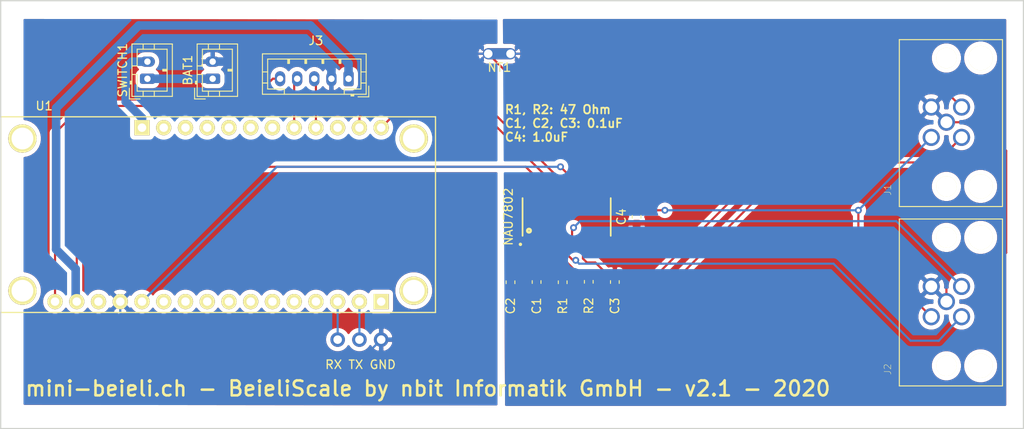
<source format=kicad_pcb>
(kicad_pcb (version 20171130) (host pcbnew 5.1.5-2.fc32)

  (general
    (thickness 1.6)
    (drawings 7)
    (tracks 167)
    (zones 0)
    (modules 15)
    (nets 22)
  )

  (page A4)
  (layers
    (0 F.Cu signal)
    (31 B.Cu signal)
    (32 B.Adhes user)
    (33 F.Adhes user)
    (34 B.Paste user)
    (35 F.Paste user)
    (36 B.SilkS user)
    (37 F.SilkS user)
    (38 B.Mask user)
    (39 F.Mask user)
    (40 Dwgs.User user)
    (41 Cmts.User user)
    (42 Eco1.User user)
    (43 Eco2.User user)
    (44 Edge.Cuts user)
    (45 Margin user)
    (46 B.CrtYd user)
    (47 F.CrtYd user)
    (48 B.Fab user)
    (49 F.Fab user)
  )

  (setup
    (last_trace_width 0.25)
    (trace_clearance 0.2)
    (zone_clearance 0.508)
    (zone_45_only no)
    (trace_min 0.2)
    (via_size 0.8)
    (via_drill 0.4)
    (via_min_size 0.4)
    (via_min_drill 0.3)
    (uvia_size 0.3)
    (uvia_drill 0.1)
    (uvias_allowed no)
    (uvia_min_size 0.2)
    (uvia_min_drill 0.1)
    (edge_width 0.15)
    (segment_width 0.2)
    (pcb_text_width 0.3)
    (pcb_text_size 1.5 1.5)
    (mod_edge_width 0.15)
    (mod_text_size 1 1)
    (mod_text_width 0.15)
    (pad_size 1.7 1.7)
    (pad_drill 1)
    (pad_to_mask_clearance 0.051)
    (solder_mask_min_width 0.25)
    (aux_axis_origin 0 0)
    (grid_origin 0 0.205)
    (visible_elements FFFFFF7F)
    (pcbplotparams
      (layerselection 0x010fc_ffffffff)
      (usegerberextensions false)
      (usegerberattributes false)
      (usegerberadvancedattributes false)
      (creategerberjobfile false)
      (excludeedgelayer true)
      (linewidth 0.100000)
      (plotframeref false)
      (viasonmask false)
      (mode 1)
      (useauxorigin false)
      (hpglpennumber 1)
      (hpglpenspeed 20)
      (hpglpendiameter 15.000000)
      (psnegative false)
      (psa4output false)
      (plotreference true)
      (plotvalue true)
      (plotinvisibletext false)
      (padsonsilk false)
      (subtractmaskfromsilk false)
      (outputformat 1)
      (mirror false)
      (drillshape 0)
      (scaleselection 1)
      (outputdirectory "/var/tmp/gerber"))
  )

  (net 0 "")
  (net 1 "Net-(BAT1-Pad1)")
  (net 2 "Net-(SWITCH1-Pad2)")
  (net 3 "Net-(J3-Pad3)")
  (net 4 "Net-(J3-Pad4)")
  (net 5 "Net-(J3-Pad5)")
  (net 6 "Net-(J3-Pad1)")
  (net 7 "Net-(J4-Pad1)")
  (net 8 "Net-(J4-Pad2)")
  (net 9 "Net-(C1-Pad2)")
  (net 10 "Net-(C1-Pad1)")
  (net 11 "Net-(C3-Pad1)")
  (net 12 "Net-(J1-PadP$4)")
  (net 13 "Net-(J1-PadP$3)")
  (net 14 "Net-(J2-PadP$4)")
  (net 15 "Net-(J2-PadP$3)")
  (net 16 "Net-(NAU7802-Pad13)")
  (net 17 "Net-(NAU7802-Pad14)")
  (net 18 "Net-(C2-Pad2)")
  (net 19 "Net-(NAU7802-Pad12)")
  (net 20 GND)
  (net 21 GNDA)

  (net_class Default "This is the default net class."
    (clearance 0.2)
    (trace_width 0.25)
    (via_dia 0.8)
    (via_drill 0.4)
    (uvia_dia 0.3)
    (uvia_drill 0.1)
    (add_net GND)
    (add_net GNDA)
    (add_net "Net-(BAT1-Pad1)")
    (add_net "Net-(C1-Pad1)")
    (add_net "Net-(C1-Pad2)")
    (add_net "Net-(C2-Pad2)")
    (add_net "Net-(C3-Pad1)")
    (add_net "Net-(J1-PadP$3)")
    (add_net "Net-(J1-PadP$4)")
    (add_net "Net-(J2-PadP$3)")
    (add_net "Net-(J2-PadP$4)")
    (add_net "Net-(J3-Pad1)")
    (add_net "Net-(J3-Pad3)")
    (add_net "Net-(J3-Pad4)")
    (add_net "Net-(J3-Pad5)")
    (add_net "Net-(J4-Pad1)")
    (add_net "Net-(J4-Pad2)")
    (add_net "Net-(NAU7802-Pad12)")
    (add_net "Net-(NAU7802-Pad13)")
    (add_net "Net-(NAU7802-Pad14)")
    (add_net "Net-(SWITCH1-Pad2)")
  )

  (module NetTie:NetTie-2_THT_Pad1.0mm (layer F.Cu) (tedit 5A1CF824) (tstamp 5EB7F487)
    (at 99.568 38.559 180)
    (descr "Net tie, 2 pin, 1.0mm round THT pads")
    (tags "net tie")
    (path /5EBA117E)
    (attr virtual)
    (fp_text reference NT1 (at 1.3 -1.6) (layer F.SilkS)
      (effects (font (size 1 1) (thickness 0.15)))
    )
    (fp_text value Net-Tie_2 (at 1.3 1.6) (layer F.Fab)
      (effects (font (size 1 1) (thickness 0.15)))
    )
    (fp_line (start -0.9 -0.9) (end 3.5 -0.9) (layer F.CrtYd) (width 0.05))
    (fp_line (start 3.5 -0.9) (end 3.5 0.9) (layer F.CrtYd) (width 0.05))
    (fp_line (start 3.5 0.9) (end -0.9 0.9) (layer F.CrtYd) (width 0.05))
    (fp_line (start -0.9 0.9) (end -0.9 -0.9) (layer F.CrtYd) (width 0.05))
    (fp_poly (pts (xy 0 -0.65) (xy 2.6 -0.65) (xy 2.6 0.65) (xy 0 0.65)) (layer B.Cu) (width 0))
    (fp_poly (pts (xy 0 -0.65) (xy 2.6 -0.65) (xy 2.6 0.65) (xy 0 0.65)) (layer F.Cu) (width 0))
    (pad 2 thru_hole circle (at 2.6 0 180) (size 1.3 1.3) (drill 1) (layers *.Cu)
      (net 20 GND))
    (pad 1 thru_hole circle (at 0 0 180) (size 1.3 1.3) (drill 1) (layers *.Cu)
      (net 21 GNDA))
  )

  (module Capacitor_SMD:C_0603_1608Metric (layer F.Cu) (tedit 5B301BBE) (tstamp 5EA89C95)
    (at 99.568 65.2545 90)
    (descr "Capacitor SMD 0603 (1608 Metric), square (rectangular) end terminal, IPC_7351 nominal, (Body size source: http://www.tortai-tech.com/upload/download/2011102023233369053.pdf), generated with kicad-footprint-generator")
    (tags capacitor)
    (path /5EAA32F8)
    (attr smd)
    (fp_text reference C2 (at -2.7685 0 90) (layer F.SilkS)
      (effects (font (size 1 1) (thickness 0.15)))
    )
    (fp_text value "0.1UF-25V-5%(0603)" (at 0 1.43 90) (layer F.Fab) hide
      (effects (font (size 1 1) (thickness 0.15)))
    )
    (fp_text user %R (at 0 0 90) (layer F.Fab)
      (effects (font (size 0.4 0.4) (thickness 0.06)))
    )
    (fp_line (start 1.48 0.73) (end -1.48 0.73) (layer F.CrtYd) (width 0.05))
    (fp_line (start 1.48 -0.73) (end 1.48 0.73) (layer F.CrtYd) (width 0.05))
    (fp_line (start -1.48 -0.73) (end 1.48 -0.73) (layer F.CrtYd) (width 0.05))
    (fp_line (start -1.48 0.73) (end -1.48 -0.73) (layer F.CrtYd) (width 0.05))
    (fp_line (start -0.162779 0.51) (end 0.162779 0.51) (layer F.SilkS) (width 0.12))
    (fp_line (start -0.162779 -0.51) (end 0.162779 -0.51) (layer F.SilkS) (width 0.12))
    (fp_line (start 0.8 0.4) (end -0.8 0.4) (layer F.Fab) (width 0.1))
    (fp_line (start 0.8 -0.4) (end 0.8 0.4) (layer F.Fab) (width 0.1))
    (fp_line (start -0.8 -0.4) (end 0.8 -0.4) (layer F.Fab) (width 0.1))
    (fp_line (start -0.8 0.4) (end -0.8 -0.4) (layer F.Fab) (width 0.1))
    (pad 2 smd roundrect (at 0.7875 0 90) (size 0.875 0.95) (layers F.Cu F.Paste F.Mask) (roundrect_rratio 0.25)
      (net 18 "Net-(C2-Pad2)"))
    (pad 1 smd roundrect (at -0.7875 0 90) (size 0.875 0.95) (layers F.Cu F.Paste F.Mask) (roundrect_rratio 0.25)
      (net 21 GNDA))
    (model ${KISYS3DMOD}/Capacitor_SMD.3dshapes/C_0603_1608Metric.wrl
      (at (xyz 0 0 0))
      (scale (xyz 1 1 1))
      (rotate (xyz 0 0 0))
    )
  )

  (module Capacitor_SMD:C_0603_1608Metric (layer F.Cu) (tedit 5B301BBE) (tstamp 5EA89632)
    (at 114.3 57.609 90)
    (descr "Capacitor SMD 0603 (1608 Metric), square (rectangular) end terminal, IPC_7351 nominal, (Body size source: http://www.tortai-tech.com/upload/download/2011102023233369053.pdf), generated with kicad-footprint-generator")
    (tags capacitor)
    (path /5EA9E10D)
    (attr smd)
    (fp_text reference C4 (at 0 -1.778 90) (layer F.SilkS)
      (effects (font (size 1 1) (thickness 0.15)))
    )
    (fp_text value "1UF-25V-5%(0603)" (at 0 1.43 90) (layer F.Fab) hide
      (effects (font (size 1 1) (thickness 0.15)))
    )
    (fp_text user %R (at 0 0 90) (layer F.Fab)
      (effects (font (size 0.4 0.4) (thickness 0.06)))
    )
    (fp_line (start 1.48 0.73) (end -1.48 0.73) (layer F.CrtYd) (width 0.05))
    (fp_line (start 1.48 -0.73) (end 1.48 0.73) (layer F.CrtYd) (width 0.05))
    (fp_line (start -1.48 -0.73) (end 1.48 -0.73) (layer F.CrtYd) (width 0.05))
    (fp_line (start -1.48 0.73) (end -1.48 -0.73) (layer F.CrtYd) (width 0.05))
    (fp_line (start -0.162779 0.51) (end 0.162779 0.51) (layer F.SilkS) (width 0.12))
    (fp_line (start -0.162779 -0.51) (end 0.162779 -0.51) (layer F.SilkS) (width 0.12))
    (fp_line (start 0.8 0.4) (end -0.8 0.4) (layer F.Fab) (width 0.1))
    (fp_line (start 0.8 -0.4) (end 0.8 0.4) (layer F.Fab) (width 0.1))
    (fp_line (start -0.8 -0.4) (end 0.8 -0.4) (layer F.Fab) (width 0.1))
    (fp_line (start -0.8 0.4) (end -0.8 -0.4) (layer F.Fab) (width 0.1))
    (pad 2 smd roundrect (at 0.7875 0 90) (size 0.875 0.95) (layers F.Cu F.Paste F.Mask) (roundrect_rratio 0.25)
      (net 18 "Net-(C2-Pad2)"))
    (pad 1 smd roundrect (at -0.7875 0 90) (size 0.875 0.95) (layers F.Cu F.Paste F.Mask) (roundrect_rratio 0.25)
      (net 21 GNDA))
    (model ${KISYS3DMOD}/Capacitor_SMD.3dshapes/C_0603_1608Metric.wrl
      (at (xyz 0 0 0))
      (scale (xyz 1 1 1))
      (rotate (xyz 0 0 0))
    )
  )

  (module Resistor_SMD:R_0603_1608Metric (layer F.Cu) (tedit 5B301BBD) (tstamp 5EA8DE90)
    (at 108.712 65.2035 270)
    (descr "Resistor SMD 0603 (1608 Metric), square (rectangular) end terminal, IPC_7351 nominal, (Body size source: http://www.tortai-tech.com/upload/download/2011102023233369053.pdf), generated with kicad-footprint-generator")
    (tags resistor)
    (path /5EAE1595)
    (attr smd)
    (fp_text reference R2 (at 2.794 0 90) (layer F.SilkS)
      (effects (font (size 1 1) (thickness 0.15)))
    )
    (fp_text value 47OHM-0603-1_10W-1% (at 0 1.43 90) (layer F.Fab) hide
      (effects (font (size 1 1) (thickness 0.15)))
    )
    (fp_text user %R (at 0 0 90) (layer F.Fab)
      (effects (font (size 0.4 0.4) (thickness 0.06)))
    )
    (fp_line (start 1.48 0.73) (end -1.48 0.73) (layer F.CrtYd) (width 0.05))
    (fp_line (start 1.48 -0.73) (end 1.48 0.73) (layer F.CrtYd) (width 0.05))
    (fp_line (start -1.48 -0.73) (end 1.48 -0.73) (layer F.CrtYd) (width 0.05))
    (fp_line (start -1.48 0.73) (end -1.48 -0.73) (layer F.CrtYd) (width 0.05))
    (fp_line (start -0.162779 0.51) (end 0.162779 0.51) (layer F.SilkS) (width 0.12))
    (fp_line (start -0.162779 -0.51) (end 0.162779 -0.51) (layer F.SilkS) (width 0.12))
    (fp_line (start 0.8 0.4) (end -0.8 0.4) (layer F.Fab) (width 0.1))
    (fp_line (start 0.8 -0.4) (end 0.8 0.4) (layer F.Fab) (width 0.1))
    (fp_line (start -0.8 -0.4) (end 0.8 -0.4) (layer F.Fab) (width 0.1))
    (fp_line (start -0.8 0.4) (end -0.8 -0.4) (layer F.Fab) (width 0.1))
    (pad 2 smd roundrect (at 0.7875 0 270) (size 0.875 0.95) (layers F.Cu F.Paste F.Mask) (roundrect_rratio 0.25)
      (net 9 "Net-(C1-Pad2)"))
    (pad 1 smd roundrect (at -0.7875 0 270) (size 0.875 0.95) (layers F.Cu F.Paste F.Mask) (roundrect_rratio 0.25)
      (net 12 "Net-(J1-PadP$4)"))
    (model ${KISYS3DMOD}/Resistor_SMD.3dshapes/R_0603_1608Metric.wrl
      (at (xyz 0 0 0))
      (scale (xyz 1 1 1))
      (rotate (xyz 0 0 0))
    )
  )

  (module Resistor_SMD:R_0603_1608Metric (layer F.Cu) (tedit 5B301BBD) (tstamp 5EA8DE7F)
    (at 105.664 65.2545 270)
    (descr "Resistor SMD 0603 (1608 Metric), square (rectangular) end terminal, IPC_7351 nominal, (Body size source: http://www.tortai-tech.com/upload/download/2011102023233369053.pdf), generated with kicad-footprint-generator")
    (tags resistor)
    (path /5EAE06BE)
    (attr smd)
    (fp_text reference R1 (at 2.7685 0 90) (layer F.SilkS)
      (effects (font (size 1 1) (thickness 0.15)))
    )
    (fp_text value 47OHM-0603-1_10W-1% (at 0 1.43 90) (layer F.Fab) hide
      (effects (font (size 1 1) (thickness 0.15)))
    )
    (fp_text user %R (at 0 0 90) (layer F.Fab)
      (effects (font (size 0.4 0.4) (thickness 0.06)))
    )
    (fp_line (start 1.48 0.73) (end -1.48 0.73) (layer F.CrtYd) (width 0.05))
    (fp_line (start 1.48 -0.73) (end 1.48 0.73) (layer F.CrtYd) (width 0.05))
    (fp_line (start -1.48 -0.73) (end 1.48 -0.73) (layer F.CrtYd) (width 0.05))
    (fp_line (start -1.48 0.73) (end -1.48 -0.73) (layer F.CrtYd) (width 0.05))
    (fp_line (start -0.162779 0.51) (end 0.162779 0.51) (layer F.SilkS) (width 0.12))
    (fp_line (start -0.162779 -0.51) (end 0.162779 -0.51) (layer F.SilkS) (width 0.12))
    (fp_line (start 0.8 0.4) (end -0.8 0.4) (layer F.Fab) (width 0.1))
    (fp_line (start 0.8 -0.4) (end 0.8 0.4) (layer F.Fab) (width 0.1))
    (fp_line (start -0.8 -0.4) (end 0.8 -0.4) (layer F.Fab) (width 0.1))
    (fp_line (start -0.8 0.4) (end -0.8 -0.4) (layer F.Fab) (width 0.1))
    (pad 2 smd roundrect (at 0.7875 0 270) (size 0.875 0.95) (layers F.Cu F.Paste F.Mask) (roundrect_rratio 0.25)
      (net 10 "Net-(C1-Pad1)"))
    (pad 1 smd roundrect (at -0.7875 0 270) (size 0.875 0.95) (layers F.Cu F.Paste F.Mask) (roundrect_rratio 0.25)
      (net 13 "Net-(J1-PadP$3)"))
    (model ${KISYS3DMOD}/Resistor_SMD.3dshapes/R_0603_1608Metric.wrl
      (at (xyz 0 0 0))
      (scale (xyz 1 1 1))
      (rotate (xyz 0 0 0))
    )
  )

  (module nau7802:SOIC127P700X210-16N (layer F.Cu) (tedit 5EA843BF) (tstamp 5EA8E731)
    (at 106.125 57.628 90)
    (path /5EA8717E)
    (fp_text reference NAU7802 (at 0.019 -6.811 90) (layer F.SilkS)
      (effects (font (size 1 1) (thickness 0.15)))
    )
    (fp_text value NAU7802SOIC (at 8.765 6.365 90) (layer F.Fab) hide
      (effects (font (size 1 1) (thickness 0.015)))
    )
    (fp_line (start -2.2 -5.15) (end 2.2 -5.15) (layer F.SilkS) (width 0.2))
    (fp_line (start 2.2 -5.15) (end 2.2 5.15) (layer F.Fab) (width 0.2))
    (fp_line (start 2.2 5.15) (end -2.2 5.15) (layer F.SilkS) (width 0.2))
    (fp_line (start -2.2 5.15) (end -2.2 -5.15) (layer F.Fab) (width 0.2))
    (fp_circle (center -3.2 -5.4) (end -3.1 -5.4) (layer F.SilkS) (width 0.2))
    (fp_line (start -4.375 -5.5) (end 4.375 -5.5) (layer F.CrtYd) (width 0.05))
    (fp_line (start 4.375 -5.5) (end 4.375 5.5) (layer F.CrtYd) (width 0.05))
    (fp_line (start 4.375 5.5) (end -4.375 5.5) (layer F.CrtYd) (width 0.05))
    (fp_line (start -4.375 5.5) (end -4.375 -5.5) (layer F.CrtYd) (width 0.05))
    (fp_circle (center -1.6 -4.4) (end -1.4 -4.4) (layer F.SilkS) (width 0.3))
    (pad 1 smd rect (at -3.105 -4.445 90) (size 1.8 0.64) (layers F.Cu F.Paste F.Mask)
      (net 18 "Net-(C2-Pad2)"))
    (pad 2 smd rect (at -3.105 -3.175 90) (size 1.8 0.64) (layers F.Cu F.Paste F.Mask)
      (net 10 "Net-(C1-Pad1)"))
    (pad 3 smd rect (at -3.105 -1.905 90) (size 1.8 0.64) (layers F.Cu F.Paste F.Mask)
      (net 9 "Net-(C1-Pad2)"))
    (pad 4 smd rect (at -3.105 -0.635 90) (size 1.8 0.64) (layers F.Cu F.Paste F.Mask)
      (net 15 "Net-(J2-PadP$3)"))
    (pad 5 smd rect (at -3.105 0.635 90) (size 1.8 0.64) (layers F.Cu F.Paste F.Mask)
      (net 14 "Net-(J2-PadP$4)"))
    (pad 6 smd rect (at -3.105 1.905 90) (size 1.8 0.64) (layers F.Cu F.Paste F.Mask)
      (net 11 "Net-(C3-Pad1)"))
    (pad 7 smd rect (at -3.105 3.175 90) (size 1.8 0.64) (layers F.Cu F.Paste F.Mask)
      (net 21 GNDA))
    (pad 8 smd rect (at -3.105 4.445 90) (size 1.8 0.64) (layers F.Cu F.Paste F.Mask)
      (net 21 GNDA))
    (pad 9 smd rect (at 3.105 4.445 90) (size 1.8 0.64) (layers F.Cu F.Paste F.Mask)
      (net 20 GND))
    (pad 10 smd rect (at 3.105 3.175 90) (size 1.8 0.64) (layers F.Cu F.Paste F.Mask))
    (pad 11 smd rect (at 3.105 1.905 90) (size 1.8 0.64) (layers F.Cu F.Paste F.Mask))
    (pad 12 smd rect (at 3.105 0.635 90) (size 1.8 0.64) (layers F.Cu F.Paste F.Mask)
      (net 19 "Net-(NAU7802-Pad12)"))
    (pad 13 smd rect (at 3.105 -0.635 90) (size 1.8 0.64) (layers F.Cu F.Paste F.Mask)
      (net 16 "Net-(NAU7802-Pad13)"))
    (pad 14 smd rect (at 3.105 -1.905 90) (size 1.8 0.64) (layers F.Cu F.Paste F.Mask)
      (net 17 "Net-(NAU7802-Pad14)"))
    (pad 15 smd rect (at 3.105 -3.175 90) (size 1.8 0.64) (layers F.Cu F.Paste F.Mask)
      (net 6 "Net-(J3-Pad1)"))
    (pad 16 smd rect (at 3.105 -4.445 90) (size 1.8 0.64) (layers F.Cu F.Paste F.Mask)
      (net 18 "Net-(C2-Pad2)"))
  )

  (module T4145015051-001:T4145015051-001 (layer F.Cu) (tedit 0) (tstamp 5CAD1119)
    (at 150.495 67.515 90)
    (path /5CA65D1D)
    (fp_text reference J2 (at -7.90874 -6.85962 90) (layer F.SilkS)
      (effects (font (size 0.787953 0.787953) (thickness 0.05)))
    )
    (fp_text value T4145015051-001 (at -7.38206 7.25284 90) (layer F.SilkS) hide
      (effects (font (size 0.788591 0.788591) (thickness 0.05)))
    )
    (fp_line (start 9.65 -5.5) (end 9.65 6.55) (layer F.SilkS) (width 0.127))
    (fp_line (start -9.85 -5.5) (end 9.65 -5.5) (layer F.SilkS) (width 0.127))
    (fp_line (start -9.85 6.55) (end -9.85 -5.5) (layer F.SilkS) (width 0.127))
    (fp_line (start 9.65 6.55) (end -9.85 6.55) (layer F.SilkS) (width 0.127))
    (pad Hole np_thru_hole circle (at -7.5 4 90) (size 2.85 2.85) (drill 2.85) (layers *.Cu *.Mask F.SilkS))
    (pad Hole np_thru_hole circle (at -7.5 0 90) (size 2.4 2.4) (drill 2.4) (layers *.Cu *.Mask F.SilkS))
    (pad Hole np_thru_hole circle (at 7.5 4 90) (size 2.85 2.85) (drill 2.85) (layers *.Cu *.Mask F.SilkS))
    (pad Hole np_thru_hole circle (at 7.5 0 90) (size 2.4 2.4) (drill 2.4) (layers *.Cu *.Mask F.SilkS))
    (pad P$5 thru_hole circle (at 0 0 90) (size 2 2) (drill 1.4) (layers *.Cu *.Mask)
      (net 21 GNDA))
    (pad P$4 thru_hole circle (at 1.77 1.77 90) (size 2 2) (drill 1.4) (layers *.Cu *.Mask)
      (net 14 "Net-(J2-PadP$4)"))
    (pad P$3 thru_hole circle (at -1.77 1.77 90) (size 2 2) (drill 1.4) (layers *.Cu *.Mask)
      (net 15 "Net-(J2-PadP$3)"))
    (pad P$2 thru_hole circle (at 1.77 -1.77 90) (size 2 2) (drill 1.4) (layers *.Cu *.Mask)
      (net 21 GNDA))
    (pad P$1 thru_hole circle (at -1.77 -1.77 90) (size 2 2) (drill 1.4) (layers *.Cu *.Mask)
      (net 18 "Net-(C2-Pad2)"))
  )

  (module T4145015051-001:T4145015051-001 (layer F.Cu) (tedit 0) (tstamp 5CAD1108)
    (at 150.495 46.56 90)
    (path /5CA66C31)
    (fp_text reference J1 (at -7.90874 -6.85962 90) (layer F.SilkS)
      (effects (font (size 0.787953 0.787953) (thickness 0.05)))
    )
    (fp_text value T4145015051-001 (at -7.38206 7.25284 90) (layer F.SilkS) hide
      (effects (font (size 0.788591 0.788591) (thickness 0.05)))
    )
    (fp_line (start 9.65 -5.5) (end 9.65 6.55) (layer F.SilkS) (width 0.127))
    (fp_line (start -9.85 -5.5) (end 9.65 -5.5) (layer F.SilkS) (width 0.127))
    (fp_line (start -9.85 6.55) (end -9.85 -5.5) (layer F.SilkS) (width 0.127))
    (fp_line (start 9.65 6.55) (end -9.85 6.55) (layer F.SilkS) (width 0.127))
    (pad Hole np_thru_hole circle (at -7.5 4 90) (size 2.85 2.85) (drill 2.85) (layers *.Cu *.Mask F.SilkS))
    (pad Hole np_thru_hole circle (at -7.5 0 90) (size 2.4 2.4) (drill 2.4) (layers *.Cu *.Mask F.SilkS))
    (pad Hole np_thru_hole circle (at 7.5 4 90) (size 2.85 2.85) (drill 2.85) (layers *.Cu *.Mask F.SilkS))
    (pad Hole np_thru_hole circle (at 7.5 0 90) (size 2.4 2.4) (drill 2.4) (layers *.Cu *.Mask F.SilkS))
    (pad P$5 thru_hole circle (at 0 0 90) (size 2 2) (drill 1.4) (layers *.Cu *.Mask)
      (net 21 GNDA))
    (pad P$4 thru_hole circle (at 1.77 1.77 90) (size 2 2) (drill 1.4) (layers *.Cu *.Mask)
      (net 12 "Net-(J1-PadP$4)"))
    (pad P$3 thru_hole circle (at -1.77 1.77 90) (size 2 2) (drill 1.4) (layers *.Cu *.Mask)
      (net 13 "Net-(J1-PadP$3)"))
    (pad P$2 thru_hole circle (at 1.77 -1.77 90) (size 2 2) (drill 1.4) (layers *.Cu *.Mask)
      (net 21 GNDA))
    (pad P$1 thru_hole circle (at -1.77 -1.77 90) (size 2 2) (drill 1.4) (layers *.Cu *.Mask)
      (net 18 "Net-(C2-Pad2)"))
  )

  (module Capacitor_SMD:C_0603_1608Metric (layer F.Cu) (tedit 5B301BBE) (tstamp 5EA8DD90)
    (at 111.76 65.229 90)
    (descr "Capacitor SMD 0603 (1608 Metric), square (rectangular) end terminal, IPC_7351 nominal, (Body size source: http://www.tortai-tech.com/upload/download/2011102023233369053.pdf), generated with kicad-footprint-generator")
    (tags capacitor)
    (path /5EB4498C)
    (attr smd)
    (fp_text reference C3 (at -2.794 0 90) (layer F.SilkS)
      (effects (font (size 1 1) (thickness 0.15)))
    )
    (fp_text value "0.1UF-25V-5%(0603)" (at 0 1.43 90) (layer F.Fab) hide
      (effects (font (size 1 1) (thickness 0.15)))
    )
    (fp_text user %R (at 0 0 90) (layer F.Fab)
      (effects (font (size 0.4 0.4) (thickness 0.06)))
    )
    (fp_line (start 1.48 0.73) (end -1.48 0.73) (layer F.CrtYd) (width 0.05))
    (fp_line (start 1.48 -0.73) (end 1.48 0.73) (layer F.CrtYd) (width 0.05))
    (fp_line (start -1.48 -0.73) (end 1.48 -0.73) (layer F.CrtYd) (width 0.05))
    (fp_line (start -1.48 0.73) (end -1.48 -0.73) (layer F.CrtYd) (width 0.05))
    (fp_line (start -0.162779 0.51) (end 0.162779 0.51) (layer F.SilkS) (width 0.12))
    (fp_line (start -0.162779 -0.51) (end 0.162779 -0.51) (layer F.SilkS) (width 0.12))
    (fp_line (start 0.8 0.4) (end -0.8 0.4) (layer F.Fab) (width 0.1))
    (fp_line (start 0.8 -0.4) (end 0.8 0.4) (layer F.Fab) (width 0.1))
    (fp_line (start -0.8 -0.4) (end 0.8 -0.4) (layer F.Fab) (width 0.1))
    (fp_line (start -0.8 0.4) (end -0.8 -0.4) (layer F.Fab) (width 0.1))
    (pad 2 smd roundrect (at 0.7875 0 90) (size 0.875 0.95) (layers F.Cu F.Paste F.Mask) (roundrect_rratio 0.25)
      (net 21 GNDA))
    (pad 1 smd roundrect (at -0.7875 0 90) (size 0.875 0.95) (layers F.Cu F.Paste F.Mask) (roundrect_rratio 0.25)
      (net 11 "Net-(C3-Pad1)"))
    (model ${KISYS3DMOD}/Capacitor_SMD.3dshapes/C_0603_1608Metric.wrl
      (at (xyz 0 0 0))
      (scale (xyz 1 1 1))
      (rotate (xyz 0 0 0))
    )
  )

  (module Capacitor_SMD:C_0603_1608Metric (layer F.Cu) (tedit 5B301BBE) (tstamp 5EA8DD7F)
    (at 102.616 65.229 90)
    (descr "Capacitor SMD 0603 (1608 Metric), square (rectangular) end terminal, IPC_7351 nominal, (Body size source: http://www.tortai-tech.com/upload/download/2011102023233369053.pdf), generated with kicad-footprint-generator")
    (tags capacitor)
    (path /5EB3CDDE)
    (attr smd)
    (fp_text reference C1 (at -2.794 0 90) (layer F.SilkS)
      (effects (font (size 1 1) (thickness 0.15)))
    )
    (fp_text value "0.1UF-25V-5%(0603)" (at 0 1.43 90) (layer F.Fab) hide
      (effects (font (size 1 1) (thickness 0.15)))
    )
    (fp_text user %R (at 0 0 90) (layer F.Fab)
      (effects (font (size 0.4 0.4) (thickness 0.06)))
    )
    (fp_line (start 1.48 0.73) (end -1.48 0.73) (layer F.CrtYd) (width 0.05))
    (fp_line (start 1.48 -0.73) (end 1.48 0.73) (layer F.CrtYd) (width 0.05))
    (fp_line (start -1.48 -0.73) (end 1.48 -0.73) (layer F.CrtYd) (width 0.05))
    (fp_line (start -1.48 0.73) (end -1.48 -0.73) (layer F.CrtYd) (width 0.05))
    (fp_line (start -0.162779 0.51) (end 0.162779 0.51) (layer F.SilkS) (width 0.12))
    (fp_line (start -0.162779 -0.51) (end 0.162779 -0.51) (layer F.SilkS) (width 0.12))
    (fp_line (start 0.8 0.4) (end -0.8 0.4) (layer F.Fab) (width 0.1))
    (fp_line (start 0.8 -0.4) (end 0.8 0.4) (layer F.Fab) (width 0.1))
    (fp_line (start -0.8 -0.4) (end 0.8 -0.4) (layer F.Fab) (width 0.1))
    (fp_line (start -0.8 0.4) (end -0.8 -0.4) (layer F.Fab) (width 0.1))
    (pad 2 smd roundrect (at 0.7875 0 90) (size 0.875 0.95) (layers F.Cu F.Paste F.Mask) (roundrect_rratio 0.25)
      (net 9 "Net-(C1-Pad2)"))
    (pad 1 smd roundrect (at -0.7875 0 90) (size 0.875 0.95) (layers F.Cu F.Paste F.Mask) (roundrect_rratio 0.25)
      (net 10 "Net-(C1-Pad1)"))
    (model ${KISYS3DMOD}/Capacitor_SMD.3dshapes/C_0603_1608Metric.wrl
      (at (xyz 0 0 0))
      (scale (xyz 1 1 1))
      (rotate (xyz 0 0 0))
    )
  )

  (module Connector_PinHeader_2.54mm:PinHeader_1x03_P2.54mm_Vertical (layer F.Cu) (tedit 5CFA866D) (tstamp 5CFA7419)
    (at 79.375 71.96 90)
    (descr "Through hole straight pin header, 1x03, 2.54mm pitch, single row")
    (tags "Through hole pin header THT 1x03 2.54mm single row")
    (path /5CFBD036)
    (fp_text reference J4 (at 0 -2.33 90) (layer F.SilkS) hide
      (effects (font (size 1 1) (thickness 0.15)))
    )
    (fp_text value Conn_01x03_Male (at 0 7.41 90) (layer F.Fab) hide
      (effects (font (size 1 1) (thickness 0.15)))
    )
    (fp_text user %R (at 0 2.54) (layer F.Fab)
      (effects (font (size 1 1) (thickness 0.15)))
    )
    (pad 1 thru_hole circle (at 0 0 90) (size 1.7 1.7) (drill 1) (layers *.Cu *.Mask)
      (net 7 "Net-(J4-Pad1)"))
    (pad 2 thru_hole oval (at 0 2.54 90) (size 1.7 1.7) (drill 1) (layers *.Cu *.Mask)
      (net 8 "Net-(J4-Pad2)"))
    (pad 3 thru_hole oval (at 0 5.08 90) (size 1.7 1.7) (drill 1) (layers *.Cu *.Mask)
      (net 20 GND))
    (model ${KISYS3DMOD}/Connector_PinHeader_2.54mm.3dshapes/PinHeader_1x03_P2.54mm_Vertical.wrl
      (at (xyz 0 0 0))
      (scale (xyz 1 1 1))
      (rotate (xyz 0 0 0))
    )
  )

  (module Connector_JST:JST_PH_B2B-PH-K_1x02_P2.00mm_Vertical (layer F.Cu) (tedit 5CACDCDA) (tstamp 5CAD10BD)
    (at 64.77 41.48 90)
    (descr "JST PH series connector, B2B-PH-K (http://www.jst-mfg.com/product/pdf/eng/ePH.pdf), generated with kicad-footprint-generator")
    (tags "connector JST PH side entry")
    (path /5C92F7C2)
    (fp_text reference BAT1 (at 1 -2.9 90) (layer F.SilkS)
      (effects (font (size 1 1) (thickness 0.15)))
    )
    (fp_text value Conn_01x02_Female (at 1 4 90) (layer F.Fab) hide
      (effects (font (size 1 1) (thickness 0.15)))
    )
    (fp_line (start -2.06 -1.81) (end -2.06 2.91) (layer F.SilkS) (width 0.12))
    (fp_line (start -2.06 2.91) (end 4.06 2.91) (layer F.SilkS) (width 0.12))
    (fp_line (start 4.06 2.91) (end 4.06 -1.81) (layer F.SilkS) (width 0.12))
    (fp_line (start 4.06 -1.81) (end -2.06 -1.81) (layer F.SilkS) (width 0.12))
    (fp_line (start -0.3 -1.81) (end -0.3 -2.01) (layer F.SilkS) (width 0.12))
    (fp_line (start -0.3 -2.01) (end -0.6 -2.01) (layer F.SilkS) (width 0.12))
    (fp_line (start -0.6 -2.01) (end -0.6 -1.81) (layer F.SilkS) (width 0.12))
    (fp_line (start -0.3 -1.91) (end -0.6 -1.91) (layer F.SilkS) (width 0.12))
    (fp_line (start 0.5 -1.81) (end 0.5 -1.2) (layer F.SilkS) (width 0.12))
    (fp_line (start 0.5 -1.2) (end -1.45 -1.2) (layer F.SilkS) (width 0.12))
    (fp_line (start -1.45 -1.2) (end -1.45 2.3) (layer F.SilkS) (width 0.12))
    (fp_line (start -1.45 2.3) (end 3.45 2.3) (layer F.SilkS) (width 0.12))
    (fp_line (start 3.45 2.3) (end 3.45 -1.2) (layer F.SilkS) (width 0.12))
    (fp_line (start 3.45 -1.2) (end 1.5 -1.2) (layer F.SilkS) (width 0.12))
    (fp_line (start 1.5 -1.2) (end 1.5 -1.81) (layer F.SilkS) (width 0.12))
    (fp_line (start -2.06 -0.5) (end -1.45 -0.5) (layer F.SilkS) (width 0.12))
    (fp_line (start -2.06 0.8) (end -1.45 0.8) (layer F.SilkS) (width 0.12))
    (fp_line (start 4.06 -0.5) (end 3.45 -0.5) (layer F.SilkS) (width 0.12))
    (fp_line (start 4.06 0.8) (end 3.45 0.8) (layer F.SilkS) (width 0.12))
    (fp_line (start 0.9 2.3) (end 0.9 1.8) (layer F.SilkS) (width 0.12))
    (fp_line (start 0.9 1.8) (end 1.1 1.8) (layer F.SilkS) (width 0.12))
    (fp_line (start 1.1 1.8) (end 1.1 2.3) (layer F.SilkS) (width 0.12))
    (fp_line (start 1 2.3) (end 1 1.8) (layer F.SilkS) (width 0.12))
    (fp_line (start -1.11 -2.11) (end -2.36 -2.11) (layer F.SilkS) (width 0.12))
    (fp_line (start -2.36 -2.11) (end -2.36 -0.86) (layer F.SilkS) (width 0.12))
    (fp_line (start -1.11 -2.11) (end -2.36 -2.11) (layer F.Fab) (width 0.1))
    (fp_line (start -2.36 -2.11) (end -2.36 -0.86) (layer F.Fab) (width 0.1))
    (fp_line (start -1.95 -1.7) (end -1.95 2.8) (layer F.Fab) (width 0.1))
    (fp_line (start -1.95 2.8) (end 3.95 2.8) (layer F.Fab) (width 0.1))
    (fp_line (start 3.95 2.8) (end 3.95 -1.7) (layer F.Fab) (width 0.1))
    (fp_line (start 3.95 -1.7) (end -1.95 -1.7) (layer F.Fab) (width 0.1))
    (fp_line (start -2.45 -2.2) (end -2.45 3.3) (layer F.CrtYd) (width 0.05))
    (fp_line (start -2.45 3.3) (end 4.45 3.3) (layer F.CrtYd) (width 0.05))
    (fp_line (start 4.45 3.3) (end 4.45 -2.2) (layer F.CrtYd) (width 0.05))
    (fp_line (start 4.45 -2.2) (end -2.45 -2.2) (layer F.CrtYd) (width 0.05))
    (fp_text user %R (at 1 1.5 90) (layer F.Fab) hide
      (effects (font (size 1 1) (thickness 0.15)))
    )
    (pad 1 thru_hole roundrect (at 0 0 90) (size 1.2 1.75) (drill 0.75) (layers *.Cu *.Mask) (roundrect_rratio 0.208333)
      (net 1 "Net-(BAT1-Pad1)"))
    (pad 2 thru_hole oval (at 2 0 90) (size 1.2 1.75) (drill 0.75) (layers *.Cu *.Mask)
      (net 20 GND))
    (model ${KISYS3DMOD}/Connector_JST.3dshapes/JST_PH_B2B-PH-K_1x02_P2.00mm_Vertical.wrl
      (at (xyz 0 0 0))
      (scale (xyz 1 1 1))
      (rotate (xyz 0 0 0))
    )
  )

  (module Connector_JST:JST_PH_B2B-PH-K_1x02_P2.00mm_Vertical (layer F.Cu) (tedit 5CACDCD6) (tstamp 5CAD1143)
    (at 57.15 41.48 90)
    (descr "JST PH series connector, B2B-PH-K (http://www.jst-mfg.com/product/pdf/eng/ePH.pdf), generated with kicad-footprint-generator")
    (tags "connector JST PH side entry")
    (path /5CAD5AEF)
    (fp_text reference SWITCH1 (at 1 -2.9 90) (layer F.SilkS)
      (effects (font (size 1 1) (thickness 0.15)))
    )
    (fp_text value Conn_01x02_Female (at 1 4 90) (layer F.Fab) hide
      (effects (font (size 1 1) (thickness 0.15)))
    )
    (fp_text user %R (at 1 1.5 90) (layer F.Fab) hide
      (effects (font (size 1 1) (thickness 0.15)))
    )
    (fp_line (start 4.45 -2.2) (end -2.45 -2.2) (layer F.CrtYd) (width 0.05))
    (fp_line (start 4.45 3.3) (end 4.45 -2.2) (layer F.CrtYd) (width 0.05))
    (fp_line (start -2.45 3.3) (end 4.45 3.3) (layer F.CrtYd) (width 0.05))
    (fp_line (start -2.45 -2.2) (end -2.45 3.3) (layer F.CrtYd) (width 0.05))
    (fp_line (start 3.95 -1.7) (end -1.95 -1.7) (layer F.Fab) (width 0.1))
    (fp_line (start 3.95 2.8) (end 3.95 -1.7) (layer F.Fab) (width 0.1))
    (fp_line (start -1.95 2.8) (end 3.95 2.8) (layer F.Fab) (width 0.1))
    (fp_line (start -1.95 -1.7) (end -1.95 2.8) (layer F.Fab) (width 0.1))
    (fp_line (start -2.36 -2.11) (end -2.36 -0.86) (layer F.Fab) (width 0.1))
    (fp_line (start -1.11 -2.11) (end -2.36 -2.11) (layer F.Fab) (width 0.1))
    (fp_line (start -2.36 -2.11) (end -2.36 -0.86) (layer F.SilkS) (width 0.12))
    (fp_line (start -1.11 -2.11) (end -2.36 -2.11) (layer F.SilkS) (width 0.12))
    (fp_line (start 1 2.3) (end 1 1.8) (layer F.SilkS) (width 0.12))
    (fp_line (start 1.1 1.8) (end 1.1 2.3) (layer F.SilkS) (width 0.12))
    (fp_line (start 0.9 1.8) (end 1.1 1.8) (layer F.SilkS) (width 0.12))
    (fp_line (start 0.9 2.3) (end 0.9 1.8) (layer F.SilkS) (width 0.12))
    (fp_line (start 4.06 0.8) (end 3.45 0.8) (layer F.SilkS) (width 0.12))
    (fp_line (start 4.06 -0.5) (end 3.45 -0.5) (layer F.SilkS) (width 0.12))
    (fp_line (start -2.06 0.8) (end -1.45 0.8) (layer F.SilkS) (width 0.12))
    (fp_line (start -2.06 -0.5) (end -1.45 -0.5) (layer F.SilkS) (width 0.12))
    (fp_line (start 1.5 -1.2) (end 1.5 -1.81) (layer F.SilkS) (width 0.12))
    (fp_line (start 3.45 -1.2) (end 1.5 -1.2) (layer F.SilkS) (width 0.12))
    (fp_line (start 3.45 2.3) (end 3.45 -1.2) (layer F.SilkS) (width 0.12))
    (fp_line (start -1.45 2.3) (end 3.45 2.3) (layer F.SilkS) (width 0.12))
    (fp_line (start -1.45 -1.2) (end -1.45 2.3) (layer F.SilkS) (width 0.12))
    (fp_line (start 0.5 -1.2) (end -1.45 -1.2) (layer F.SilkS) (width 0.12))
    (fp_line (start 0.5 -1.81) (end 0.5 -1.2) (layer F.SilkS) (width 0.12))
    (fp_line (start -0.3 -1.91) (end -0.6 -1.91) (layer F.SilkS) (width 0.12))
    (fp_line (start -0.6 -2.01) (end -0.6 -1.81) (layer F.SilkS) (width 0.12))
    (fp_line (start -0.3 -2.01) (end -0.6 -2.01) (layer F.SilkS) (width 0.12))
    (fp_line (start -0.3 -1.81) (end -0.3 -2.01) (layer F.SilkS) (width 0.12))
    (fp_line (start 4.06 -1.81) (end -2.06 -1.81) (layer F.SilkS) (width 0.12))
    (fp_line (start 4.06 2.91) (end 4.06 -1.81) (layer F.SilkS) (width 0.12))
    (fp_line (start -2.06 2.91) (end 4.06 2.91) (layer F.SilkS) (width 0.12))
    (fp_line (start -2.06 -1.81) (end -2.06 2.91) (layer F.SilkS) (width 0.12))
    (pad 2 thru_hole oval (at 2 0 90) (size 1.2 1.75) (drill 0.75) (layers *.Cu *.Mask)
      (net 2 "Net-(SWITCH1-Pad2)"))
    (pad 1 thru_hole roundrect (at 0 0 90) (size 1.2 1.75) (drill 0.75) (layers *.Cu *.Mask) (roundrect_rratio 0.208333)
      (net 1 "Net-(BAT1-Pad1)"))
    (model ${KISYS3DMOD}/Connector_JST.3dshapes/JST_PH_B2B-PH-K_1x02_P2.00mm_Vertical.wrl
      (at (xyz 0 0 0))
      (scale (xyz 1 1 1))
      (rotate (xyz 0 0 0))
    )
  )

  (module Modules:ADAFRUIT_FEATHER (layer F.Cu) (tedit 5CBC7B57) (tstamp 5CAD116B)
    (at 65.405 57.355)
    (path /5C8C025E)
    (fp_text reference U1 (at -20.32 -12.7) (layer F.SilkS)
      (effects (font (size 1 1) (thickness 0.15)))
    )
    (fp_text value "MCCI 4610" (at -24.384 0 90) (layer F.Fab) hide
      (effects (font (size 1 1) (thickness 0.25)))
    )
    (fp_line (start -25.4 -11.43) (end -25.4 11.43) (layer F.SilkS) (width 0.15))
    (fp_line (start -25.4 11.43) (end 25.4 11.43) (layer F.SilkS) (width 0.15))
    (fp_line (start 25.4 11.43) (end 25.4 -11.43) (layer F.SilkS) (width 0.15))
    (fp_line (start 25.4 -11.43) (end -25.4 -11.43) (layer F.SilkS) (width 0.15))
    (pad "" thru_hole circle (at -22.86 -8.89) (size 3.302 3.302) (drill 2.54) (layers *.Cu *.Mask F.SilkS))
    (pad "" thru_hole circle (at -22.86 8.89) (size 3.302 3.302) (drill 2.54) (layers *.Cu *.Mask F.SilkS))
    (pad "" thru_hole circle (at 22.86 8.89) (size 3.302 3.302) (drill 2.54) (layers *.Cu *.Mask F.SilkS))
    (pad "" thru_hole circle (at 22.86 -8.89) (size 3.302 3.302) (drill 2.54) (layers *.Cu *.Mask F.SilkS))
    (pad 16 thru_hole circle (at -19.05 10.16) (size 1.778 1.778) (drill 0.9906) (layers *.Cu *.Mask F.SilkS)
      (net 5 "Net-(J3-Pad5)"))
    (pad 15 thru_hole circle (at -16.51 10.16) (size 1.778 1.778) (drill 0.9906) (layers *.Cu *.Mask F.SilkS)
      (net 6 "Net-(J3-Pad1)"))
    (pad 14 thru_hole circle (at -13.97 10.16) (size 1.778 1.778) (drill 0.9906) (layers *.Cu *.Mask F.SilkS))
    (pad 13 thru_hole circle (at -11.43 10.16) (size 1.778 1.778) (drill 0.9906) (layers *.Cu *.Mask F.SilkS)
      (net 20 GND))
    (pad 12 thru_hole circle (at -8.89 10.16) (size 1.778 1.778) (drill 0.9906) (layers *.Cu *.Mask F.SilkS)
      (net 19 "Net-(NAU7802-Pad12)"))
    (pad 11 thru_hole circle (at -6.35 10.16) (size 1.778 1.778) (drill 0.9906) (layers *.Cu *.Mask F.SilkS))
    (pad 10 thru_hole circle (at -3.81 10.16) (size 1.778 1.778) (drill 0.9906) (layers *.Cu *.Mask F.SilkS))
    (pad 9 thru_hole circle (at -1.27 10.16) (size 1.778 1.778) (drill 0.9906) (layers *.Cu *.Mask F.SilkS))
    (pad 8 thru_hole circle (at 1.27 10.16) (size 1.778 1.778) (drill 0.9906) (layers *.Cu *.Mask F.SilkS))
    (pad 7 thru_hole circle (at 3.81 10.16) (size 1.778 1.778) (drill 0.9906) (layers *.Cu *.Mask F.SilkS))
    (pad 6 thru_hole circle (at 6.35 10.16) (size 1.778 1.778) (drill 0.9906) (layers *.Cu *.Mask F.SilkS))
    (pad 5 thru_hole circle (at 8.89 10.16) (size 1.778 1.778) (drill 0.9906) (layers *.Cu *.Mask F.SilkS))
    (pad 4 thru_hole circle (at 11.43 10.16) (size 1.778 1.778) (drill 0.9906) (layers *.Cu *.Mask F.SilkS))
    (pad 3 thru_hole circle (at 13.97 10.16) (size 1.778 1.778) (drill 0.9906) (layers *.Cu *.Mask F.SilkS)
      (net 7 "Net-(J4-Pad1)"))
    (pad 2 thru_hole circle (at 16.51 10.16) (size 1.778 1.778) (drill 0.9906) (layers *.Cu *.Mask F.SilkS)
      (net 8 "Net-(J4-Pad2)"))
    (pad 1 thru_hole rect (at 19.05 10.16) (size 1.778 1.778) (drill 0.9906) (layers *.Cu *.Mask F.SilkS))
    (pad 18 thru_hole circle (at -6.35 -10.16) (size 1.778 1.778) (drill 0.9906) (layers *.Cu *.Mask F.SilkS))
    (pad 17 thru_hole rect (at -8.89 -10.16) (size 1.778 1.778) (drill 0.9906) (layers *.Cu *.Mask F.SilkS)
      (net 2 "Net-(SWITCH1-Pad2)"))
    (pad 19 thru_hole circle (at -3.81 -10.16) (size 1.778 1.778) (drill 0.9906) (layers *.Cu *.Mask F.SilkS))
    (pad 20 thru_hole circle (at -1.27 -10.16) (size 1.778 1.778) (drill 0.9906) (layers *.Cu *.Mask F.SilkS))
    (pad 21 thru_hole circle (at 1.27 -10.16) (size 1.778 1.778) (drill 0.9906) (layers *.Cu *.Mask F.SilkS))
    (pad 22 thru_hole circle (at 3.81 -10.16) (size 1.778 1.778) (drill 0.9906) (layers *.Cu *.Mask F.SilkS))
    (pad 23 thru_hole circle (at 6.35 -10.16) (size 1.778 1.778) (drill 0.9906) (layers *.Cu *.Mask F.SilkS))
    (pad 24 thru_hole circle (at 8.89 -10.16) (size 1.778 1.778) (drill 0.9906) (layers *.Cu *.Mask F.SilkS)
      (net 4 "Net-(J3-Pad4)"))
    (pad 25 thru_hole circle (at 11.43 -10.16) (size 1.778 1.778) (drill 0.9906) (layers *.Cu *.Mask F.SilkS)
      (net 3 "Net-(J3-Pad3)"))
    (pad 26 thru_hole circle (at 13.97 -10.16) (size 1.778 1.778) (drill 0.9906) (layers *.Cu *.Mask F.SilkS))
    (pad 27 thru_hole circle (at 16.51 -10.16) (size 1.778 1.778) (drill 0.9906) (layers *.Cu *.Mask F.SilkS)
      (net 16 "Net-(NAU7802-Pad13)"))
    (pad 28 thru_hole circle (at 19.05 -10.16) (size 1.778 1.778) (drill 0.9906) (layers *.Cu *.Mask F.SilkS)
      (net 17 "Net-(NAU7802-Pad14)"))
  )

  (module Connector_JST:JST_PH_B5B-PH-K_1x05_P2.00mm_Vertical (layer F.Cu) (tedit 5CBF72C7) (tstamp 5CBFCD89)
    (at 80.645 41.48 180)
    (descr "JST PH series connector, B5B-PH-K (http://www.jst-mfg.com/product/pdf/eng/ePH.pdf), generated with kicad-footprint-generator")
    (tags "connector JST PH side entry")
    (path /5CBF85B5)
    (fp_text reference J3 (at 3.81 4.445 180) (layer F.SilkS)
      (effects (font (size 1 1) (thickness 0.15)))
    )
    (fp_text value Conn_01x05_Female (at 4 4 180) (layer F.Fab) hide
      (effects (font (size 1 1) (thickness 0.15)))
    )
    (fp_line (start -2.06 -1.81) (end -2.06 2.91) (layer F.SilkS) (width 0.12))
    (fp_line (start -2.06 2.91) (end 10.06 2.91) (layer F.SilkS) (width 0.12))
    (fp_line (start 10.06 2.91) (end 10.06 -1.81) (layer F.SilkS) (width 0.12))
    (fp_line (start 10.06 -1.81) (end -2.06 -1.81) (layer F.SilkS) (width 0.12))
    (fp_line (start -0.3 -1.81) (end -0.3 -2.01) (layer F.SilkS) (width 0.12))
    (fp_line (start -0.3 -2.01) (end -0.6 -2.01) (layer F.SilkS) (width 0.12))
    (fp_line (start -0.6 -2.01) (end -0.6 -1.81) (layer F.SilkS) (width 0.12))
    (fp_line (start -0.3 -1.91) (end -0.6 -1.91) (layer F.SilkS) (width 0.12))
    (fp_line (start 0.5 -1.81) (end 0.5 -1.2) (layer F.SilkS) (width 0.12))
    (fp_line (start 0.5 -1.2) (end -1.45 -1.2) (layer F.SilkS) (width 0.12))
    (fp_line (start -1.45 -1.2) (end -1.45 2.3) (layer F.SilkS) (width 0.12))
    (fp_line (start -1.45 2.3) (end 9.45 2.3) (layer F.SilkS) (width 0.12))
    (fp_line (start 9.45 2.3) (end 9.45 -1.2) (layer F.SilkS) (width 0.12))
    (fp_line (start 9.45 -1.2) (end 7.5 -1.2) (layer F.SilkS) (width 0.12))
    (fp_line (start 7.5 -1.2) (end 7.5 -1.81) (layer F.SilkS) (width 0.12))
    (fp_line (start -2.06 -0.5) (end -1.45 -0.5) (layer F.SilkS) (width 0.12))
    (fp_line (start -2.06 0.8) (end -1.45 0.8) (layer F.SilkS) (width 0.12))
    (fp_line (start 10.06 -0.5) (end 9.45 -0.5) (layer F.SilkS) (width 0.12))
    (fp_line (start 10.06 0.8) (end 9.45 0.8) (layer F.SilkS) (width 0.12))
    (fp_line (start 0.9 2.3) (end 0.9 1.8) (layer F.SilkS) (width 0.12))
    (fp_line (start 0.9 1.8) (end 1.1 1.8) (layer F.SilkS) (width 0.12))
    (fp_line (start 1.1 1.8) (end 1.1 2.3) (layer F.SilkS) (width 0.12))
    (fp_line (start 1 2.3) (end 1 1.8) (layer F.SilkS) (width 0.12))
    (fp_line (start 2.9 2.3) (end 2.9 1.8) (layer F.SilkS) (width 0.12))
    (fp_line (start 2.9 1.8) (end 3.1 1.8) (layer F.SilkS) (width 0.12))
    (fp_line (start 3.1 1.8) (end 3.1 2.3) (layer F.SilkS) (width 0.12))
    (fp_line (start 3 2.3) (end 3 1.8) (layer F.SilkS) (width 0.12))
    (fp_line (start 4.9 2.3) (end 4.9 1.8) (layer F.SilkS) (width 0.12))
    (fp_line (start 4.9 1.8) (end 5.1 1.8) (layer F.SilkS) (width 0.12))
    (fp_line (start 5.1 1.8) (end 5.1 2.3) (layer F.SilkS) (width 0.12))
    (fp_line (start 5 2.3) (end 5 1.8) (layer F.SilkS) (width 0.12))
    (fp_line (start 6.9 2.3) (end 6.9 1.8) (layer F.SilkS) (width 0.12))
    (fp_line (start 6.9 1.8) (end 7.1 1.8) (layer F.SilkS) (width 0.12))
    (fp_line (start 7.1 1.8) (end 7.1 2.3) (layer F.SilkS) (width 0.12))
    (fp_line (start 7 2.3) (end 7 1.8) (layer F.SilkS) (width 0.12))
    (fp_line (start -1.11 -2.11) (end -2.36 -2.11) (layer F.SilkS) (width 0.12))
    (fp_line (start -2.36 -2.11) (end -2.36 -0.86) (layer F.SilkS) (width 0.12))
    (fp_line (start -1.11 -2.11) (end -2.36 -2.11) (layer F.Fab) (width 0.1))
    (fp_line (start -2.36 -2.11) (end -2.36 -0.86) (layer F.Fab) (width 0.1))
    (fp_line (start -1.95 -1.7) (end -1.95 2.8) (layer F.Fab) (width 0.1))
    (fp_line (start -1.95 2.8) (end 9.95 2.8) (layer F.Fab) (width 0.1))
    (fp_line (start 9.95 2.8) (end 9.95 -1.7) (layer F.Fab) (width 0.1))
    (fp_line (start 9.95 -1.7) (end -1.95 -1.7) (layer F.Fab) (width 0.1))
    (fp_line (start -2.45 -2.2) (end -2.45 3.3) (layer F.CrtYd) (width 0.05))
    (fp_line (start -2.45 3.3) (end 10.45 3.3) (layer F.CrtYd) (width 0.05))
    (fp_line (start 10.45 3.3) (end 10.45 -2.2) (layer F.CrtYd) (width 0.05))
    (fp_line (start 10.45 -2.2) (end -2.45 -2.2) (layer F.CrtYd) (width 0.05))
    (fp_text user %R (at 4 1.5 180) (layer F.Fab) hide
      (effects (font (size 1 1) (thickness 0.15)))
    )
    (pad 1 thru_hole roundrect (at 0 0 180) (size 1.2 1.75) (drill 0.75) (layers *.Cu *.Mask) (roundrect_rratio 0.208333)
      (net 6 "Net-(J3-Pad1)"))
    (pad 2 thru_hole oval (at 2 0 180) (size 1.2 1.75) (drill 0.75) (layers *.Cu *.Mask)
      (net 20 GND))
    (pad 3 thru_hole oval (at 4 0 180) (size 1.2 1.75) (drill 0.75) (layers *.Cu *.Mask)
      (net 3 "Net-(J3-Pad3)"))
    (pad 4 thru_hole oval (at 6 0 180) (size 1.2 1.75) (drill 0.75) (layers *.Cu *.Mask)
      (net 4 "Net-(J3-Pad4)"))
    (pad 5 thru_hole oval (at 8 0 180) (size 1.2 1.75) (drill 0.75) (layers *.Cu *.Mask)
      (net 5 "Net-(J3-Pad5)"))
    (model ${KISYS3DMOD}/Connector_JST.3dshapes/JST_PH_B5B-PH-K_1x05_P2.00mm_Vertical.wrl
      (at (xyz 0 0 0))
      (scale (xyz 1 1 1))
      (rotate (xyz 0 0 0))
    )
  )

  (gr_text "R1, R2: 47 Ohm\nC1, C2, C3: 0.1uF\nC4: 1.0uF" (at 98.806 46.687) (layer F.SilkS)
    (effects (font (size 1 1) (thickness 0.2)) (justify left))
  )
  (gr_text "RX TX GND" (at 82.042 74.881) (layer F.SilkS)
    (effects (font (size 1 1) (thickness 0.15)))
  )
  (gr_text "mini-beieli.ch - BeieliScale by nbit Informatik GmbH - v2.1 - 2020" (at 89.916 77.675) (layer F.SilkS)
    (effects (font (size 1.75 1.75) (thickness 0.3)))
  )
  (gr_line (start 40 82.355) (end 40 32.355) (layer Edge.Cuts) (width 0.15))
  (gr_line (start 159.5 82.355) (end 40 82.355) (layer Edge.Cuts) (width 0.15))
  (gr_line (start 159.5 32.355) (end 159.5 82.355) (layer Edge.Cuts) (width 0.15))
  (gr_line (start 40 32.355) (end 159.5 32.355) (layer Edge.Cuts) (width 0.15))

  (segment (start 57.15 41.48) (end 64.77 41.48) (width 1) (layer B.Cu) (net 1) (status 30))
  (segment (start 57.15 39.48) (end 55.34 39.48) (width 1) (layer B.Cu) (net 2) (status 10))
  (segment (start 55.34 39.48) (end 54.61 40.21) (width 1) (layer B.Cu) (net 2))
  (segment (start 54.61 40.21) (end 54.61 44.151) (width 1) (layer B.Cu) (net 2))
  (segment (start 56.515 46.056) (end 56.515 47.195) (width 1) (layer B.Cu) (net 2) (status 20))
  (segment (start 54.61 44.151) (end 56.515 46.056) (width 1) (layer B.Cu) (net 2))
  (segment (start 76.835 41.67) (end 76.645 41.48) (width 0.25) (layer F.Cu) (net 3) (status 30))
  (segment (start 76.835 47.195) (end 76.835 41.67) (width 0.25) (layer F.Cu) (net 3) (status 30))
  (segment (start 74.295 41.83) (end 74.645 41.48) (width 0.25) (layer F.Cu) (net 4) (status 30))
  (segment (start 74.295 47.195) (end 74.295 41.83) (width 0.25) (layer F.Cu) (net 4) (status 30))
  (segment (start 71.795 41.48) (end 72.645 41.48) (width 0.25) (layer F.Cu) (net 5) (status 20))
  (segment (start 49.53 44.655) (end 68.62 44.655) (width 0.25) (layer F.Cu) (net 5))
  (segment (start 46.355 47.83) (end 49.53 44.655) (width 0.25) (layer F.Cu) (net 5))
  (segment (start 46.355 67.515) (end 46.355 47.83) (width 0.25) (layer F.Cu) (net 5) (status 10))
  (segment (start 68.62 44.655) (end 71.795 41.48) (width 0.25) (layer F.Cu) (net 5))
  (segment (start 103.0985 54.3745) (end 102.95 54.523) (width 0.25) (layer F.Cu) (net 6))
  (segment (start 102.95 53.943) (end 102.95 54.523) (width 0.25) (layer F.Cu) (net 6))
  (segment (start 80.645 39.702) (end 80.645 41.48) (width 1) (layer B.Cu) (net 6))
  (segment (start 76.2 35.257) (end 80.645 39.702) (width 1) (layer B.Cu) (net 6))
  (segment (start 56.134 35.257) (end 76.2 35.257) (width 1) (layer B.Cu) (net 6))
  (segment (start 48.768 67.388) (end 48.768 63.705) (width 1) (layer B.Cu) (net 6))
  (segment (start 48.895 67.515) (end 48.768 67.388) (width 1) (layer B.Cu) (net 6))
  (segment (start 48.768 63.705) (end 46.482 61.419) (width 1) (layer B.Cu) (net 6))
  (segment (start 46.482 61.419) (end 46.482 44.909) (width 1) (layer B.Cu) (net 6))
  (segment (start 46.482 44.909) (end 56.134 35.257) (width 1) (layer B.Cu) (net 6))
  (segment (start 102.95 53.373) (end 102.95 54.523) (width 0.25) (layer F.Cu) (net 6))
  (segment (start 101.344 51.767) (end 102.95 53.373) (width 0.25) (layer F.Cu) (net 6))
  (segment (start 50.546 51.767) (end 101.344 51.767) (width 0.25) (layer F.Cu) (net 6))
  (segment (start 48.895 53.418) (end 50.546 51.767) (width 0.25) (layer F.Cu) (net 6))
  (segment (start 48.895 67.515) (end 48.895 53.418) (width 0.25) (layer F.Cu) (net 6))
  (segment (start 79.375 68.772235) (end 79.375 71.96) (width 0.25) (layer B.Cu) (net 7))
  (segment (start 79.375 67.515) (end 79.375 68.772235) (width 0.25) (layer B.Cu) (net 7))
  (segment (start 81.915 68.772235) (end 81.915 71.96) (width 0.25) (layer B.Cu) (net 8))
  (segment (start 81.915 67.515) (end 81.915 68.772235) (width 0.25) (layer B.Cu) (net 8))
  (segment (start 102.616 64.879) (end 102.616 64.4415) (width 0.25) (layer F.Cu) (net 9))
  (segment (start 102.6 64.895) (end 102.616 64.879) (width 0.25) (layer F.Cu) (net 9))
  (segment (start 104.22 61.245) (end 104.22 60.733) (width 0.25) (layer F.Cu) (net 9))
  (segment (start 104.22 61.883) (end 104.22 60.733) (width 0.25) (layer F.Cu) (net 9))
  (segment (start 104.8435 62.689) (end 104.902 62.689) (width 0.25) (layer F.Cu) (net 9))
  (segment (start 102.616 64.4415) (end 103.091 64.4415) (width 0.25) (layer F.Cu) (net 9))
  (segment (start 104.902 62.689) (end 104.22 61.883) (width 0.25) (layer F.Cu) (net 9))
  (segment (start 103.091 64.4415) (end 104.8435 62.689) (width 0.25) (layer F.Cu) (net 9))
  (segment (start 105.026 62.689) (end 104.902 62.689) (width 0.25) (layer F.Cu) (net 9))
  (segment (start 105.918 62.689) (end 105.026 62.689) (width 0.25) (layer F.Cu) (net 9))
  (segment (start 107.696 64.467) (end 105.918 62.689) (width 0.25) (layer F.Cu) (net 9))
  (segment (start 107.696 65.45) (end 107.696 64.467) (width 0.25) (layer F.Cu) (net 9))
  (segment (start 108.237 65.991) (end 107.696 65.45) (width 0.25) (layer F.Cu) (net 9))
  (segment (start 108.712 65.991) (end 108.237 65.991) (width 0.25) (layer F.Cu) (net 9))
  (segment (start 102.4675 66.165) (end 102.616 66.0165) (width 0.25) (layer F.Cu) (net 10))
  (segment (start 105.6385 66.0165) (end 105.664 66.042) (width 0.25) (layer F.Cu) (net 10))
  (segment (start 102.616 66.0165) (end 105.6385 66.0165) (width 0.25) (layer F.Cu) (net 10))
  (segment (start 101.6255 66.0165) (end 102.616 66.0165) (width 0.25) (layer F.Cu) (net 10))
  (segment (start 101.092 65.483) (end 101.6255 66.0165) (width 0.25) (layer F.Cu) (net 10))
  (segment (start 101.092 63.959) (end 101.092 65.483) (width 0.25) (layer F.Cu) (net 10))
  (segment (start 102.95 62.101) (end 101.092 63.959) (width 0.25) (layer F.Cu) (net 10))
  (segment (start 102.95 60.733) (end 102.95 62.101) (width 0.25) (layer F.Cu) (net 10))
  (segment (start 111.285 66.0165) (end 111.76 66.0165) (width 0.25) (layer F.Cu) (net 11))
  (segment (start 110.49 65.2215) (end 111.285 66.0165) (width 0.25) (layer F.Cu) (net 11))
  (segment (start 110.49 63.959) (end 110.49 65.2215) (width 0.25) (layer F.Cu) (net 11))
  (segment (start 109.474 62.943) (end 110.49 63.959) (width 0.25) (layer F.Cu) (net 11))
  (segment (start 108.482994 62.943) (end 109.474 62.943) (width 0.25) (layer F.Cu) (net 11))
  (segment (start 108.03 62.490006) (end 108.482994 62.943) (width 0.25) (layer F.Cu) (net 11))
  (segment (start 108.03 60.733) (end 108.03 62.490006) (width 0.25) (layer F.Cu) (net 11))
  (segment (start 151.265001 43.790001) (end 152.265 44.79) (width 0.25) (layer F.Cu) (net 12))
  (segment (start 149.59 42.115) (end 151.265001 43.790001) (width 0.25) (layer F.Cu) (net 12))
  (segment (start 109.187 64.416) (end 109.982 65.211) (width 0.25) (layer F.Cu) (net 12))
  (segment (start 108.712 64.416) (end 109.187 64.416) (width 0.25) (layer F.Cu) (net 12))
  (segment (start 109.982 65.211) (end 109.982 66.753) (width 0.25) (layer F.Cu) (net 12))
  (segment (start 109.982 66.753) (end 111.252 68.023) (width 0.25) (layer F.Cu) (net 12))
  (segment (start 113.03 68.023) (end 138.938 42.115) (width 0.25) (layer F.Cu) (net 12))
  (segment (start 111.252 68.023) (end 113.03 68.023) (width 0.25) (layer F.Cu) (net 12))
  (segment (start 138.938 42.115) (end 149.59 42.115) (width 0.25) (layer F.Cu) (net 12))
  (segment (start 152.265 48.410553) (end 152.265 48.33) (width 0.25) (layer F.Cu) (net 13) (status 30))
  (segment (start 106.139 64.467) (end 105.664 64.467) (width 0.25) (layer F.Cu) (net 13))
  (segment (start 106.68 65.008) (end 106.139 64.467) (width 0.25) (layer F.Cu) (net 13))
  (segment (start 106.68 67.769) (end 106.68 65.008) (width 0.25) (layer F.Cu) (net 13))
  (segment (start 114.808 69.039) (end 107.95 69.039) (width 0.25) (layer F.Cu) (net 13))
  (segment (start 149.352 51.259) (end 132.588 51.259) (width 0.25) (layer F.Cu) (net 13))
  (segment (start 151.265001 49.345999) (end 149.352 51.259) (width 0.25) (layer F.Cu) (net 13))
  (segment (start 107.95 69.039) (end 106.68 67.769) (width 0.25) (layer F.Cu) (net 13))
  (segment (start 132.588 51.259) (end 114.808 69.039) (width 0.25) (layer F.Cu) (net 13))
  (segment (start 151.265001 49.329999) (end 151.265001 49.345999) (width 0.25) (layer F.Cu) (net 13))
  (segment (start 152.265 48.33) (end 151.265001 49.329999) (width 0.25) (layer F.Cu) (net 13))
  (segment (start 106.76 60.733) (end 106.76 59.053) (width 0.25) (layer F.Cu) (net 14))
  (segment (start 106.76 59.053) (end 106.934 58.879) (width 0.25) (layer F.Cu) (net 14))
  (segment (start 106.934 58.879) (end 106.934 58.879) (width 0.25) (layer F.Cu) (net 14) (tstamp 5EB519AF))
  (via (at 106.934 58.879) (size 0.8) (drill 0.4) (layers F.Cu B.Cu) (net 14))
  (segment (start 151.265001 64.745001) (end 152.265 65.745) (width 0.25) (layer B.Cu) (net 14))
  (segment (start 144.637 58.117) (end 151.265001 64.745001) (width 0.25) (layer B.Cu) (net 14))
  (segment (start 107.696 58.117) (end 144.637 58.117) (width 0.25) (layer B.Cu) (net 14))
  (segment (start 106.934 58.879) (end 107.696 58.117) (width 0.25) (layer B.Cu) (net 14))
  (segment (start 151.265001 70.284999) (end 152.265 69.285) (width 0.25) (layer B.Cu) (net 15))
  (segment (start 105.49 61.313) (end 106.866 62.689) (width 0.25) (layer F.Cu) (net 15))
  (segment (start 105.49 60.733) (end 105.49 61.313) (width 0.25) (layer F.Cu) (net 15))
  (segment (start 106.866 62.689) (end 107.188 62.689) (width 0.25) (layer F.Cu) (net 15))
  (segment (start 107.188 62.689) (end 107.188 62.689) (width 0.25) (layer F.Cu) (net 15) (tstamp 5EB7BDA2))
  (via (at 107.188 62.689) (size 0.8) (drill 0.4) (layers F.Cu B.Cu) (net 15))
  (segment (start 107.587999 63.088999) (end 137.305999 63.088999) (width 0.25) (layer B.Cu) (net 15))
  (segment (start 107.188 62.689) (end 107.587999 63.088999) (width 0.25) (layer B.Cu) (net 15))
  (segment (start 137.305999 63.088999) (end 146.304 72.087) (width 0.25) (layer B.Cu) (net 15))
  (segment (start 146.304 72.087) (end 149.606 72.087) (width 0.25) (layer B.Cu) (net 15))
  (segment (start 149.606 72.087) (end 151.265001 70.284999) (width 0.25) (layer B.Cu) (net 15))
  (segment (start 149.463 72.087) (end 149.606 72.087) (width 0.25) (layer B.Cu) (net 15))
  (segment (start 105.3845 54.4175) (end 105.49 54.523) (width 0.25) (layer F.Cu) (net 16))
  (segment (start 105.49 53.373) (end 105.49 54.523) (width 0.25) (layer F.Cu) (net 16))
  (segment (start 96.772 44.655) (end 105.49 53.373) (width 0.25) (layer F.Cu) (net 16))
  (segment (start 83.197765 44.655) (end 96.772 44.655) (width 0.25) (layer F.Cu) (net 16))
  (segment (start 81.915 45.937765) (end 83.197765 44.655) (width 0.25) (layer F.Cu) (net 16))
  (segment (start 81.915 47.195) (end 81.915 45.937765) (width 0.25) (layer F.Cu) (net 16))
  (segment (start 96.518 45.671) (end 104.22 53.373) (width 0.25) (layer F.Cu) (net 17))
  (segment (start 104.22 53.373) (end 104.22 54.523) (width 0.25) (layer F.Cu) (net 17))
  (segment (start 85.979 45.671) (end 96.518 45.671) (width 0.25) (layer F.Cu) (net 17))
  (segment (start 84.455 47.195) (end 85.979 45.671) (width 0.25) (layer F.Cu) (net 17))
  (segment (start 101.642 54.561) (end 101.68 54.523) (width 0.25) (layer F.Cu) (net 18))
  (segment (start 101.502 60.911) (end 101.68 60.733) (width 0.25) (layer F.Cu) (net 18))
  (segment (start 99.093 64.467) (end 99.568 64.467) (width 0.25) (layer F.Cu) (net 18))
  (segment (start 140.208 56.847) (end 148.725 48.33) (width 0.25) (layer B.Cu) (net 18))
  (segment (start 140.208 56.847) (end 140.208 56.847) (width 0.25) (layer B.Cu) (net 18) (tstamp 5EB51BE8))
  (via (at 140.208 56.847) (size 0.8) (drill 0.4) (layers F.Cu B.Cu) (net 18))
  (segment (start 140.208 60.768) (end 148.725 69.285) (width 0.25) (layer F.Cu) (net 18))
  (segment (start 140.208 56.847) (end 140.208 60.768) (width 0.25) (layer F.Cu) (net 18))
  (segment (start 101.68 60.733) (end 101.68 62.355) (width 0.25) (layer F.Cu) (net 18))
  (segment (start 101.68 62.355) (end 99.568 64.467) (width 0.25) (layer F.Cu) (net 18))
  (segment (start 101.68 55.673) (end 101.68 60.733) (width 0.25) (layer F.Cu) (net 18))
  (segment (start 113.825 56.8215) (end 114.3 56.8215) (width 0.25) (layer F.Cu) (net 18))
  (segment (start 102.8285 56.8215) (end 113.825 56.8215) (width 0.25) (layer F.Cu) (net 18))
  (segment (start 101.68 55.673) (end 102.8285 56.8215) (width 0.25) (layer F.Cu) (net 18))
  (segment (start 101.68 54.523) (end 101.68 55.673) (width 0.25) (layer F.Cu) (net 18))
  (segment (start 114.775 56.8215) (end 114.8005 56.847) (width 0.25) (layer F.Cu) (net 18))
  (segment (start 114.3 56.8215) (end 114.775 56.8215) (width 0.25) (layer F.Cu) (net 18))
  (segment (start 114.8005 56.847) (end 117.602 56.847) (width 0.25) (layer F.Cu) (net 18))
  (segment (start 117.602 56.847) (end 117.602 56.847) (width 0.25) (layer F.Cu) (net 18) (tstamp 5EB7FA2E))
  (via (at 117.602 56.847) (size 0.8) (drill 0.4) (layers F.Cu B.Cu) (net 18))
  (segment (start 117.602 56.847) (end 140.208 56.847) (width 0.25) (layer B.Cu) (net 18))
  (segment (start 56.515 67.515) (end 72.263 51.767) (width 0.25) (layer B.Cu) (net 19))
  (segment (start 72.263 51.767) (end 105.41 51.767) (width 0.25) (layer B.Cu) (net 19))
  (segment (start 105.41 51.767) (end 105.41 51.767) (width 0.25) (layer B.Cu) (net 19) (tstamp 5EB51AAC))
  (via (at 105.41 51.767) (size 0.8) (drill 0.4) (layers F.Cu B.Cu) (net 19))
  (segment (start 106.76 53.117) (end 106.76 54.523) (width 0.25) (layer F.Cu) (net 19))
  (segment (start 105.41 51.767) (end 106.76 53.117) (width 0.25) (layer F.Cu) (net 19))
  (segment (start 64.28 39.48) (end 65.405 39.48) (width 0.25) (layer F.Cu) (net 20) (status 30))
  (segment (start 78.645 41.205) (end 78.645 41.48) (width 0.25) (layer B.Cu) (net 20) (status 30))
  (segment (start 53.975 68.772235) (end 59.067765 73.865) (width 0.25) (layer B.Cu) (net 20))
  (segment (start 53.975 67.515) (end 53.975 68.772235) (width 0.25) (layer B.Cu) (net 20))
  (segment (start 82.55 73.865) (end 84.455 71.96) (width 0.25) (layer B.Cu) (net 20))
  (segment (start 59.067765 73.865) (end 82.55 73.865) (width 0.25) (layer B.Cu) (net 20))
  (segment (start 78.645 40.355) (end 78.645 41.205) (width 1) (layer B.Cu) (net 20))
  (segment (start 64.77 39.48) (end 77.77 39.48) (width 1) (layer B.Cu) (net 20))
  (segment (start 77.77 39.48) (end 78.645 40.355) (width 1) (layer B.Cu) (net 20))
  (segment (start 96.968 38.559) (end 94.996 38.559) (width 0.25) (layer F.Cu) (net 20))
  (segment (start 110.57 52.161) (end 110.57 54.523) (width 0.25) (layer F.Cu) (net 20))
  (segment (start 96.968 38.559) (end 110.57 52.161) (width 0.25) (layer F.Cu) (net 20))
  (segment (start 96.968 38.559) (end 94.996 38.559) (width 0.25) (layer B.Cu) (net 20))
  (segment (start 154.142501 46.56) (end 157.48 49.897499) (width 0.25) (layer F.Cu) (net 21))
  (segment (start 150.495 64.594) (end 150.495 67.515) (width 0.25) (layer F.Cu) (net 21))
  (segment (start 157.48 61.8) (end 155.829 63.451) (width 0.25) (layer F.Cu) (net 21))
  (segment (start 151.638 63.451) (end 150.495 64.594) (width 0.25) (layer F.Cu) (net 21))
  (segment (start 157.48 49.897499) (end 157.48 61.8) (width 0.25) (layer F.Cu) (net 21))
  (segment (start 150.495 46.56) (end 154.142501 46.56) (width 0.25) (layer F.Cu) (net 21))
  (segment (start 155.829 63.451) (end 151.638 63.451) (width 0.25) (layer F.Cu) (net 21))
  (segment (start 148.725 65.745) (end 150.495 67.515) (width 0.25) (layer F.Cu) (net 21))
  (segment (start 149.724999 45.789999) (end 150.495 46.56) (width 0.25) (layer F.Cu) (net 21))
  (segment (start 148.725 44.79) (end 149.724999 45.789999) (width 0.25) (layer F.Cu) (net 21))
  (segment (start 99.093 66.042) (end 99.568 66.042) (width 0.25) (layer F.Cu) (net 21))
  (segment (start 114.3 58.834) (end 114.3 58.3965) (width 0.25) (layer F.Cu) (net 21))
  (segment (start 99.568 38.559) (end 102.616 38.559) (width 0.25) (layer F.Cu) (net 21))
  (segment (start 99.568 38.559) (end 102.616 38.559) (width 0.25) (layer B.Cu) (net 21))

  (zone (net 20) (net_name GND) (layer B.Cu) (tstamp 5EA8AD6A) (hatch edge 0.508)
    (connect_pads (clearance 0.508))
    (min_thickness 0.254)
    (fill yes (arc_segments 16) (thermal_gap 0.508) (thermal_bridge_width 0.508))
    (polygon
      (pts
        (xy 42.672 34.495) (xy 42.672 79.58) (xy 98.044 79.6435) (xy 98.044 34.5585)
      )
    )
    (filled_polygon
      (pts
        (xy 55.149558 34.63631) (xy 45.71886 44.067009) (xy 45.675552 44.102551) (xy 45.533717 44.275377) (xy 45.481271 44.373498)
        (xy 45.428324 44.472554) (xy 45.363423 44.686502) (xy 45.341509 44.909) (xy 45.347001 44.964762) (xy 45.347 61.363249)
        (xy 45.341509 61.419) (xy 45.347 61.474751) (xy 45.363423 61.641498) (xy 45.428324 61.855446) (xy 45.533716 62.052623)
        (xy 45.675551 62.225449) (xy 45.718865 62.260996) (xy 47.633001 64.175133) (xy 47.633 66.660589) (xy 47.625 66.672562)
        (xy 47.538768 66.543507) (xy 47.326493 66.331232) (xy 47.076885 66.164449) (xy 46.799534 66.049566) (xy 46.505101 65.991)
        (xy 46.204899 65.991) (xy 45.910466 66.049566) (xy 45.633115 66.164449) (xy 45.383507 66.331232) (xy 45.171232 66.543507)
        (xy 45.004449 66.793115) (xy 44.889566 67.070466) (xy 44.831 67.364899) (xy 44.831 67.665101) (xy 44.889566 67.959534)
        (xy 45.004449 68.236885) (xy 45.171232 68.486493) (xy 45.383507 68.698768) (xy 45.633115 68.865551) (xy 45.910466 68.980434)
        (xy 46.204899 69.039) (xy 46.505101 69.039) (xy 46.799534 68.980434) (xy 47.076885 68.865551) (xy 47.326493 68.698768)
        (xy 47.538768 68.486493) (xy 47.625 68.357438) (xy 47.711232 68.486493) (xy 47.923507 68.698768) (xy 48.173115 68.865551)
        (xy 48.450466 68.980434) (xy 48.744899 69.039) (xy 49.045101 69.039) (xy 49.339534 68.980434) (xy 49.616885 68.865551)
        (xy 49.866493 68.698768) (xy 50.078768 68.486493) (xy 50.165 68.357438) (xy 50.251232 68.486493) (xy 50.463507 68.698768)
        (xy 50.713115 68.865551) (xy 50.990466 68.980434) (xy 51.284899 69.039) (xy 51.585101 69.039) (xy 51.879534 68.980434)
        (xy 52.156885 68.865551) (xy 52.406493 68.698768) (xy 52.53403 68.571231) (xy 53.098374 68.571231) (xy 53.180727 68.824289)
        (xy 53.451418 68.954086) (xy 53.74223 69.02858) (xy 54.041988 69.044908) (xy 54.339171 69.002443) (xy 54.622359 68.902816)
        (xy 54.769273 68.824289) (xy 54.851626 68.571231) (xy 53.975 67.694605) (xy 53.098374 68.571231) (xy 52.53403 68.571231)
        (xy 52.618768 68.486493) (xy 52.724417 68.328378) (xy 52.918769 68.391626) (xy 53.795395 67.515) (xy 52.918769 66.638374)
        (xy 52.724417 66.701622) (xy 52.618768 66.543507) (xy 52.53403 66.458769) (xy 53.098374 66.458769) (xy 53.975 67.335395)
        (xy 54.851626 66.458769) (xy 54.769273 66.205711) (xy 54.498582 66.075914) (xy 54.20777 66.00142) (xy 53.908012 65.985092)
        (xy 53.610829 66.027557) (xy 53.327641 66.127184) (xy 53.180727 66.205711) (xy 53.098374 66.458769) (xy 52.53403 66.458769)
        (xy 52.406493 66.331232) (xy 52.156885 66.164449) (xy 51.879534 66.049566) (xy 51.585101 65.991) (xy 51.284899 65.991)
        (xy 50.990466 66.049566) (xy 50.713115 66.164449) (xy 50.463507 66.331232) (xy 50.251232 66.543507) (xy 50.165 66.672562)
        (xy 50.078768 66.543507) (xy 49.903 66.367739) (xy 49.903 63.760743) (xy 49.90849 63.704999) (xy 49.903 63.649255)
        (xy 49.903 63.649248) (xy 49.886577 63.482501) (xy 49.821676 63.268553) (xy 49.716284 63.071377) (xy 49.574449 62.898551)
        (xy 49.531141 62.863009) (xy 47.617 60.948869) (xy 47.617 45.379131) (xy 52.786131 40.21) (xy 53.469509 40.21)
        (xy 53.475 40.265752) (xy 53.475001 44.095239) (xy 53.469509 44.151) (xy 53.491423 44.373498) (xy 53.556324 44.587446)
        (xy 53.556325 44.587447) (xy 53.661717 44.784623) (xy 53.803552 44.957449) (xy 53.84686 44.992991) (xy 55.00838 46.154512)
        (xy 55.000188 46.181518) (xy 54.987928 46.306) (xy 54.987928 48.084) (xy 55.000188 48.208482) (xy 55.036498 48.32818)
        (xy 55.095463 48.438494) (xy 55.174815 48.535185) (xy 55.271506 48.614537) (xy 55.38182 48.673502) (xy 55.501518 48.709812)
        (xy 55.626 48.722072) (xy 57.404 48.722072) (xy 57.528482 48.709812) (xy 57.64818 48.673502) (xy 57.758494 48.614537)
        (xy 57.855185 48.535185) (xy 57.934537 48.438494) (xy 57.993502 48.32818) (xy 58.002676 48.297937) (xy 58.083507 48.378768)
        (xy 58.333115 48.545551) (xy 58.610466 48.660434) (xy 58.904899 48.719) (xy 59.205101 48.719) (xy 59.499534 48.660434)
        (xy 59.776885 48.545551) (xy 60.026493 48.378768) (xy 60.238768 48.166493) (xy 60.325 48.037438) (xy 60.411232 48.166493)
        (xy 60.623507 48.378768) (xy 60.873115 48.545551) (xy 61.150466 48.660434) (xy 61.444899 48.719) (xy 61.745101 48.719)
        (xy 62.039534 48.660434) (xy 62.316885 48.545551) (xy 62.566493 48.378768) (xy 62.778768 48.166493) (xy 62.865 48.037438)
        (xy 62.951232 48.166493) (xy 63.163507 48.378768) (xy 63.413115 48.545551) (xy 63.690466 48.660434) (xy 63.984899 48.719)
        (xy 64.285101 48.719) (xy 64.579534 48.660434) (xy 64.856885 48.545551) (xy 65.106493 48.378768) (xy 65.318768 48.166493)
        (xy 65.405 48.037438) (xy 65.491232 48.166493) (xy 65.703507 48.378768) (xy 65.953115 48.545551) (xy 66.230466 48.660434)
        (xy 66.524899 48.719) (xy 66.825101 48.719) (xy 67.119534 48.660434) (xy 67.396885 48.545551) (xy 67.646493 48.378768)
        (xy 67.858768 48.166493) (xy 67.945 48.037438) (xy 68.031232 48.166493) (xy 68.243507 48.378768) (xy 68.493115 48.545551)
        (xy 68.770466 48.660434) (xy 69.064899 48.719) (xy 69.365101 48.719) (xy 69.659534 48.660434) (xy 69.936885 48.545551)
        (xy 70.186493 48.378768) (xy 70.398768 48.166493) (xy 70.485 48.037438) (xy 70.571232 48.166493) (xy 70.783507 48.378768)
        (xy 71.033115 48.545551) (xy 71.310466 48.660434) (xy 71.604899 48.719) (xy 71.905101 48.719) (xy 72.199534 48.660434)
        (xy 72.476885 48.545551) (xy 72.726493 48.378768) (xy 72.938768 48.166493) (xy 73.025 48.037438) (xy 73.111232 48.166493)
        (xy 73.323507 48.378768) (xy 73.573115 48.545551) (xy 73.850466 48.660434) (xy 74.144899 48.719) (xy 74.445101 48.719)
        (xy 74.739534 48.660434) (xy 75.016885 48.545551) (xy 75.266493 48.378768) (xy 75.478768 48.166493) (xy 75.565 48.037438)
        (xy 75.651232 48.166493) (xy 75.863507 48.378768) (xy 76.113115 48.545551) (xy 76.390466 48.660434) (xy 76.684899 48.719)
        (xy 76.985101 48.719) (xy 77.279534 48.660434) (xy 77.556885 48.545551) (xy 77.806493 48.378768) (xy 78.018768 48.166493)
        (xy 78.105 48.037438) (xy 78.191232 48.166493) (xy 78.403507 48.378768) (xy 78.653115 48.545551) (xy 78.930466 48.660434)
        (xy 79.224899 48.719) (xy 79.525101 48.719) (xy 79.819534 48.660434) (xy 80.096885 48.545551) (xy 80.346493 48.378768)
        (xy 80.558768 48.166493) (xy 80.645 48.037438) (xy 80.731232 48.166493) (xy 80.943507 48.378768) (xy 81.193115 48.545551)
        (xy 81.470466 48.660434) (xy 81.764899 48.719) (xy 82.065101 48.719) (xy 82.359534 48.660434) (xy 82.636885 48.545551)
        (xy 82.886493 48.378768) (xy 83.098768 48.166493) (xy 83.185 48.037438) (xy 83.271232 48.166493) (xy 83.483507 48.378768)
        (xy 83.733115 48.545551) (xy 84.010466 48.660434) (xy 84.304899 48.719) (xy 84.605101 48.719) (xy 84.899534 48.660434)
        (xy 85.176885 48.545551) (xy 85.426493 48.378768) (xy 85.565412 48.239849) (xy 85.979 48.239849) (xy 85.979 48.690151)
        (xy 86.06685 49.131802) (xy 86.239173 49.547827) (xy 86.489348 49.92224) (xy 86.80776 50.240652) (xy 87.182173 50.490827)
        (xy 87.598198 50.66315) (xy 88.039849 50.751) (xy 88.490151 50.751) (xy 88.931802 50.66315) (xy 89.347827 50.490827)
        (xy 89.72224 50.240652) (xy 90.040652 49.92224) (xy 90.290827 49.547827) (xy 90.46315 49.131802) (xy 90.551 48.690151)
        (xy 90.551 48.239849) (xy 90.46315 47.798198) (xy 90.290827 47.382173) (xy 90.040652 47.00776) (xy 89.72224 46.689348)
        (xy 89.347827 46.439173) (xy 88.931802 46.26685) (xy 88.490151 46.179) (xy 88.039849 46.179) (xy 87.598198 46.26685)
        (xy 87.182173 46.439173) (xy 86.80776 46.689348) (xy 86.489348 47.00776) (xy 86.239173 47.382173) (xy 86.06685 47.798198)
        (xy 85.979 48.239849) (xy 85.565412 48.239849) (xy 85.638768 48.166493) (xy 85.805551 47.916885) (xy 85.920434 47.639534)
        (xy 85.979 47.345101) (xy 85.979 47.044899) (xy 85.920434 46.750466) (xy 85.805551 46.473115) (xy 85.638768 46.223507)
        (xy 85.426493 46.011232) (xy 85.176885 45.844449) (xy 84.899534 45.729566) (xy 84.605101 45.671) (xy 84.304899 45.671)
        (xy 84.010466 45.729566) (xy 83.733115 45.844449) (xy 83.483507 46.011232) (xy 83.271232 46.223507) (xy 83.185 46.352562)
        (xy 83.098768 46.223507) (xy 82.886493 46.011232) (xy 82.636885 45.844449) (xy 82.359534 45.729566) (xy 82.065101 45.671)
        (xy 81.764899 45.671) (xy 81.470466 45.729566) (xy 81.193115 45.844449) (xy 80.943507 46.011232) (xy 80.731232 46.223507)
        (xy 80.645 46.352562) (xy 80.558768 46.223507) (xy 80.346493 46.011232) (xy 80.096885 45.844449) (xy 79.819534 45.729566)
        (xy 79.525101 45.671) (xy 79.224899 45.671) (xy 78.930466 45.729566) (xy 78.653115 45.844449) (xy 78.403507 46.011232)
        (xy 78.191232 46.223507) (xy 78.105 46.352562) (xy 78.018768 46.223507) (xy 77.806493 46.011232) (xy 77.556885 45.844449)
        (xy 77.279534 45.729566) (xy 76.985101 45.671) (xy 76.684899 45.671) (xy 76.390466 45.729566) (xy 76.113115 45.844449)
        (xy 75.863507 46.011232) (xy 75.651232 46.223507) (xy 75.565 46.352562) (xy 75.478768 46.223507) (xy 75.266493 46.011232)
        (xy 75.016885 45.844449) (xy 74.739534 45.729566) (xy 74.445101 45.671) (xy 74.144899 45.671) (xy 73.850466 45.729566)
        (xy 73.573115 45.844449) (xy 73.323507 46.011232) (xy 73.111232 46.223507) (xy 73.025 46.352562) (xy 72.938768 46.223507)
        (xy 72.726493 46.011232) (xy 72.476885 45.844449) (xy 72.199534 45.729566) (xy 71.905101 45.671) (xy 71.604899 45.671)
        (xy 71.310466 45.729566) (xy 71.033115 45.844449) (xy 70.783507 46.011232) (xy 70.571232 46.223507) (xy 70.485 46.352562)
        (xy 70.398768 46.223507) (xy 70.186493 46.011232) (xy 69.936885 45.844449) (xy 69.659534 45.729566) (xy 69.365101 45.671)
        (xy 69.064899 45.671) (xy 68.770466 45.729566) (xy 68.493115 45.844449) (xy 68.243507 46.011232) (xy 68.031232 46.223507)
        (xy 67.945 46.352562) (xy 67.858768 46.223507) (xy 67.646493 46.011232) (xy 67.396885 45.844449) (xy 67.119534 45.729566)
        (xy 66.825101 45.671) (xy 66.524899 45.671) (xy 66.230466 45.729566) (xy 65.953115 45.844449) (xy 65.703507 46.011232)
        (xy 65.491232 46.223507) (xy 65.405 46.352562) (xy 65.318768 46.223507) (xy 65.106493 46.011232) (xy 64.856885 45.844449)
        (xy 64.579534 45.729566) (xy 64.285101 45.671) (xy 63.984899 45.671) (xy 63.690466 45.729566) (xy 63.413115 45.844449)
        (xy 63.163507 46.011232) (xy 62.951232 46.223507) (xy 62.865 46.352562) (xy 62.778768 46.223507) (xy 62.566493 46.011232)
        (xy 62.316885 45.844449) (xy 62.039534 45.729566) (xy 61.745101 45.671) (xy 61.444899 45.671) (xy 61.150466 45.729566)
        (xy 60.873115 45.844449) (xy 60.623507 46.011232) (xy 60.411232 46.223507) (xy 60.325 46.352562) (xy 60.238768 46.223507)
        (xy 60.026493 46.011232) (xy 59.776885 45.844449) (xy 59.499534 45.729566) (xy 59.205101 45.671) (xy 58.904899 45.671)
        (xy 58.610466 45.729566) (xy 58.333115 45.844449) (xy 58.083507 46.011232) (xy 58.002676 46.092063) (xy 57.993502 46.06182)
        (xy 57.934537 45.951506) (xy 57.855185 45.854815) (xy 57.758494 45.775463) (xy 57.64818 45.716498) (xy 57.593007 45.699762)
        (xy 57.568676 45.619553) (xy 57.463284 45.422377) (xy 57.321449 45.249551) (xy 57.278141 45.214009) (xy 55.745 43.680869)
        (xy 55.745 42.245569) (xy 55.786595 42.323387) (xy 55.897038 42.457962) (xy 56.031613 42.568405) (xy 56.185149 42.650472)
        (xy 56.351745 42.701008) (xy 56.524999 42.718072) (xy 57.775001 42.718072) (xy 57.948255 42.701008) (xy 58.114851 42.650472)
        (xy 58.181214 42.615) (xy 63.738786 42.615) (xy 63.805149 42.650472) (xy 63.971745 42.701008) (xy 64.144999 42.718072)
        (xy 65.395001 42.718072) (xy 65.568255 42.701008) (xy 65.734851 42.650472) (xy 65.888387 42.568405) (xy 66.022962 42.457962)
        (xy 66.133405 42.323387) (xy 66.215472 42.169851) (xy 66.266008 42.003255) (xy 66.283072 41.830001) (xy 66.283072 41.144335)
        (xy 71.41 41.144335) (xy 71.41 41.815664) (xy 71.42787 41.997101) (xy 71.498489 42.2299) (xy 71.613167 42.444448)
        (xy 71.767498 42.632502) (xy 71.955551 42.786833) (xy 72.170099 42.901511) (xy 72.402898 42.97213) (xy 72.645 42.995975)
        (xy 72.887101 42.97213) (xy 73.1199 42.901511) (xy 73.334448 42.786833) (xy 73.522502 42.632502) (xy 73.645 42.483237)
        (xy 73.767498 42.632502) (xy 73.955551 42.786833) (xy 74.170099 42.901511) (xy 74.402898 42.97213) (xy 74.645 42.995975)
        (xy 74.887101 42.97213) (xy 75.1199 42.901511) (xy 75.334448 42.786833) (xy 75.522502 42.632502) (xy 75.645 42.483237)
        (xy 75.767498 42.632502) (xy 75.955551 42.786833) (xy 76.170099 42.901511) (xy 76.402898 42.97213) (xy 76.645 42.995975)
        (xy 76.887101 42.97213) (xy 77.1199 42.901511) (xy 77.334448 42.786833) (xy 77.522502 42.632502) (xy 77.645481 42.482652)
        (xy 77.688693 42.546725) (xy 77.861526 42.718078) (xy 78.064467 42.852421) (xy 78.289718 42.944591) (xy 78.327391 42.948462)
        (xy 78.518 42.823731) (xy 78.518 41.607) (xy 78.498 41.607) (xy 78.498 41.353) (xy 78.518 41.353)
        (xy 78.518 40.136269) (xy 78.327391 40.011538) (xy 78.289718 40.015409) (xy 78.064467 40.107579) (xy 77.861526 40.241922)
        (xy 77.688693 40.413275) (xy 77.645481 40.477348) (xy 77.522502 40.327498) (xy 77.334449 40.173167) (xy 77.119901 40.058489)
        (xy 76.887102 39.98787) (xy 76.645 39.964025) (xy 76.402899 39.98787) (xy 76.1701 40.058489) (xy 75.955552 40.173167)
        (xy 75.767499 40.327498) (xy 75.645001 40.476763) (xy 75.522502 40.327498) (xy 75.334449 40.173167) (xy 75.119901 40.058489)
        (xy 74.887102 39.98787) (xy 74.645 39.964025) (xy 74.402899 39.98787) (xy 74.1701 40.058489) (xy 73.955552 40.173167)
        (xy 73.767499 40.327498) (xy 73.645001 40.476763) (xy 73.522502 40.327498) (xy 73.334449 40.173167) (xy 73.119901 40.058489)
        (xy 72.887102 39.98787) (xy 72.645 39.964025) (xy 72.402899 39.98787) (xy 72.1701 40.058489) (xy 71.955552 40.173167)
        (xy 71.767499 40.327498) (xy 71.613168 40.515551) (xy 71.498489 40.730099) (xy 71.42787 40.962898) (xy 71.41 41.144335)
        (xy 66.283072 41.144335) (xy 66.283072 41.129999) (xy 66.266008 40.956745) (xy 66.215472 40.790149) (xy 66.133405 40.636613)
        (xy 66.022962 40.502038) (xy 65.888387 40.391595) (xy 65.883594 40.389033) (xy 66.008078 40.263474) (xy 66.142421 40.060533)
        (xy 66.234591 39.835282) (xy 66.238462 39.797609) (xy 66.113731 39.607) (xy 64.897 39.607) (xy 64.897 39.627)
        (xy 64.643 39.627) (xy 64.643 39.607) (xy 63.426269 39.607) (xy 63.301538 39.797609) (xy 63.305409 39.835282)
        (xy 63.397579 40.060533) (xy 63.531922 40.263474) (xy 63.61275 40.345) (xy 58.312762 40.345) (xy 58.456833 40.169449)
        (xy 58.571511 39.954901) (xy 58.64213 39.722102) (xy 58.665975 39.48) (xy 58.64213 39.237898) (xy 58.619226 39.162391)
        (xy 63.301538 39.162391) (xy 63.426269 39.353) (xy 64.643 39.353) (xy 64.643 38.245) (xy 64.897 38.245)
        (xy 64.897 39.353) (xy 66.113731 39.353) (xy 66.238462 39.162391) (xy 66.234591 39.124718) (xy 66.142421 38.899467)
        (xy 66.008078 38.696526) (xy 65.836725 38.523693) (xy 65.634946 38.38761) (xy 65.410496 38.293507) (xy 65.172 38.245)
        (xy 64.897 38.245) (xy 64.643 38.245) (xy 64.368 38.245) (xy 64.129504 38.293507) (xy 63.905054 38.38761)
        (xy 63.703275 38.523693) (xy 63.531922 38.696526) (xy 63.397579 38.899467) (xy 63.305409 39.124718) (xy 63.301538 39.162391)
        (xy 58.619226 39.162391) (xy 58.571511 39.005099) (xy 58.456833 38.790551) (xy 58.302502 38.602498) (xy 58.114449 38.448167)
        (xy 57.899901 38.333489) (xy 57.667102 38.26287) (xy 57.485665 38.245) (xy 56.814335 38.245) (xy 56.632898 38.26287)
        (xy 56.400099 38.333489) (xy 56.378563 38.345) (xy 55.395751 38.345) (xy 55.34 38.339509) (xy 55.284248 38.345)
        (xy 55.117501 38.361423) (xy 54.903553 38.426324) (xy 54.706377 38.531716) (xy 54.533551 38.673551) (xy 54.498004 38.716865)
        (xy 53.846865 39.368004) (xy 53.803551 39.403551) (xy 53.661716 39.576377) (xy 53.556325 39.773553) (xy 53.556324 39.773554)
        (xy 53.491423 39.987502) (xy 53.469509 40.21) (xy 52.786131 40.21) (xy 56.604132 36.392) (xy 75.729869 36.392)
        (xy 79.51 40.172132) (xy 79.51 40.32275) (xy 79.428474 40.241922) (xy 79.225533 40.107579) (xy 79.000282 40.015409)
        (xy 78.962609 40.011538) (xy 78.772 40.136269) (xy 78.772 41.353) (xy 78.792 41.353) (xy 78.792 41.607)
        (xy 78.772 41.607) (xy 78.772 42.823731) (xy 78.962609 42.948462) (xy 79.000282 42.944591) (xy 79.225533 42.852421)
        (xy 79.428474 42.718078) (xy 79.554033 42.593594) (xy 79.556595 42.598387) (xy 79.667038 42.732962) (xy 79.801613 42.843405)
        (xy 79.955149 42.925472) (xy 80.121745 42.976008) (xy 80.294999 42.993072) (xy 80.995001 42.993072) (xy 81.168255 42.976008)
        (xy 81.334851 42.925472) (xy 81.488387 42.843405) (xy 81.622962 42.732962) (xy 81.733405 42.598387) (xy 81.815472 42.444851)
        (xy 81.866008 42.278255) (xy 81.883072 42.105001) (xy 81.883072 40.854999) (xy 81.866008 40.681745) (xy 81.815472 40.515149)
        (xy 81.78 40.448786) (xy 81.78 39.757741) (xy 81.78549 39.701999) (xy 81.78 39.646257) (xy 81.78 39.646248)
        (xy 81.763577 39.479501) (xy 81.698676 39.265553) (xy 81.593284 39.068377) (xy 81.451449 38.895551) (xy 81.408141 38.860009)
        (xy 77.209739 34.661608) (xy 97.917 34.685355) (xy 97.917 37.274) (xy 96.993026 37.274) (xy 96.891545 37.270048)
        (xy 96.641551 37.30973) (xy 96.404104 37.397422) (xy 96.315466 37.444799) (xy 96.262078 37.673473) (xy 96.351381 37.762776)
        (xy 96.346876 37.776976) (xy 96.346627 37.779192) (xy 96.34597 37.781316) (xy 96.339724 37.840743) (xy 96.333062 37.900134)
        (xy 96.333032 37.904404) (xy 96.333015 37.904567) (xy 96.33303 37.90473) (xy 96.333 37.909) (xy 96.333 38.103605)
        (xy 96.082473 37.853078) (xy 95.853799 37.906466) (xy 95.747905 38.136374) (xy 95.688898 38.382524) (xy 95.679048 38.635455)
        (xy 95.71873 38.885449) (xy 95.806422 39.122896) (xy 95.853799 39.211534) (xy 96.082473 39.264922) (xy 96.333 39.014395)
        (xy 96.333 39.209) (xy 96.338834 39.268505) (xy 96.344248 39.327987) (xy 96.344875 39.330118) (xy 96.345093 39.332339)
        (xy 96.351858 39.354747) (xy 96.262078 39.444527) (xy 96.315466 39.673201) (xy 96.545374 39.779095) (xy 96.791524 39.838102)
        (xy 97.044455 39.847952) (xy 97.069352 39.844) (xy 97.917 39.844) (xy 97.917 51.007) (xy 72.300322 51.007)
        (xy 72.262999 51.003324) (xy 72.225676 51.007) (xy 72.225667 51.007) (xy 72.114014 51.017997) (xy 71.970753 51.061454)
        (xy 71.838724 51.132026) (xy 71.722999 51.226999) (xy 71.699201 51.255997) (xy 56.914576 66.040623) (xy 56.665101 65.991)
        (xy 56.364899 65.991) (xy 56.070466 66.049566) (xy 55.793115 66.164449) (xy 55.543507 66.331232) (xy 55.331232 66.543507)
        (xy 55.225583 66.701622) (xy 55.031231 66.638374) (xy 54.154605 67.515) (xy 55.031231 68.391626) (xy 55.225583 68.328378)
        (xy 55.331232 68.486493) (xy 55.543507 68.698768) (xy 55.793115 68.865551) (xy 56.070466 68.980434) (xy 56.364899 69.039)
        (xy 56.665101 69.039) (xy 56.959534 68.980434) (xy 57.236885 68.865551) (xy 57.486493 68.698768) (xy 57.698768 68.486493)
        (xy 57.785 68.357438) (xy 57.871232 68.486493) (xy 58.083507 68.698768) (xy 58.333115 68.865551) (xy 58.610466 68.980434)
        (xy 58.904899 69.039) (xy 59.205101 69.039) (xy 59.499534 68.980434) (xy 59.776885 68.865551) (xy 60.026493 68.698768)
        (xy 60.238768 68.486493) (xy 60.325 68.357438) (xy 60.411232 68.486493) (xy 60.623507 68.698768) (xy 60.873115 68.865551)
        (xy 61.150466 68.980434) (xy 61.444899 69.039) (xy 61.745101 69.039) (xy 62.039534 68.980434) (xy 62.316885 68.865551)
        (xy 62.566493 68.698768) (xy 62.778768 68.486493) (xy 62.865 68.357438) (xy 62.951232 68.486493) (xy 63.163507 68.698768)
        (xy 63.413115 68.865551) (xy 63.690466 68.980434) (xy 63.984899 69.039) (xy 64.285101 69.039) (xy 64.579534 68.980434)
        (xy 64.856885 68.865551) (xy 65.106493 68.698768) (xy 65.318768 68.486493) (xy 65.405 68.357438) (xy 65.491232 68.486493)
        (xy 65.703507 68.698768) (xy 65.953115 68.865551) (xy 66.230466 68.980434) (xy 66.524899 69.039) (xy 66.825101 69.039)
        (xy 67.119534 68.980434) (xy 67.396885 68.865551) (xy 67.646493 68.698768) (xy 67.858768 68.486493) (xy 67.945 68.357438)
        (xy 68.031232 68.486493) (xy 68.243507 68.698768) (xy 68.493115 68.865551) (xy 68.770466 68.980434) (xy 69.064899 69.039)
        (xy 69.365101 69.039) (xy 69.659534 68.980434) (xy 69.936885 68.865551) (xy 70.186493 68.698768) (xy 70.398768 68.486493)
        (xy 70.485 68.357438) (xy 70.571232 68.486493) (xy 70.783507 68.698768) (xy 71.033115 68.865551) (xy 71.310466 68.980434)
        (xy 71.604899 69.039) (xy 71.905101 69.039) (xy 72.199534 68.980434) (xy 72.476885 68.865551) (xy 72.726493 68.698768)
        (xy 72.938768 68.486493) (xy 73.025 68.357438) (xy 73.111232 68.486493) (xy 73.323507 68.698768) (xy 73.573115 68.865551)
        (xy 73.850466 68.980434) (xy 74.144899 69.039) (xy 74.445101 69.039) (xy 74.739534 68.980434) (xy 75.016885 68.865551)
        (xy 75.266493 68.698768) (xy 75.478768 68.486493) (xy 75.565 68.357438) (xy 75.651232 68.486493) (xy 75.863507 68.698768)
        (xy 76.113115 68.865551) (xy 76.390466 68.980434) (xy 76.684899 69.039) (xy 76.985101 69.039) (xy 77.279534 68.980434)
        (xy 77.556885 68.865551) (xy 77.806493 68.698768) (xy 78.018768 68.486493) (xy 78.105 68.357438) (xy 78.191232 68.486493)
        (xy 78.403507 68.698768) (xy 78.615 68.840083) (xy 78.615001 70.681821) (xy 78.428368 70.806525) (xy 78.221525 71.013368)
        (xy 78.05901 71.256589) (xy 77.947068 71.526842) (xy 77.89 71.81374) (xy 77.89 72.10626) (xy 77.947068 72.393158)
        (xy 78.05901 72.663411) (xy 78.221525 72.906632) (xy 78.428368 73.113475) (xy 78.671589 73.27599) (xy 78.941842 73.387932)
        (xy 79.22874 73.445) (xy 79.52126 73.445) (xy 79.808158 73.387932) (xy 80.078411 73.27599) (xy 80.321632 73.113475)
        (xy 80.528475 72.906632) (xy 80.645 72.73224) (xy 80.761525 72.906632) (xy 80.968368 73.113475) (xy 81.211589 73.27599)
        (xy 81.481842 73.387932) (xy 81.76874 73.445) (xy 82.06126 73.445) (xy 82.348158 73.387932) (xy 82.618411 73.27599)
        (xy 82.861632 73.113475) (xy 83.068475 72.906632) (xy 83.190195 72.724466) (xy 83.259822 72.841355) (xy 83.454731 73.057588)
        (xy 83.68808 73.231641) (xy 83.950901 73.356825) (xy 84.09811 73.401476) (xy 84.328 73.280155) (xy 84.328 72.087)
        (xy 84.582 72.087) (xy 84.582 73.280155) (xy 84.81189 73.401476) (xy 84.959099 73.356825) (xy 85.22192 73.231641)
        (xy 85.455269 73.057588) (xy 85.650178 72.841355) (xy 85.799157 72.591252) (xy 85.896481 72.316891) (xy 85.775814 72.087)
        (xy 84.582 72.087) (xy 84.328 72.087) (xy 84.308 72.087) (xy 84.308 71.833) (xy 84.328 71.833)
        (xy 84.328 70.639845) (xy 84.582 70.639845) (xy 84.582 71.833) (xy 85.775814 71.833) (xy 85.896481 71.603109)
        (xy 85.799157 71.328748) (xy 85.650178 71.078645) (xy 85.455269 70.862412) (xy 85.22192 70.688359) (xy 84.959099 70.563175)
        (xy 84.81189 70.518524) (xy 84.582 70.639845) (xy 84.328 70.639845) (xy 84.09811 70.518524) (xy 83.950901 70.563175)
        (xy 83.68808 70.688359) (xy 83.454731 70.862412) (xy 83.259822 71.078645) (xy 83.190195 71.195534) (xy 83.068475 71.013368)
        (xy 82.861632 70.806525) (xy 82.675 70.681822) (xy 82.675 68.840083) (xy 82.886493 68.698768) (xy 82.967324 68.617937)
        (xy 82.976498 68.64818) (xy 83.035463 68.758494) (xy 83.114815 68.855185) (xy 83.211506 68.934537) (xy 83.32182 68.993502)
        (xy 83.441518 69.029812) (xy 83.566 69.042072) (xy 85.344 69.042072) (xy 85.468482 69.029812) (xy 85.58818 68.993502)
        (xy 85.698494 68.934537) (xy 85.795185 68.855185) (xy 85.874537 68.758494) (xy 85.933502 68.64818) (xy 85.969812 68.528482)
        (xy 85.982072 68.404) (xy 85.982072 66.626) (xy 85.969812 66.501518) (xy 85.933502 66.38182) (xy 85.874537 66.271506)
        (xy 85.795185 66.174815) (xy 85.698494 66.095463) (xy 85.58818 66.036498) (xy 85.533296 66.019849) (xy 85.979 66.019849)
        (xy 85.979 66.470151) (xy 86.06685 66.911802) (xy 86.239173 67.327827) (xy 86.489348 67.70224) (xy 86.80776 68.020652)
        (xy 87.182173 68.270827) (xy 87.598198 68.44315) (xy 88.039849 68.531) (xy 88.490151 68.531) (xy 88.931802 68.44315)
        (xy 89.347827 68.270827) (xy 89.72224 68.020652) (xy 90.040652 67.70224) (xy 90.290827 67.327827) (xy 90.46315 66.911802)
        (xy 90.551 66.470151) (xy 90.551 66.019849) (xy 90.46315 65.578198) (xy 90.290827 65.162173) (xy 90.040652 64.78776)
        (xy 89.72224 64.469348) (xy 89.347827 64.219173) (xy 88.931802 64.04685) (xy 88.490151 63.959) (xy 88.039849 63.959)
        (xy 87.598198 64.04685) (xy 87.182173 64.219173) (xy 86.80776 64.469348) (xy 86.489348 64.78776) (xy 86.239173 65.162173)
        (xy 86.06685 65.578198) (xy 85.979 66.019849) (xy 85.533296 66.019849) (xy 85.468482 66.000188) (xy 85.344 65.987928)
        (xy 83.566 65.987928) (xy 83.441518 66.000188) (xy 83.32182 66.036498) (xy 83.211506 66.095463) (xy 83.114815 66.174815)
        (xy 83.035463 66.271506) (xy 82.976498 66.38182) (xy 82.967324 66.412063) (xy 82.886493 66.331232) (xy 82.636885 66.164449)
        (xy 82.359534 66.049566) (xy 82.065101 65.991) (xy 81.764899 65.991) (xy 81.470466 66.049566) (xy 81.193115 66.164449)
        (xy 80.943507 66.331232) (xy 80.731232 66.543507) (xy 80.645 66.672562) (xy 80.558768 66.543507) (xy 80.346493 66.331232)
        (xy 80.096885 66.164449) (xy 79.819534 66.049566) (xy 79.525101 65.991) (xy 79.224899 65.991) (xy 78.930466 66.049566)
        (xy 78.653115 66.164449) (xy 78.403507 66.331232) (xy 78.191232 66.543507) (xy 78.105 66.672562) (xy 78.018768 66.543507)
        (xy 77.806493 66.331232) (xy 77.556885 66.164449) (xy 77.279534 66.049566) (xy 76.985101 65.991) (xy 76.684899 65.991)
        (xy 76.390466 66.049566) (xy 76.113115 66.164449) (xy 75.863507 66.331232) (xy 75.651232 66.543507) (xy 75.565 66.672562)
        (xy 75.478768 66.543507) (xy 75.266493 66.331232) (xy 75.016885 66.164449) (xy 74.739534 66.049566) (xy 74.445101 65.991)
        (xy 74.144899 65.991) (xy 73.850466 66.049566) (xy 73.573115 66.164449) (xy 73.323507 66.331232) (xy 73.111232 66.543507)
        (xy 73.025 66.672562) (xy 72.938768 66.543507) (xy 72.726493 66.331232) (xy 72.476885 66.164449) (xy 72.199534 66.049566)
        (xy 71.905101 65.991) (xy 71.604899 65.991) (xy 71.310466 66.049566) (xy 71.033115 66.164449) (xy 70.783507 66.331232)
        (xy 70.571232 66.543507) (xy 70.485 66.672562) (xy 70.398768 66.543507) (xy 70.186493 66.331232) (xy 69.936885 66.164449)
        (xy 69.659534 66.049566) (xy 69.365101 65.991) (xy 69.064899 65.991) (xy 68.770466 66.049566) (xy 68.493115 66.164449)
        (xy 68.243507 66.331232) (xy 68.031232 66.543507) (xy 67.945 66.672562) (xy 67.858768 66.543507) (xy 67.646493 66.331232)
        (xy 67.396885 66.164449) (xy 67.119534 66.049566) (xy 66.825101 65.991) (xy 66.524899 65.991) (xy 66.230466 66.049566)
        (xy 65.953115 66.164449) (xy 65.703507 66.331232) (xy 65.491232 66.543507) (xy 65.405 66.672562) (xy 65.318768 66.543507)
        (xy 65.106493 66.331232) (xy 64.856885 66.164449) (xy 64.579534 66.049566) (xy 64.285101 65.991) (xy 63.984899 65.991)
        (xy 63.690466 66.049566) (xy 63.413115 66.164449) (xy 63.163507 66.331232) (xy 62.951232 66.543507) (xy 62.865 66.672562)
        (xy 62.778768 66.543507) (xy 62.566493 66.331232) (xy 62.316885 66.164449) (xy 62.039534 66.049566) (xy 61.745101 65.991)
        (xy 61.444899 65.991) (xy 61.150466 66.049566) (xy 60.873115 66.164449) (xy 60.623507 66.331232) (xy 60.411232 66.543507)
        (xy 60.325 66.672562) (xy 60.238768 66.543507) (xy 60.026493 66.331232) (xy 59.776885 66.164449) (xy 59.499534 66.049566)
        (xy 59.205101 65.991) (xy 59.113801 65.991) (xy 72.577802 52.527) (xy 97.917 52.527) (xy 97.917 79.516354)
        (xy 42.799 79.453145) (xy 42.799 68.525262) (xy 43.211802 68.44315) (xy 43.627827 68.270827) (xy 44.00224 68.020652)
        (xy 44.320652 67.70224) (xy 44.570827 67.327827) (xy 44.74315 66.911802) (xy 44.831 66.470151) (xy 44.831 66.019849)
        (xy 44.74315 65.578198) (xy 44.570827 65.162173) (xy 44.320652 64.78776) (xy 44.00224 64.469348) (xy 43.627827 64.219173)
        (xy 43.211802 64.04685) (xy 42.799 63.964738) (xy 42.799 50.745262) (xy 43.211802 50.66315) (xy 43.627827 50.490827)
        (xy 44.00224 50.240652) (xy 44.320652 49.92224) (xy 44.570827 49.547827) (xy 44.74315 49.131802) (xy 44.831 48.690151)
        (xy 44.831 48.239849) (xy 44.74315 47.798198) (xy 44.570827 47.382173) (xy 44.320652 47.00776) (xy 44.00224 46.689348)
        (xy 43.627827 46.439173) (xy 43.211802 46.26685) (xy 42.799 46.184738) (xy 42.799 34.622146)
      )
    )
  )
  (zone (net 20) (net_name GND) (layer F.Cu) (tstamp 5EA8AD67) (hatch edge 0.508)
    (connect_pads (clearance 0.508))
    (min_thickness 0.254)
    (fill yes (arc_segments 16) (thermal_gap 0.508) (thermal_bridge_width 0.508))
    (polygon
      (pts
        (xy 42.672 34.495) (xy 42.672 79.58) (xy 98.044 79.6435) (xy 98.044 34.5585)
      )
    )
    (filled_polygon
      (pts
        (xy 97.917 34.685355) (xy 97.917 37.274) (xy 96.993026 37.274) (xy 96.891545 37.270048) (xy 96.641551 37.30973)
        (xy 96.404104 37.397422) (xy 96.315466 37.444799) (xy 96.262078 37.673473) (xy 96.351381 37.762776) (xy 96.346876 37.776976)
        (xy 96.346627 37.779192) (xy 96.34597 37.781316) (xy 96.339724 37.840743) (xy 96.333062 37.900134) (xy 96.333032 37.904404)
        (xy 96.333015 37.904567) (xy 96.33303 37.90473) (xy 96.333 37.909) (xy 96.333 38.103605) (xy 96.082473 37.853078)
        (xy 95.853799 37.906466) (xy 95.747905 38.136374) (xy 95.688898 38.382524) (xy 95.679048 38.635455) (xy 95.71873 38.885449)
        (xy 95.806422 39.122896) (xy 95.853799 39.211534) (xy 96.082473 39.264922) (xy 96.333 39.014395) (xy 96.333 39.209)
        (xy 96.338834 39.268505) (xy 96.344248 39.327987) (xy 96.344875 39.330118) (xy 96.345093 39.332339) (xy 96.351858 39.354747)
        (xy 96.262078 39.444527) (xy 96.315466 39.673201) (xy 96.545374 39.779095) (xy 96.791524 39.838102) (xy 97.044455 39.847952)
        (xy 97.069352 39.844) (xy 97.917 39.844) (xy 97.917 44.725199) (xy 97.335804 44.144003) (xy 97.312001 44.114999)
        (xy 97.196276 44.020026) (xy 97.064247 43.949454) (xy 96.920986 43.905997) (xy 96.809333 43.895) (xy 96.809322 43.895)
        (xy 96.772 43.891324) (xy 96.734678 43.895) (xy 83.23509 43.895) (xy 83.197765 43.891324) (xy 83.16044 43.895)
        (xy 83.160432 43.895) (xy 83.048779 43.905997) (xy 82.905518 43.949454) (xy 82.773489 44.020026) (xy 82.657764 44.114999)
        (xy 82.633966 44.143997) (xy 81.403998 45.373966) (xy 81.375 45.397764) (xy 81.351202 45.426762) (xy 81.351201 45.426763)
        (xy 81.280026 45.513489) (xy 81.209454 45.645519) (xy 81.198938 45.680188) (xy 81.165998 45.788779) (xy 81.162924 45.819986)
        (xy 81.158218 45.867766) (xy 80.943507 46.011232) (xy 80.731232 46.223507) (xy 80.645 46.352562) (xy 80.558768 46.223507)
        (xy 80.346493 46.011232) (xy 80.096885 45.844449) (xy 79.819534 45.729566) (xy 79.525101 45.671) (xy 79.224899 45.671)
        (xy 78.930466 45.729566) (xy 78.653115 45.844449) (xy 78.403507 46.011232) (xy 78.191232 46.223507) (xy 78.105 46.352562)
        (xy 78.018768 46.223507) (xy 77.806493 46.011232) (xy 77.595 45.869917) (xy 77.595 42.544163) (xy 77.645481 42.482652)
        (xy 77.688693 42.546725) (xy 77.861526 42.718078) (xy 78.064467 42.852421) (xy 78.289718 42.944591) (xy 78.327391 42.948462)
        (xy 78.518 42.823731) (xy 78.518 41.607) (xy 78.498 41.607) (xy 78.498 41.353) (xy 78.518 41.353)
        (xy 78.518 40.136269) (xy 78.772 40.136269) (xy 78.772 41.353) (xy 78.792 41.353) (xy 78.792 41.607)
        (xy 78.772 41.607) (xy 78.772 42.823731) (xy 78.962609 42.948462) (xy 79.000282 42.944591) (xy 79.225533 42.852421)
        (xy 79.428474 42.718078) (xy 79.554033 42.593594) (xy 79.556595 42.598387) (xy 79.667038 42.732962) (xy 79.801613 42.843405)
        (xy 79.955149 42.925472) (xy 80.121745 42.976008) (xy 80.294999 42.993072) (xy 80.995001 42.993072) (xy 81.168255 42.976008)
        (xy 81.334851 42.925472) (xy 81.488387 42.843405) (xy 81.622962 42.732962) (xy 81.733405 42.598387) (xy 81.815472 42.444851)
        (xy 81.866008 42.278255) (xy 81.883072 42.105001) (xy 81.883072 40.854999) (xy 81.866008 40.681745) (xy 81.815472 40.515149)
        (xy 81.733405 40.361613) (xy 81.622962 40.227038) (xy 81.488387 40.116595) (xy 81.334851 40.034528) (xy 81.168255 39.983992)
        (xy 80.995001 39.966928) (xy 80.294999 39.966928) (xy 80.121745 39.983992) (xy 79.955149 40.034528) (xy 79.801613 40.116595)
        (xy 79.667038 40.227038) (xy 79.556595 40.361613) (xy 79.554033 40.366406) (xy 79.428474 40.241922) (xy 79.225533 40.107579)
        (xy 79.000282 40.015409) (xy 78.962609 40.011538) (xy 78.772 40.136269) (xy 78.518 40.136269) (xy 78.327391 40.011538)
        (xy 78.289718 40.015409) (xy 78.064467 40.107579) (xy 77.861526 40.241922) (xy 77.688693 40.413275) (xy 77.645481 40.477348)
        (xy 77.522502 40.327498) (xy 77.334449 40.173167) (xy 77.119901 40.058489) (xy 76.887102 39.98787) (xy 76.645 39.964025)
        (xy 76.402899 39.98787) (xy 76.1701 40.058489) (xy 75.955552 40.173167) (xy 75.767499 40.327498) (xy 75.645001 40.476763)
        (xy 75.522502 40.327498) (xy 75.334449 40.173167) (xy 75.119901 40.058489) (xy 74.887102 39.98787) (xy 74.645 39.964025)
        (xy 74.402899 39.98787) (xy 74.1701 40.058489) (xy 73.955552 40.173167) (xy 73.767499 40.327498) (xy 73.645001 40.476763)
        (xy 73.522502 40.327498) (xy 73.334449 40.173167) (xy 73.119901 40.058489) (xy 72.887102 39.98787) (xy 72.645 39.964025)
        (xy 72.402899 39.98787) (xy 72.1701 40.058489) (xy 71.955552 40.173167) (xy 71.767499 40.327498) (xy 71.613168 40.515551)
        (xy 71.498489 40.730099) (xy 71.481605 40.785758) (xy 71.370723 40.845026) (xy 71.296033 40.906323) (xy 71.254999 40.939999)
        (xy 71.231201 40.968997) (xy 68.305199 43.895) (xy 49.567322 43.895) (xy 49.529999 43.891324) (xy 49.492676 43.895)
        (xy 49.492667 43.895) (xy 49.381014 43.905997) (xy 49.237753 43.949454) (xy 49.105723 44.020026) (xy 49.022083 44.088668)
        (xy 48.989999 44.114999) (xy 48.966201 44.143997) (xy 45.843998 47.266201) (xy 45.815 47.289999) (xy 45.791202 47.318997)
        (xy 45.791201 47.318998) (xy 45.720026 47.405724) (xy 45.649454 47.537754) (xy 45.605998 47.681015) (xy 45.591324 47.83)
        (xy 45.595001 47.867333) (xy 45.595 66.189917) (xy 45.383507 66.331232) (xy 45.171232 66.543507) (xy 45.004449 66.793115)
        (xy 44.889566 67.070466) (xy 44.831 67.364899) (xy 44.831 67.665101) (xy 44.889566 67.959534) (xy 45.004449 68.236885)
        (xy 45.171232 68.486493) (xy 45.383507 68.698768) (xy 45.633115 68.865551) (xy 45.910466 68.980434) (xy 46.204899 69.039)
        (xy 46.505101 69.039) (xy 46.799534 68.980434) (xy 47.076885 68.865551) (xy 47.326493 68.698768) (xy 47.538768 68.486493)
        (xy 47.625 68.357438) (xy 47.711232 68.486493) (xy 47.923507 68.698768) (xy 48.173115 68.865551) (xy 48.450466 68.980434)
        (xy 48.744899 69.039) (xy 49.045101 69.039) (xy 49.339534 68.980434) (xy 49.616885 68.865551) (xy 49.866493 68.698768)
        (xy 50.078768 68.486493) (xy 50.165 68.357438) (xy 50.251232 68.486493) (xy 50.463507 68.698768) (xy 50.713115 68.865551)
        (xy 50.990466 68.980434) (xy 51.284899 69.039) (xy 51.585101 69.039) (xy 51.879534 68.980434) (xy 52.156885 68.865551)
        (xy 52.406493 68.698768) (xy 52.53403 68.571231) (xy 53.098374 68.571231) (xy 53.180727 68.824289) (xy 53.451418 68.954086)
        (xy 53.74223 69.02858) (xy 54.041988 69.044908) (xy 54.339171 69.002443) (xy 54.622359 68.902816) (xy 54.769273 68.824289)
        (xy 54.851626 68.571231) (xy 53.975 67.694605) (xy 53.098374 68.571231) (xy 52.53403 68.571231) (xy 52.618768 68.486493)
        (xy 52.724417 68.328378) (xy 52.918769 68.391626) (xy 53.795395 67.515) (xy 54.154605 67.515) (xy 55.031231 68.391626)
        (xy 55.225583 68.328378) (xy 55.331232 68.486493) (xy 55.543507 68.698768) (xy 55.793115 68.865551) (xy 56.070466 68.980434)
        (xy 56.364899 69.039) (xy 56.665101 69.039) (xy 56.959534 68.980434) (xy 57.236885 68.865551) (xy 57.486493 68.698768)
        (xy 57.698768 68.486493) (xy 57.785 68.357438) (xy 57.871232 68.486493) (xy 58.083507 68.698768) (xy 58.333115 68.865551)
        (xy 58.610466 68.980434) (xy 58.904899 69.039) (xy 59.205101 69.039) (xy 59.499534 68.980434) (xy 59.776885 68.865551)
        (xy 60.026493 68.698768) (xy 60.238768 68.486493) (xy 60.325 68.357438) (xy 60.411232 68.486493) (xy 60.623507 68.698768)
        (xy 60.873115 68.865551) (xy 61.150466 68.980434) (xy 61.444899 69.039) (xy 61.745101 69.039) (xy 62.039534 68.980434)
        (xy 62.316885 68.865551) (xy 62.566493 68.698768) (xy 62.778768 68.486493) (xy 62.865 68.357438) (xy 62.951232 68.486493)
        (xy 63.163507 68.698768) (xy 63.413115 68.865551) (xy 63.690466 68.980434) (xy 63.984899 69.039) (xy 64.285101 69.039)
        (xy 64.579534 68.980434) (xy 64.856885 68.865551) (xy 65.106493 68.698768) (xy 65.318768 68.486493) (xy 65.405 68.357438)
        (xy 65.491232 68.486493) (xy 65.703507 68.698768) (xy 65.953115 68.865551) (xy 66.230466 68.980434) (xy 66.524899 69.039)
        (xy 66.825101 69.039) (xy 67.119534 68.980434) (xy 67.396885 68.865551) (xy 67.646493 68.698768) (xy 67.858768 68.486493)
        (xy 67.945 68.357438) (xy 68.031232 68.486493) (xy 68.243507 68.698768) (xy 68.493115 68.865551) (xy 68.770466 68.980434)
        (xy 69.064899 69.039) (xy 69.365101 69.039) (xy 69.659534 68.980434) (xy 69.936885 68.865551) (xy 70.186493 68.698768)
        (xy 70.398768 68.486493) (xy 70.485 68.357438) (xy 70.571232 68.486493) (xy 70.783507 68.698768) (xy 71.033115 68.865551)
        (xy 71.310466 68.980434) (xy 71.604899 69.039) (xy 71.905101 69.039) (xy 72.199534 68.980434) (xy 72.476885 68.865551)
        (xy 72.726493 68.698768) (xy 72.938768 68.486493) (xy 73.025 68.357438) (xy 73.111232 68.486493) (xy 73.323507 68.698768)
        (xy 73.573115 68.865551) (xy 73.850466 68.980434) (xy 74.144899 69.039) (xy 74.445101 69.039) (xy 74.739534 68.980434)
        (xy 75.016885 68.865551) (xy 75.266493 68.698768) (xy 75.478768 68.486493) (xy 75.565 68.357438) (xy 75.651232 68.486493)
        (xy 75.863507 68.698768) (xy 76.113115 68.865551) (xy 76.390466 68.980434) (xy 76.684899 69.039) (xy 76.985101 69.039)
        (xy 77.279534 68.980434) (xy 77.556885 68.865551) (xy 77.806493 68.698768) (xy 78.018768 68.486493) (xy 78.105 68.357438)
        (xy 78.191232 68.486493) (xy 78.403507 68.698768) (xy 78.653115 68.865551) (xy 78.930466 68.980434) (xy 79.224899 69.039)
        (xy 79.525101 69.039) (xy 79.819534 68.980434) (xy 80.096885 68.865551) (xy 80.346493 68.698768) (xy 80.558768 68.486493)
        (xy 80.645 68.357438) (xy 80.731232 68.486493) (xy 80.943507 68.698768) (xy 81.193115 68.865551) (xy 81.470466 68.980434)
        (xy 81.764899 69.039) (xy 82.065101 69.039) (xy 82.359534 68.980434) (xy 82.636885 68.865551) (xy 82.886493 68.698768)
        (xy 82.967324 68.617937) (xy 82.976498 68.64818) (xy 83.035463 68.758494) (xy 83.114815 68.855185) (xy 83.211506 68.934537)
        (xy 83.32182 68.993502) (xy 83.441518 69.029812) (xy 83.566 69.042072) (xy 85.344 69.042072) (xy 85.468482 69.029812)
        (xy 85.58818 68.993502) (xy 85.698494 68.934537) (xy 85.795185 68.855185) (xy 85.874537 68.758494) (xy 85.933502 68.64818)
        (xy 85.969812 68.528482) (xy 85.982072 68.404) (xy 85.982072 66.626) (xy 85.969812 66.501518) (xy 85.933502 66.38182)
        (xy 85.874537 66.271506) (xy 85.795185 66.174815) (xy 85.698494 66.095463) (xy 85.58818 66.036498) (xy 85.533296 66.019849)
        (xy 85.979 66.019849) (xy 85.979 66.470151) (xy 86.06685 66.911802) (xy 86.239173 67.327827) (xy 86.489348 67.70224)
        (xy 86.80776 68.020652) (xy 87.182173 68.270827) (xy 87.598198 68.44315) (xy 88.039849 68.531) (xy 88.490151 68.531)
        (xy 88.931802 68.44315) (xy 89.347827 68.270827) (xy 89.72224 68.020652) (xy 90.040652 67.70224) (xy 90.290827 67.327827)
        (xy 90.46315 66.911802) (xy 90.551 66.470151) (xy 90.551 66.019849) (xy 90.46315 65.578198) (xy 90.290827 65.162173)
        (xy 90.040652 64.78776) (xy 89.72224 64.469348) (xy 89.347827 64.219173) (xy 88.931802 64.04685) (xy 88.490151 63.959)
        (xy 88.039849 63.959) (xy 87.598198 64.04685) (xy 87.182173 64.219173) (xy 86.80776 64.469348) (xy 86.489348 64.78776)
        (xy 86.239173 65.162173) (xy 86.06685 65.578198) (xy 85.979 66.019849) (xy 85.533296 66.019849) (xy 85.468482 66.000188)
        (xy 85.344 65.987928) (xy 83.566 65.987928) (xy 83.441518 66.000188) (xy 83.32182 66.036498) (xy 83.211506 66.095463)
        (xy 83.114815 66.174815) (xy 83.035463 66.271506) (xy 82.976498 66.38182) (xy 82.967324 66.412063) (xy 82.886493 66.331232)
        (xy 82.636885 66.164449) (xy 82.359534 66.049566) (xy 82.065101 65.991) (xy 81.764899 65.991) (xy 81.470466 66.049566)
        (xy 81.193115 66.164449) (xy 80.943507 66.331232) (xy 80.731232 66.543507) (xy 80.645 66.672562) (xy 80.558768 66.543507)
        (xy 80.346493 66.331232) (xy 80.096885 66.164449) (xy 79.819534 66.049566) (xy 79.525101 65.991) (xy 79.224899 65.991)
        (xy 78.930466 66.049566) (xy 78.653115 66.164449) (xy 78.403507 66.331232) (xy 78.191232 66.543507) (xy 78.105 66.672562)
        (xy 78.018768 66.543507) (xy 77.806493 66.331232) (xy 77.556885 66.164449) (xy 77.279534 66.049566) (xy 76.985101 65.991)
        (xy 76.684899 65.991) (xy 76.390466 66.049566) (xy 76.113115 66.164449) (xy 75.863507 66.331232) (xy 75.651232 66.543507)
        (xy 75.565 66.672562) (xy 75.478768 66.543507) (xy 75.266493 66.331232) (xy 75.016885 66.164449) (xy 74.739534 66.049566)
        (xy 74.445101 65.991) (xy 74.144899 65.991) (xy 73.850466 66.049566) (xy 73.573115 66.164449) (xy 73.323507 66.331232)
        (xy 73.111232 66.543507) (xy 73.025 66.672562) (xy 72.938768 66.543507) (xy 72.726493 66.331232) (xy 72.476885 66.164449)
        (xy 72.199534 66.049566) (xy 71.905101 65.991) (xy 71.604899 65.991) (xy 71.310466 66.049566) (xy 71.033115 66.164449)
        (xy 70.783507 66.331232) (xy 70.571232 66.543507) (xy 70.485 66.672562) (xy 70.398768 66.543507) (xy 70.186493 66.331232)
        (xy 69.936885 66.164449) (xy 69.659534 66.049566) (xy 69.365101 65.991) (xy 69.064899 65.991) (xy 68.770466 66.049566)
        (xy 68.493115 66.164449) (xy 68.243507 66.331232) (xy 68.031232 66.543507) (xy 67.945 66.672562) (xy 67.858768 66.543507)
        (xy 67.646493 66.331232) (xy 67.396885 66.164449) (xy 67.119534 66.049566) (xy 66.825101 65.991) (xy 66.524899 65.991)
        (xy 66.230466 66.049566) (xy 65.953115 66.164449) (xy 65.703507 66.331232) (xy 65.491232 66.543507) (xy 65.405 66.672562)
        (xy 65.318768 66.543507) (xy 65.106493 66.331232) (xy 64.856885 66.164449) (xy 64.579534 66.049566) (xy 64.285101 65.991)
        (xy 63.984899 65.991) (xy 63.690466 66.049566) (xy 63.413115 66.164449) (xy 63.163507 66.331232) (xy 62.951232 66.543507)
        (xy 62.865 66.672562) (xy 62.778768 66.543507) (xy 62.566493 66.331232) (xy 62.316885 66.164449) (xy 62.039534 66.049566)
        (xy 61.745101 65.991) (xy 61.444899 65.991) (xy 61.150466 66.049566) (xy 60.873115 66.164449) (xy 60.623507 66.331232)
        (xy 60.411232 66.543507) (xy 60.325 66.672562) (xy 60.238768 66.543507) (xy 60.026493 66.331232) (xy 59.776885 66.164449)
        (xy 59.499534 66.049566) (xy 59.205101 65.991) (xy 58.904899 65.991) (xy 58.610466 66.049566) (xy 58.333115 66.164449)
        (xy 58.083507 66.331232) (xy 57.871232 66.543507) (xy 57.785 66.672562) (xy 57.698768 66.543507) (xy 57.486493 66.331232)
        (xy 57.236885 66.164449) (xy 56.959534 66.049566) (xy 56.665101 65.991) (xy 56.364899 65.991) (xy 56.070466 66.049566)
        (xy 55.793115 66.164449) (xy 55.543507 66.331232) (xy 55.331232 66.543507) (xy 55.225583 66.701622) (xy 55.031231 66.638374)
        (xy 54.154605 67.515) (xy 53.795395 67.515) (xy 52.918769 66.638374) (xy 52.724417 66.701622) (xy 52.618768 66.543507)
        (xy 52.53403 66.458769) (xy 53.098374 66.458769) (xy 53.975 67.335395) (xy 54.851626 66.458769) (xy 54.769273 66.205711)
        (xy 54.498582 66.075914) (xy 54.20777 66.00142) (xy 53.908012 65.985092) (xy 53.610829 66.027557) (xy 53.327641 66.127184)
        (xy 53.180727 66.205711) (xy 53.098374 66.458769) (xy 52.53403 66.458769) (xy 52.406493 66.331232) (xy 52.156885 66.164449)
        (xy 51.879534 66.049566) (xy 51.585101 65.991) (xy 51.284899 65.991) (xy 50.990466 66.049566) (xy 50.713115 66.164449)
        (xy 50.463507 66.331232) (xy 50.251232 66.543507) (xy 50.165 66.672562) (xy 50.078768 66.543507) (xy 49.866493 66.331232)
        (xy 49.655 66.189917) (xy 49.655 53.732801) (xy 50.860802 52.527) (xy 97.917 52.527) (xy 97.917 79.516354)
        (xy 42.799 79.453145) (xy 42.799 71.81374) (xy 77.89 71.81374) (xy 77.89 72.10626) (xy 77.947068 72.393158)
        (xy 78.05901 72.663411) (xy 78.221525 72.906632) (xy 78.428368 73.113475) (xy 78.671589 73.27599) (xy 78.941842 73.387932)
        (xy 79.22874 73.445) (xy 79.52126 73.445) (xy 79.808158 73.387932) (xy 80.078411 73.27599) (xy 80.321632 73.113475)
        (xy 80.528475 72.906632) (xy 80.645 72.73224) (xy 80.761525 72.906632) (xy 80.968368 73.113475) (xy 81.211589 73.27599)
        (xy 81.481842 73.387932) (xy 81.76874 73.445) (xy 82.06126 73.445) (xy 82.348158 73.387932) (xy 82.618411 73.27599)
        (xy 82.861632 73.113475) (xy 83.068475 72.906632) (xy 83.190195 72.724466) (xy 83.259822 72.841355) (xy 83.454731 73.057588)
        (xy 83.68808 73.231641) (xy 83.950901 73.356825) (xy 84.09811 73.401476) (xy 84.328 73.280155) (xy 84.328 72.087)
        (xy 84.582 72.087) (xy 84.582 73.280155) (xy 84.81189 73.401476) (xy 84.959099 73.356825) (xy 85.22192 73.231641)
        (xy 85.455269 73.057588) (xy 85.650178 72.841355) (xy 85.799157 72.591252) (xy 85.896481 72.316891) (xy 85.775814 72.087)
        (xy 84.582 72.087) (xy 84.328 72.087) (xy 84.308 72.087) (xy 84.308 71.833) (xy 84.328 71.833)
        (xy 84.328 70.639845) (xy 84.582 70.639845) (xy 84.582 71.833) (xy 85.775814 71.833) (xy 85.896481 71.603109)
        (xy 85.799157 71.328748) (xy 85.650178 71.078645) (xy 85.455269 70.862412) (xy 85.22192 70.688359) (xy 84.959099 70.563175)
        (xy 84.81189 70.518524) (xy 84.582 70.639845) (xy 84.328 70.639845) (xy 84.09811 70.518524) (xy 83.950901 70.563175)
        (xy 83.68808 70.688359) (xy 83.454731 70.862412) (xy 83.259822 71.078645) (xy 83.190195 71.195534) (xy 83.068475 71.013368)
        (xy 82.861632 70.806525) (xy 82.618411 70.64401) (xy 82.348158 70.532068) (xy 82.06126 70.475) (xy 81.76874 70.475)
        (xy 81.481842 70.532068) (xy 81.211589 70.64401) (xy 80.968368 70.806525) (xy 80.761525 71.013368) (xy 80.645 71.18776)
        (xy 80.528475 71.013368) (xy 80.321632 70.806525) (xy 80.078411 70.64401) (xy 79.808158 70.532068) (xy 79.52126 70.475)
        (xy 79.22874 70.475) (xy 78.941842 70.532068) (xy 78.671589 70.64401) (xy 78.428368 70.806525) (xy 78.221525 71.013368)
        (xy 78.05901 71.256589) (xy 77.947068 71.526842) (xy 77.89 71.81374) (xy 42.799 71.81374) (xy 42.799 68.525262)
        (xy 43.211802 68.44315) (xy 43.627827 68.270827) (xy 44.00224 68.020652) (xy 44.320652 67.70224) (xy 44.570827 67.327827)
        (xy 44.74315 66.911802) (xy 44.831 66.470151) (xy 44.831 66.019849) (xy 44.74315 65.578198) (xy 44.570827 65.162173)
        (xy 44.320652 64.78776) (xy 44.00224 64.469348) (xy 43.627827 64.219173) (xy 43.211802 64.04685) (xy 42.799 63.964738)
        (xy 42.799 50.745262) (xy 43.211802 50.66315) (xy 43.627827 50.490827) (xy 44.00224 50.240652) (xy 44.320652 49.92224)
        (xy 44.570827 49.547827) (xy 44.74315 49.131802) (xy 44.831 48.690151) (xy 44.831 48.239849) (xy 44.74315 47.798198)
        (xy 44.570827 47.382173) (xy 44.320652 47.00776) (xy 44.00224 46.689348) (xy 43.627827 46.439173) (xy 43.211802 46.26685)
        (xy 42.799 46.184738) (xy 42.799 39.48) (xy 55.634025 39.48) (xy 55.65787 39.722102) (xy 55.728489 39.954901)
        (xy 55.843167 40.169449) (xy 55.997498 40.357502) (xy 56.036111 40.389191) (xy 56.031613 40.391595) (xy 55.897038 40.502038)
        (xy 55.786595 40.636613) (xy 55.704528 40.790149) (xy 55.653992 40.956745) (xy 55.636928 41.129999) (xy 55.636928 41.830001)
        (xy 55.653992 42.003255) (xy 55.704528 42.169851) (xy 55.786595 42.323387) (xy 55.897038 42.457962) (xy 56.031613 42.568405)
        (xy 56.185149 42.650472) (xy 56.351745 42.701008) (xy 56.524999 42.718072) (xy 57.775001 42.718072) (xy 57.948255 42.701008)
        (xy 58.114851 42.650472) (xy 58.268387 42.568405) (xy 58.402962 42.457962) (xy 58.513405 42.323387) (xy 58.595472 42.169851)
        (xy 58.646008 42.003255) (xy 58.663072 41.830001) (xy 58.663072 41.129999) (xy 63.256928 41.129999) (xy 63.256928 41.830001)
        (xy 63.273992 42.003255) (xy 63.324528 42.169851) (xy 63.406595 42.323387) (xy 63.517038 42.457962) (xy 63.651613 42.568405)
        (xy 63.805149 42.650472) (xy 63.971745 42.701008) (xy 64.144999 42.718072) (xy 65.395001 42.718072) (xy 65.568255 42.701008)
        (xy 65.734851 42.650472) (xy 65.888387 42.568405) (xy 66.022962 42.457962) (xy 66.133405 42.323387) (xy 66.215472 42.169851)
        (xy 66.266008 42.003255) (xy 66.283072 41.830001) (xy 66.283072 41.129999) (xy 66.266008 40.956745) (xy 66.215472 40.790149)
        (xy 66.133405 40.636613) (xy 66.022962 40.502038) (xy 65.888387 40.391595) (xy 65.883594 40.389033) (xy 66.008078 40.263474)
        (xy 66.142421 40.060533) (xy 66.234591 39.835282) (xy 66.238462 39.797609) (xy 66.113731 39.607) (xy 64.897 39.607)
        (xy 64.897 39.627) (xy 64.643 39.627) (xy 64.643 39.607) (xy 63.426269 39.607) (xy 63.301538 39.797609)
        (xy 63.305409 39.835282) (xy 63.397579 40.060533) (xy 63.531922 40.263474) (xy 63.656406 40.389033) (xy 63.651613 40.391595)
        (xy 63.517038 40.502038) (xy 63.406595 40.636613) (xy 63.324528 40.790149) (xy 63.273992 40.956745) (xy 63.256928 41.129999)
        (xy 58.663072 41.129999) (xy 58.646008 40.956745) (xy 58.595472 40.790149) (xy 58.513405 40.636613) (xy 58.402962 40.502038)
        (xy 58.268387 40.391595) (xy 58.263889 40.389191) (xy 58.302502 40.357502) (xy 58.456833 40.169449) (xy 58.571511 39.954901)
        (xy 58.64213 39.722102) (xy 58.665975 39.48) (xy 58.64213 39.237898) (xy 58.619226 39.162391) (xy 63.301538 39.162391)
        (xy 63.426269 39.353) (xy 64.643 39.353) (xy 64.643 38.245) (xy 64.897 38.245) (xy 64.897 39.353)
        (xy 66.113731 39.353) (xy 66.238462 39.162391) (xy 66.234591 39.124718) (xy 66.142421 38.899467) (xy 66.008078 38.696526)
        (xy 65.836725 38.523693) (xy 65.634946 38.38761) (xy 65.410496 38.293507) (xy 65.172 38.245) (xy 64.897 38.245)
        (xy 64.643 38.245) (xy 64.368 38.245) (xy 64.129504 38.293507) (xy 63.905054 38.38761) (xy 63.703275 38.523693)
        (xy 63.531922 38.696526) (xy 63.397579 38.899467) (xy 63.305409 39.124718) (xy 63.301538 39.162391) (xy 58.619226 39.162391)
        (xy 58.571511 39.005099) (xy 58.456833 38.790551) (xy 58.302502 38.602498) (xy 58.114449 38.448167) (xy 57.899901 38.333489)
        (xy 57.667102 38.26287) (xy 57.485665 38.245) (xy 56.814335 38.245) (xy 56.632898 38.26287) (xy 56.400099 38.333489)
        (xy 56.185551 38.448167) (xy 55.997498 38.602498) (xy 55.843167 38.790551) (xy 55.728489 39.005099) (xy 55.65787 39.237898)
        (xy 55.634025 39.48) (xy 42.799 39.48) (xy 42.799 34.622146)
      )
    )
  )
  (zone (net 21) (net_name GNDA) (layer F.Cu) (tstamp 0) (hatch edge 0.508)
    (connect_pads (clearance 0.508))
    (min_thickness 0.254)
    (fill yes (arc_segments 16) (thermal_gap 0.508) (thermal_bridge_width 0.508))
    (polygon
      (pts
        (xy 157.48 79.707) (xy 98.933 79.707) (xy 98.679 34.495) (xy 157.48 34.495)
      )
    )
    (filled_polygon
      (pts
        (xy 157.353 79.58) (xy 99.059289 79.58) (xy 99.032628 74.834268) (xy 148.66 74.834268) (xy 148.66 75.195732)
        (xy 148.730518 75.55025) (xy 148.868844 75.884199) (xy 149.069662 76.184744) (xy 149.325256 76.440338) (xy 149.625801 76.641156)
        (xy 149.95975 76.779482) (xy 150.314268 76.85) (xy 150.675732 76.85) (xy 151.03025 76.779482) (xy 151.364199 76.641156)
        (xy 151.664744 76.440338) (xy 151.920338 76.184744) (xy 152.121156 75.884199) (xy 152.259482 75.55025) (xy 152.33 75.195732)
        (xy 152.33 74.834268) (xy 152.325593 74.812108) (xy 152.435 74.812108) (xy 152.435 75.217892) (xy 152.514165 75.61588)
        (xy 152.669452 75.990776) (xy 152.894894 76.328173) (xy 153.181827 76.615106) (xy 153.519224 76.840548) (xy 153.89412 76.995835)
        (xy 154.292108 77.075) (xy 154.697892 77.075) (xy 155.09588 76.995835) (xy 155.470776 76.840548) (xy 155.808173 76.615106)
        (xy 156.095106 76.328173) (xy 156.320548 75.990776) (xy 156.475835 75.61588) (xy 156.555 75.217892) (xy 156.555 74.812108)
        (xy 156.475835 74.41412) (xy 156.320548 74.039224) (xy 156.095106 73.701827) (xy 155.808173 73.414894) (xy 155.470776 73.189452)
        (xy 155.09588 73.034165) (xy 154.697892 72.955) (xy 154.292108 72.955) (xy 153.89412 73.034165) (xy 153.519224 73.189452)
        (xy 153.181827 73.414894) (xy 152.894894 73.701827) (xy 152.669452 74.039224) (xy 152.514165 74.41412) (xy 152.435 74.812108)
        (xy 152.325593 74.812108) (xy 152.259482 74.47975) (xy 152.121156 74.145801) (xy 151.920338 73.845256) (xy 151.664744 73.589662)
        (xy 151.364199 73.388844) (xy 151.03025 73.250518) (xy 150.675732 73.18) (xy 150.314268 73.18) (xy 149.95975 73.250518)
        (xy 149.625801 73.388844) (xy 149.325256 73.589662) (xy 149.069662 73.845256) (xy 148.868844 74.145801) (xy 148.730518 74.47975)
        (xy 148.66 74.834268) (xy 99.032628 74.834268) (xy 98.989218 67.107351) (xy 99.093 67.117572) (xy 99.28225 67.1145)
        (xy 99.441 66.95575) (xy 99.441 66.169) (xy 99.421 66.169) (xy 99.421 65.915) (xy 99.441 65.915)
        (xy 99.441 65.895) (xy 99.695 65.895) (xy 99.695 65.915) (xy 99.715 65.915) (xy 99.715 66.169)
        (xy 99.695 66.169) (xy 99.695 66.95575) (xy 99.85375 67.1145) (xy 100.043 67.117572) (xy 100.167482 67.105312)
        (xy 100.28718 67.069002) (xy 100.397494 67.010037) (xy 100.494185 66.930685) (xy 100.573537 66.833994) (xy 100.632502 66.72368)
        (xy 100.668812 66.603982) (xy 100.681072 66.4795) (xy 100.678 66.32775) (xy 100.519252 66.169002) (xy 100.678 66.169002)
        (xy 100.678 66.143801) (xy 101.0617 66.527502) (xy 101.085499 66.556501) (xy 101.114497 66.580299) (xy 101.201223 66.651474)
        (xy 101.313102 66.711275) (xy 101.333253 66.722046) (xy 101.476514 66.765503) (xy 101.588167 66.7765) (xy 101.588177 66.7765)
        (xy 101.6255 66.780176) (xy 101.662823 66.7765) (xy 101.700857 66.7765) (xy 101.753885 66.841115) (xy 101.883725 66.947671)
        (xy 102.031858 67.02685) (xy 102.192592 67.075608) (xy 102.35975 67.092072) (xy 102.87225 67.092072) (xy 103.039408 67.075608)
        (xy 103.200142 67.02685) (xy 103.348275 66.947671) (xy 103.478115 66.841115) (xy 103.531143 66.7765) (xy 104.72793 66.7765)
        (xy 104.801885 66.866615) (xy 104.931725 66.973171) (xy 105.079858 67.05235) (xy 105.240592 67.101108) (xy 105.40775 67.117572)
        (xy 105.92 67.117572) (xy 105.92 67.731677) (xy 105.916324 67.769) (xy 105.92 67.806322) (xy 105.92 67.806332)
        (xy 105.930997 67.917985) (xy 105.974454 68.061246) (xy 106.045026 68.193276) (xy 106.084871 68.241826) (xy 106.139999 68.309001)
        (xy 106.169003 68.332804) (xy 107.386201 69.550003) (xy 107.409999 69.579001) (xy 107.525724 69.673974) (xy 107.657753 69.744546)
        (xy 107.801014 69.788003) (xy 107.912667 69.799) (xy 107.912676 69.799) (xy 107.949999 69.802676) (xy 107.987322 69.799)
        (xy 114.770678 69.799) (xy 114.808 69.802676) (xy 114.845322 69.799) (xy 114.845333 69.799) (xy 114.956986 69.788003)
        (xy 115.100247 69.744546) (xy 115.232276 69.673974) (xy 115.348001 69.579001) (xy 115.371804 69.549997) (xy 128.17674 56.745061)
        (xy 139.173 56.745061) (xy 139.173 56.948939) (xy 139.212774 57.148898) (xy 139.290795 57.337256) (xy 139.404063 57.506774)
        (xy 139.448 57.550711) (xy 139.448001 60.730668) (xy 139.444324 60.768) (xy 139.448001 60.805333) (xy 139.458409 60.911)
        (xy 139.458998 60.916985) (xy 139.502454 61.060246) (xy 139.573026 61.192276) (xy 139.615477 61.244002) (xy 139.668 61.308001)
        (xy 139.696998 61.331799) (xy 147.158823 68.793625) (xy 147.152832 68.808088) (xy 147.09 69.123967) (xy 147.09 69.446033)
        (xy 147.152832 69.761912) (xy 147.276082 70.059463) (xy 147.455013 70.327252) (xy 147.682748 70.554987) (xy 147.950537 70.733918)
        (xy 148.248088 70.857168) (xy 148.563967 70.92) (xy 148.886033 70.92) (xy 149.201912 70.857168) (xy 149.499463 70.733918)
        (xy 149.767252 70.554987) (xy 149.994987 70.327252) (xy 150.173918 70.059463) (xy 150.297168 69.761912) (xy 150.36 69.446033)
        (xy 150.36 69.144835) (xy 150.557595 69.156718) (xy 150.63 69.146789) (xy 150.63 69.446033) (xy 150.692832 69.761912)
        (xy 150.816082 70.059463) (xy 150.995013 70.327252) (xy 151.222748 70.554987) (xy 151.490537 70.733918) (xy 151.788088 70.857168)
        (xy 152.103967 70.92) (xy 152.426033 70.92) (xy 152.741912 70.857168) (xy 153.039463 70.733918) (xy 153.307252 70.554987)
        (xy 153.534987 70.327252) (xy 153.713918 70.059463) (xy 153.837168 69.761912) (xy 153.9 69.446033) (xy 153.9 69.123967)
        (xy 153.837168 68.808088) (xy 153.713918 68.510537) (xy 153.534987 68.242748) (xy 153.307252 68.015013) (xy 153.039463 67.836082)
        (xy 152.741912 67.712832) (xy 152.426033 67.65) (xy 152.124835 67.65) (xy 152.136718 67.452405) (xy 152.126789 67.38)
        (xy 152.426033 67.38) (xy 152.741912 67.317168) (xy 153.039463 67.193918) (xy 153.307252 67.014987) (xy 153.534987 66.787252)
        (xy 153.713918 66.519463) (xy 153.837168 66.221912) (xy 153.9 65.906033) (xy 153.9 65.583967) (xy 153.837168 65.268088)
        (xy 153.713918 64.970537) (xy 153.534987 64.702748) (xy 153.307252 64.475013) (xy 153.039463 64.296082) (xy 152.741912 64.172832)
        (xy 152.426033 64.11) (xy 152.103967 64.11) (xy 151.788088 64.172832) (xy 151.490537 64.296082) (xy 151.222748 64.475013)
        (xy 150.995013 64.702748) (xy 150.816082 64.970537) (xy 150.692832 65.268088) (xy 150.63 65.583967) (xy 150.63 65.885165)
        (xy 150.432405 65.873282) (xy 150.354597 65.883952) (xy 150.366718 65.682405) (xy 150.322961 65.363325) (xy 150.217795 65.058912)
        (xy 150.124814 64.884956) (xy 149.860413 64.789192) (xy 148.904605 65.745) (xy 150.495 67.335395) (xy 150.509143 67.321253)
        (xy 150.688748 67.500858) (xy 150.674605 67.515) (xy 150.688748 67.529143) (xy 150.509143 67.708748) (xy 150.495 67.694605)
        (xy 150.480858 67.708748) (xy 150.301253 67.529143) (xy 150.315395 67.515) (xy 148.725 65.924605) (xy 147.769192 66.880413)
        (xy 147.864956 67.144814) (xy 148.154571 67.285704) (xy 148.466108 67.367384) (xy 148.787595 67.386718) (xy 148.865403 67.376048)
        (xy 148.853282 67.577595) (xy 148.863211 67.65) (xy 148.563967 67.65) (xy 148.248088 67.712832) (xy 148.233625 67.718823)
        (xy 146.322397 65.807595) (xy 147.083282 65.807595) (xy 147.127039 66.126675) (xy 147.232205 66.431088) (xy 147.325186 66.605044)
        (xy 147.589587 66.700808) (xy 148.545395 65.745) (xy 147.589587 64.789192) (xy 147.325186 64.884956) (xy 147.184296 65.174571)
        (xy 147.102616 65.486108) (xy 147.083282 65.807595) (xy 146.322397 65.807595) (xy 145.124389 64.609587) (xy 147.769192 64.609587)
        (xy 148.725 65.565395) (xy 149.680808 64.609587) (xy 149.585044 64.345186) (xy 149.295429 64.204296) (xy 148.983892 64.122616)
        (xy 148.662405 64.103282) (xy 148.343325 64.147039) (xy 148.038912 64.252205) (xy 147.864956 64.345186) (xy 147.769192 64.609587)
        (xy 145.124389 64.609587) (xy 140.968 60.453199) (xy 140.968 59.834268) (xy 148.66 59.834268) (xy 148.66 60.195732)
        (xy 148.730518 60.55025) (xy 148.868844 60.884199) (xy 149.069662 61.184744) (xy 149.325256 61.440338) (xy 149.625801 61.641156)
        (xy 149.95975 61.779482) (xy 150.314268 61.85) (xy 150.675732 61.85) (xy 151.03025 61.779482) (xy 151.364199 61.641156)
        (xy 151.664744 61.440338) (xy 151.920338 61.184744) (xy 152.121156 60.884199) (xy 152.259482 60.55025) (xy 152.33 60.195732)
        (xy 152.33 59.834268) (xy 152.325593 59.812108) (xy 152.435 59.812108) (xy 152.435 60.217892) (xy 152.514165 60.61588)
        (xy 152.669452 60.990776) (xy 152.894894 61.328173) (xy 153.181827 61.615106) (xy 153.519224 61.840548) (xy 153.89412 61.995835)
        (xy 154.292108 62.075) (xy 154.697892 62.075) (xy 155.09588 61.995835) (xy 155.470776 61.840548) (xy 155.808173 61.615106)
        (xy 156.095106 61.328173) (xy 156.320548 60.990776) (xy 156.475835 60.61588) (xy 156.555 60.217892) (xy 156.555 59.812108)
        (xy 156.475835 59.41412) (xy 156.320548 59.039224) (xy 156.095106 58.701827) (xy 155.808173 58.414894) (xy 155.470776 58.189452)
        (xy 155.09588 58.034165) (xy 154.697892 57.955) (xy 154.292108 57.955) (xy 153.89412 58.034165) (xy 153.519224 58.189452)
        (xy 153.181827 58.414894) (xy 152.894894 58.701827) (xy 152.669452 59.039224) (xy 152.514165 59.41412) (xy 152.435 59.812108)
        (xy 152.325593 59.812108) (xy 152.259482 59.47975) (xy 152.121156 59.145801) (xy 151.920338 58.845256) (xy 151.664744 58.589662)
        (xy 151.364199 58.388844) (xy 151.03025 58.250518) (xy 150.675732 58.18) (xy 150.314268 58.18) (xy 149.95975 58.250518)
        (xy 149.625801 58.388844) (xy 149.325256 58.589662) (xy 149.069662 58.845256) (xy 148.868844 59.145801) (xy 148.730518 59.47975)
        (xy 148.66 59.834268) (xy 140.968 59.834268) (xy 140.968 57.550711) (xy 141.011937 57.506774) (xy 141.125205 57.337256)
        (xy 141.203226 57.148898) (xy 141.243 56.948939) (xy 141.243 56.745061) (xy 141.203226 56.545102) (xy 141.125205 56.356744)
        (xy 141.011937 56.187226) (xy 140.867774 56.043063) (xy 140.698256 55.929795) (xy 140.509898 55.851774) (xy 140.309939 55.812)
        (xy 140.106061 55.812) (xy 139.906102 55.851774) (xy 139.717744 55.929795) (xy 139.548226 56.043063) (xy 139.404063 56.187226)
        (xy 139.290795 56.356744) (xy 139.212774 56.545102) (xy 139.173 56.745061) (xy 128.17674 56.745061) (xy 131.042533 53.879268)
        (xy 148.66 53.879268) (xy 148.66 54.240732) (xy 148.730518 54.59525) (xy 148.868844 54.929199) (xy 149.069662 55.229744)
        (xy 149.325256 55.485338) (xy 149.625801 55.686156) (xy 149.95975 55.824482) (xy 150.314268 55.895) (xy 150.675732 55.895)
        (xy 151.03025 55.824482) (xy 151.364199 55.686156) (xy 151.664744 55.485338) (xy 151.920338 55.229744) (xy 152.121156 54.929199)
        (xy 152.259482 54.59525) (xy 152.33 54.240732) (xy 152.33 53.879268) (xy 152.325593 53.857108) (xy 152.435 53.857108)
        (xy 152.435 54.262892) (xy 152.514165 54.66088) (xy 152.669452 55.035776) (xy 152.894894 55.373173) (xy 153.181827 55.660106)
        (xy 153.519224 55.885548) (xy 153.89412 56.040835) (xy 154.292108 56.12) (xy 154.697892 56.12) (xy 155.09588 56.040835)
        (xy 155.470776 55.885548) (xy 155.808173 55.660106) (xy 156.095106 55.373173) (xy 156.320548 55.035776) (xy 156.475835 54.66088)
        (xy 156.555 54.262892) (xy 156.555 53.857108) (xy 156.475835 53.45912) (xy 156.320548 53.084224) (xy 156.095106 52.746827)
        (xy 155.808173 52.459894) (xy 155.470776 52.234452) (xy 155.09588 52.079165) (xy 154.697892 52) (xy 154.292108 52)
        (xy 153.89412 52.079165) (xy 153.519224 52.234452) (xy 153.181827 52.459894) (xy 152.894894 52.746827) (xy 152.669452 53.084224)
        (xy 152.514165 53.45912) (xy 152.435 53.857108) (xy 152.325593 53.857108) (xy 152.259482 53.52475) (xy 152.121156 53.190801)
        (xy 151.920338 52.890256) (xy 151.664744 52.634662) (xy 151.364199 52.433844) (xy 151.03025 52.295518) (xy 150.675732 52.225)
        (xy 150.314268 52.225) (xy 149.95975 52.295518) (xy 149.625801 52.433844) (xy 149.325256 52.634662) (xy 149.069662 52.890256)
        (xy 148.868844 53.190801) (xy 148.730518 53.52475) (xy 148.66 53.879268) (xy 131.042533 53.879268) (xy 132.902802 52.019)
        (xy 149.314678 52.019) (xy 149.352 52.022676) (xy 149.389322 52.019) (xy 149.389333 52.019) (xy 149.500986 52.008003)
        (xy 149.644247 51.964546) (xy 149.776276 51.893974) (xy 149.892001 51.799001) (xy 149.915804 51.769997) (xy 151.776004 49.909798)
        (xy 151.786236 49.901401) (xy 151.788088 49.902168) (xy 152.103967 49.965) (xy 152.426033 49.965) (xy 152.741912 49.902168)
        (xy 153.039463 49.778918) (xy 153.307252 49.599987) (xy 153.534987 49.372252) (xy 153.713918 49.104463) (xy 153.837168 48.806912)
        (xy 153.9 48.491033) (xy 153.9 48.168967) (xy 153.837168 47.853088) (xy 153.713918 47.555537) (xy 153.534987 47.287748)
        (xy 153.307252 47.060013) (xy 153.039463 46.881082) (xy 152.741912 46.757832) (xy 152.426033 46.695) (xy 152.124835 46.695)
        (xy 152.136718 46.497405) (xy 152.126789 46.425) (xy 152.426033 46.425) (xy 152.741912 46.362168) (xy 153.039463 46.238918)
        (xy 153.307252 46.059987) (xy 153.534987 45.832252) (xy 153.713918 45.564463) (xy 153.837168 45.266912) (xy 153.9 44.951033)
        (xy 153.9 44.628967) (xy 153.837168 44.313088) (xy 153.713918 44.015537) (xy 153.534987 43.747748) (xy 153.307252 43.520013)
        (xy 153.039463 43.341082) (xy 152.741912 43.217832) (xy 152.426033 43.155) (xy 152.103967 43.155) (xy 151.788088 43.217832)
        (xy 151.773625 43.223823) (xy 150.153804 41.604003) (xy 150.130001 41.574999) (xy 150.014276 41.480026) (xy 149.882247 41.409454)
        (xy 149.738986 41.365997) (xy 149.627333 41.355) (xy 149.627322 41.355) (xy 149.59 41.351324) (xy 149.552678 41.355)
        (xy 138.975323 41.355) (xy 138.938 41.351324) (xy 138.900677 41.355) (xy 138.900667 41.355) (xy 138.789014 41.365997)
        (xy 138.645753 41.409454) (xy 138.513723 41.480026) (xy 138.430083 41.548668) (xy 138.397999 41.574999) (xy 138.374201 41.603997)
        (xy 112.715199 67.263) (xy 111.566802 67.263) (xy 111.384088 67.080286) (xy 111.50375 67.092072) (xy 112.01625 67.092072)
        (xy 112.183408 67.075608) (xy 112.344142 67.02685) (xy 112.492275 66.947671) (xy 112.622115 66.841115) (xy 112.728671 66.711275)
        (xy 112.80785 66.563142) (xy 112.856608 66.402408) (xy 112.873072 66.23525) (xy 112.873072 65.79775) (xy 112.856608 65.630592)
        (xy 112.80785 65.469858) (xy 112.728671 65.321725) (xy 112.7109 65.30007) (xy 112.765537 65.233494) (xy 112.824502 65.12318)
        (xy 112.860812 65.003482) (xy 112.873072 64.879) (xy 112.87 64.72725) (xy 112.71125 64.5685) (xy 111.887 64.5685)
        (xy 111.887 64.5885) (xy 111.633 64.5885) (xy 111.633 64.5685) (xy 111.613 64.5685) (xy 111.613 64.3145)
        (xy 111.633 64.3145) (xy 111.633 63.52775) (xy 111.887 63.52775) (xy 111.887 64.3145) (xy 112.71125 64.3145)
        (xy 112.87 64.15575) (xy 112.873072 64.004) (xy 112.860812 63.879518) (xy 112.824502 63.75982) (xy 112.765537 63.649506)
        (xy 112.686185 63.552815) (xy 112.589494 63.473463) (xy 112.47918 63.414498) (xy 112.359482 63.378188) (xy 112.235 63.365928)
        (xy 112.04575 63.369) (xy 111.887 63.52775) (xy 111.633 63.52775) (xy 111.47425 63.369) (xy 111.285 63.365928)
        (xy 111.160518 63.378188) (xy 111.04082 63.414498) (xy 111.030732 63.41989) (xy 111.030001 63.418999) (xy 111.001004 63.395202)
        (xy 110.037804 62.432002) (xy 110.014001 62.402999) (xy 109.898276 62.308026) (xy 109.783858 62.246867) (xy 109.86418 62.222502)
        (xy 109.935 62.184647) (xy 110.00582 62.222502) (xy 110.125518 62.258812) (xy 110.25 62.271072) (xy 110.28425 62.268)
        (xy 110.443 62.10925) (xy 110.443 60.86) (xy 110.697 60.86) (xy 110.697 62.10925) (xy 110.85575 62.268)
        (xy 110.89 62.271072) (xy 111.014482 62.258812) (xy 111.13418 62.222502) (xy 111.244494 62.163537) (xy 111.341185 62.084185)
        (xy 111.420537 61.987494) (xy 111.479502 61.87718) (xy 111.515812 61.757482) (xy 111.528072 61.633) (xy 111.525 61.01875)
        (xy 111.36625 60.86) (xy 110.697 60.86) (xy 110.443 60.86) (xy 109.427 60.86) (xy 109.427 60.88)
        (xy 109.173 60.88) (xy 109.173 60.86) (xy 109.153 60.86) (xy 109.153 60.606) (xy 109.173 60.606)
        (xy 109.173 59.35675) (xy 109.427 59.35675) (xy 109.427 60.606) (xy 110.443 60.606) (xy 110.443 59.35675)
        (xy 110.697 59.35675) (xy 110.697 60.606) (xy 111.36625 60.606) (xy 111.525 60.44725) (xy 111.528072 59.833)
        (xy 111.515812 59.708518) (xy 111.479502 59.58882) (xy 111.420537 59.478506) (xy 111.341185 59.381815) (xy 111.244494 59.302463)
        (xy 111.13418 59.243498) (xy 111.014482 59.207188) (xy 110.89 59.194928) (xy 110.85575 59.198) (xy 110.697 59.35675)
        (xy 110.443 59.35675) (xy 110.28425 59.198) (xy 110.25 59.194928) (xy 110.125518 59.207188) (xy 110.00582 59.243498)
        (xy 109.935 59.281353) (xy 109.86418 59.243498) (xy 109.744482 59.207188) (xy 109.62 59.194928) (xy 109.58575 59.198)
        (xy 109.427 59.35675) (xy 109.173 59.35675) (xy 109.01425 59.198) (xy 108.98 59.194928) (xy 108.855518 59.207188)
        (xy 108.73582 59.243498) (xy 108.665 59.281353) (xy 108.59418 59.243498) (xy 108.474482 59.207188) (xy 108.35 59.194928)
        (xy 107.923415 59.194928) (xy 107.929226 59.180898) (xy 107.969 58.980939) (xy 107.969 58.834) (xy 113.186928 58.834)
        (xy 113.199188 58.958482) (xy 113.235498 59.07818) (xy 113.294463 59.188494) (xy 113.373815 59.285185) (xy 113.470506 59.364537)
        (xy 113.58082 59.423502) (xy 113.700518 59.459812) (xy 113.825 59.472072) (xy 114.01425 59.469) (xy 114.173 59.31025)
        (xy 114.173 58.5235) (xy 114.427 58.5235) (xy 114.427 59.31025) (xy 114.58575 59.469) (xy 114.775 59.472072)
        (xy 114.899482 59.459812) (xy 115.01918 59.423502) (xy 115.129494 59.364537) (xy 115.226185 59.285185) (xy 115.305537 59.188494)
        (xy 115.364502 59.07818) (xy 115.400812 58.958482) (xy 115.413072 58.834) (xy 115.41 58.68225) (xy 115.25125 58.5235)
        (xy 114.427 58.5235) (xy 114.173 58.5235) (xy 113.34875 58.5235) (xy 113.19 58.68225) (xy 113.186928 58.834)
        (xy 107.969 58.834) (xy 107.969 58.777061) (xy 107.929226 58.577102) (xy 107.851205 58.388744) (xy 107.737937 58.219226)
        (xy 107.593774 58.075063) (xy 107.424256 57.961795) (xy 107.235898 57.883774) (xy 107.035939 57.844) (xy 106.832061 57.844)
        (xy 106.632102 57.883774) (xy 106.443744 57.961795) (xy 106.274226 58.075063) (xy 106.130063 58.219226) (xy 106.016795 58.388744)
        (xy 105.938774 58.577102) (xy 105.899 58.777061) (xy 105.899 58.980939) (xy 105.938774 59.180898) (xy 105.951845 59.212455)
        (xy 105.934482 59.207188) (xy 105.81 59.194928) (xy 105.17 59.194928) (xy 105.045518 59.207188) (xy 104.92582 59.243498)
        (xy 104.855 59.281353) (xy 104.78418 59.243498) (xy 104.664482 59.207188) (xy 104.54 59.194928) (xy 103.9 59.194928)
        (xy 103.775518 59.207188) (xy 103.65582 59.243498) (xy 103.585 59.281353) (xy 103.51418 59.243498) (xy 103.394482 59.207188)
        (xy 103.27 59.194928) (xy 102.63 59.194928) (xy 102.505518 59.207188) (xy 102.44 59.227063) (xy 102.44 57.475597)
        (xy 102.536253 57.527046) (xy 102.679514 57.570503) (xy 102.791167 57.5815) (xy 102.791176 57.5815) (xy 102.828499 57.585176)
        (xy 102.865822 57.5815) (xy 113.313343 57.5815) (xy 113.294463 57.604506) (xy 113.235498 57.71482) (xy 113.199188 57.834518)
        (xy 113.186928 57.959) (xy 113.19 58.11075) (xy 113.34875 58.2695) (xy 114.173 58.2695) (xy 114.173 58.2495)
        (xy 114.427 58.2495) (xy 114.427 58.2695) (xy 115.25125 58.2695) (xy 115.41 58.11075) (xy 115.413072 57.959)
        (xy 115.400812 57.834518) (xy 115.364502 57.71482) (xy 115.30687 57.607) (xy 116.898289 57.607) (xy 116.942226 57.650937)
        (xy 117.111744 57.764205) (xy 117.300102 57.842226) (xy 117.500061 57.882) (xy 117.703939 57.882) (xy 117.903898 57.842226)
        (xy 118.092256 57.764205) (xy 118.261774 57.650937) (xy 118.405937 57.506774) (xy 118.519205 57.337256) (xy 118.597226 57.148898)
        (xy 118.637 56.948939) (xy 118.637 56.745061) (xy 118.597226 56.545102) (xy 118.519205 56.356744) (xy 118.405937 56.187226)
        (xy 118.261774 56.043063) (xy 118.092256 55.929795) (xy 117.903898 55.851774) (xy 117.703939 55.812) (xy 117.500061 55.812)
        (xy 117.300102 55.851774) (xy 117.111744 55.929795) (xy 116.942226 56.043063) (xy 116.898289 56.087) (xy 115.23607 56.087)
        (xy 115.162115 55.996885) (xy 115.032275 55.890329) (xy 114.884142 55.81115) (xy 114.723408 55.762392) (xy 114.55625 55.745928)
        (xy 114.04375 55.745928) (xy 113.876592 55.762392) (xy 113.715858 55.81115) (xy 113.567725 55.890329) (xy 113.437885 55.996885)
        (xy 113.384857 56.0615) (xy 103.143302 56.0615) (xy 103.142874 56.061072) (xy 103.27 56.061072) (xy 103.394482 56.048812)
        (xy 103.51418 56.012502) (xy 103.585 55.974647) (xy 103.65582 56.012502) (xy 103.775518 56.048812) (xy 103.9 56.061072)
        (xy 104.54 56.061072) (xy 104.664482 56.048812) (xy 104.78418 56.012502) (xy 104.855 55.974647) (xy 104.92582 56.012502)
        (xy 105.045518 56.048812) (xy 105.17 56.061072) (xy 105.81 56.061072) (xy 105.934482 56.048812) (xy 106.05418 56.012502)
        (xy 106.125 55.974647) (xy 106.19582 56.012502) (xy 106.315518 56.048812) (xy 106.44 56.061072) (xy 107.08 56.061072)
        (xy 107.204482 56.048812) (xy 107.32418 56.012502) (xy 107.395 55.974647) (xy 107.46582 56.012502) (xy 107.585518 56.048812)
        (xy 107.71 56.061072) (xy 108.35 56.061072) (xy 108.474482 56.048812) (xy 108.59418 56.012502) (xy 108.665 55.974647)
        (xy 108.73582 56.012502) (xy 108.855518 56.048812) (xy 108.98 56.061072) (xy 109.62 56.061072) (xy 109.744482 56.048812)
        (xy 109.86418 56.012502) (xy 109.935 55.974647) (xy 110.00582 56.012502) (xy 110.125518 56.048812) (xy 110.25 56.061072)
        (xy 110.89 56.061072) (xy 111.014482 56.048812) (xy 111.13418 56.012502) (xy 111.244494 55.953537) (xy 111.341185 55.874185)
        (xy 111.420537 55.777494) (xy 111.479502 55.66718) (xy 111.515812 55.547482) (xy 111.528072 55.423) (xy 111.528072 53.623)
        (xy 111.515812 53.498518) (xy 111.479502 53.37882) (xy 111.420537 53.268506) (xy 111.341185 53.171815) (xy 111.33 53.162636)
        (xy 111.33 52.198323) (xy 111.333676 52.161) (xy 111.33 52.123677) (xy 111.33 52.123667) (xy 111.319003 52.012014)
        (xy 111.275546 51.868753) (xy 111.250983 51.822799) (xy 111.204974 51.736723) (xy 111.133799 51.649997) (xy 111.110001 51.620999)
        (xy 111.081004 51.597202) (xy 99.327801 39.844) (xy 99.542974 39.844) (xy 99.644455 39.847952) (xy 99.894449 39.80827)
        (xy 100.131896 39.720578) (xy 100.220534 39.673201) (xy 100.273922 39.444527) (xy 100.184619 39.355224) (xy 100.189124 39.341024)
        (xy 100.189373 39.338808) (xy 100.19003 39.336684) (xy 100.196276 39.277257) (xy 100.202938 39.217866) (xy 100.202968 39.213596)
        (xy 100.202985 39.213433) (xy 100.20297 39.21327) (xy 100.203 39.209) (xy 100.203 39.014395) (xy 100.453527 39.264922)
        (xy 100.682201 39.211534) (xy 100.788095 38.981626) (xy 100.812632 38.879268) (xy 148.66 38.879268) (xy 148.66 39.240732)
        (xy 148.730518 39.59525) (xy 148.868844 39.929199) (xy 149.069662 40.229744) (xy 149.325256 40.485338) (xy 149.625801 40.686156)
        (xy 149.95975 40.824482) (xy 150.314268 40.895) (xy 150.675732 40.895) (xy 151.03025 40.824482) (xy 151.364199 40.686156)
        (xy 151.664744 40.485338) (xy 151.920338 40.229744) (xy 152.121156 39.929199) (xy 152.259482 39.59525) (xy 152.33 39.240732)
        (xy 152.33 38.879268) (xy 152.325593 38.857108) (xy 152.435 38.857108) (xy 152.435 39.262892) (xy 152.514165 39.66088)
        (xy 152.669452 40.035776) (xy 152.894894 40.373173) (xy 153.181827 40.660106) (xy 153.519224 40.885548) (xy 153.89412 41.040835)
        (xy 154.292108 41.12) (xy 154.697892 41.12) (xy 155.09588 41.040835) (xy 155.470776 40.885548) (xy 155.808173 40.660106)
        (xy 156.095106 40.373173) (xy 156.320548 40.035776) (xy 156.475835 39.66088) (xy 156.555 39.262892) (xy 156.555 38.857108)
        (xy 156.475835 38.45912) (xy 156.320548 38.084224) (xy 156.095106 37.746827) (xy 155.808173 37.459894) (xy 155.470776 37.234452)
        (xy 155.09588 37.079165) (xy 154.697892 37) (xy 154.292108 37) (xy 153.89412 37.079165) (xy 153.519224 37.234452)
        (xy 153.181827 37.459894) (xy 152.894894 37.746827) (xy 152.669452 38.084224) (xy 152.514165 38.45912) (xy 152.435 38.857108)
        (xy 152.325593 38.857108) (xy 152.259482 38.52475) (xy 152.121156 38.190801) (xy 151.920338 37.890256) (xy 151.664744 37.634662)
        (xy 151.364199 37.433844) (xy 151.03025 37.295518) (xy 150.675732 37.225) (xy 150.314268 37.225) (xy 149.95975 37.295518)
        (xy 149.625801 37.433844) (xy 149.325256 37.634662) (xy 149.069662 37.890256) (xy 148.868844 38.190801) (xy 148.730518 38.52475)
        (xy 148.66 38.879268) (xy 100.812632 38.879268) (xy 100.847102 38.735476) (xy 100.856952 38.482545) (xy 100.81727 38.232551)
        (xy 100.729578 37.995104) (xy 100.682201 37.906466) (xy 100.453527 37.853078) (xy 100.203 38.103605) (xy 100.203 37.909)
        (xy 100.197166 37.849495) (xy 100.191752 37.790013) (xy 100.191125 37.787882) (xy 100.190907 37.785661) (xy 100.184142 37.763253)
        (xy 100.273922 37.673473) (xy 100.220534 37.444799) (xy 99.990626 37.338905) (xy 99.744476 37.279898) (xy 99.491545 37.270048)
        (xy 99.466648 37.274) (xy 98.821614 37.274) (xy 98.806715 34.622) (xy 157.353 34.622)
      )
    )
    (filled_polygon
      (pts
        (xy 150.698823 44.298625) (xy 150.692832 44.313088) (xy 150.63 44.628967) (xy 150.63 44.930165) (xy 150.432405 44.918282)
        (xy 150.354597 44.928952) (xy 150.366718 44.727405) (xy 150.322961 44.408325) (xy 150.217795 44.103912) (xy 150.124814 43.929956)
        (xy 149.860413 43.834192) (xy 148.904605 44.79) (xy 150.495 46.380395) (xy 150.509143 46.366253) (xy 150.688748 46.545858)
        (xy 150.674605 46.56) (xy 150.688748 46.574143) (xy 150.509143 46.753748) (xy 150.495 46.739605) (xy 150.480858 46.753748)
        (xy 150.301253 46.574143) (xy 150.315395 46.56) (xy 148.725 44.969605) (xy 147.769192 45.925413) (xy 147.864956 46.189814)
        (xy 148.154571 46.330704) (xy 148.466108 46.412384) (xy 148.787595 46.431718) (xy 148.865403 46.421048) (xy 148.853282 46.622595)
        (xy 148.863211 46.695) (xy 148.563967 46.695) (xy 148.248088 46.757832) (xy 147.950537 46.881082) (xy 147.682748 47.060013)
        (xy 147.455013 47.287748) (xy 147.276082 47.555537) (xy 147.152832 47.853088) (xy 147.09 48.168967) (xy 147.09 48.491033)
        (xy 147.152832 48.806912) (xy 147.276082 49.104463) (xy 147.455013 49.372252) (xy 147.682748 49.599987) (xy 147.950537 49.778918)
        (xy 148.248088 49.902168) (xy 148.563967 49.965) (xy 148.886033 49.965) (xy 149.201912 49.902168) (xy 149.499463 49.778918)
        (xy 149.767252 49.599987) (xy 149.994987 49.372252) (xy 150.173918 49.104463) (xy 150.297168 48.806912) (xy 150.36 48.491033)
        (xy 150.36 48.189835) (xy 150.557595 48.201718) (xy 150.63 48.191789) (xy 150.63 48.491033) (xy 150.692832 48.806912)
        (xy 150.698966 48.821721) (xy 150.683142 48.841003) (xy 150.630027 48.905723) (xy 150.629512 48.906686) (xy 149.037199 50.499)
        (xy 132.625322 50.499) (xy 132.587999 50.495324) (xy 132.550676 50.499) (xy 132.550667 50.499) (xy 132.439014 50.509997)
        (xy 132.295753 50.553454) (xy 132.163723 50.624026) (xy 132.080083 50.692668) (xy 132.047999 50.718999) (xy 132.024201 50.747997)
        (xy 114.493199 68.279) (xy 113.848801 68.279) (xy 137.275206 44.852595) (xy 147.083282 44.852595) (xy 147.127039 45.171675)
        (xy 147.232205 45.476088) (xy 147.325186 45.650044) (xy 147.589587 45.745808) (xy 148.545395 44.79) (xy 147.589587 43.834192)
        (xy 147.325186 43.929956) (xy 147.184296 44.219571) (xy 147.102616 44.531108) (xy 147.083282 44.852595) (xy 137.275206 44.852595)
        (xy 138.473214 43.654587) (xy 147.769192 43.654587) (xy 148.725 44.610395) (xy 149.680808 43.654587) (xy 149.585044 43.390186)
        (xy 149.295429 43.249296) (xy 148.983892 43.167616) (xy 148.662405 43.148282) (xy 148.343325 43.192039) (xy 148.038912 43.297205)
        (xy 147.864956 43.390186) (xy 147.769192 43.654587) (xy 138.473214 43.654587) (xy 139.252802 42.875) (xy 149.275199 42.875)
      )
    )
  )
  (zone (net 21) (net_name GNDA) (layer B.Cu) (tstamp 0) (hatch edge 0.508)
    (connect_pads (clearance 0.508))
    (min_thickness 0.254)
    (fill yes (arc_segments 16) (thermal_gap 0.508) (thermal_bridge_width 0.508))
    (polygon
      (pts
        (xy 157.48 34.495) (xy 157.48 79.707) (xy 98.933 79.707) (xy 98.679 34.495)
      )
    )
    (filled_polygon
      (pts
        (xy 157.353 79.58) (xy 99.059289 79.58) (xy 99.032628 74.834268) (xy 148.66 74.834268) (xy 148.66 75.195732)
        (xy 148.730518 75.55025) (xy 148.868844 75.884199) (xy 149.069662 76.184744) (xy 149.325256 76.440338) (xy 149.625801 76.641156)
        (xy 149.95975 76.779482) (xy 150.314268 76.85) (xy 150.675732 76.85) (xy 151.03025 76.779482) (xy 151.364199 76.641156)
        (xy 151.664744 76.440338) (xy 151.920338 76.184744) (xy 152.121156 75.884199) (xy 152.259482 75.55025) (xy 152.33 75.195732)
        (xy 152.33 74.834268) (xy 152.325593 74.812108) (xy 152.435 74.812108) (xy 152.435 75.217892) (xy 152.514165 75.61588)
        (xy 152.669452 75.990776) (xy 152.894894 76.328173) (xy 153.181827 76.615106) (xy 153.519224 76.840548) (xy 153.89412 76.995835)
        (xy 154.292108 77.075) (xy 154.697892 77.075) (xy 155.09588 76.995835) (xy 155.470776 76.840548) (xy 155.808173 76.615106)
        (xy 156.095106 76.328173) (xy 156.320548 75.990776) (xy 156.475835 75.61588) (xy 156.555 75.217892) (xy 156.555 74.812108)
        (xy 156.475835 74.41412) (xy 156.320548 74.039224) (xy 156.095106 73.701827) (xy 155.808173 73.414894) (xy 155.470776 73.189452)
        (xy 155.09588 73.034165) (xy 154.697892 72.955) (xy 154.292108 72.955) (xy 153.89412 73.034165) (xy 153.519224 73.189452)
        (xy 153.181827 73.414894) (xy 152.894894 73.701827) (xy 152.669452 74.039224) (xy 152.514165 74.41412) (xy 152.435 74.812108)
        (xy 152.325593 74.812108) (xy 152.259482 74.47975) (xy 152.121156 74.145801) (xy 151.920338 73.845256) (xy 151.664744 73.589662)
        (xy 151.364199 73.388844) (xy 151.03025 73.250518) (xy 150.675732 73.18) (xy 150.314268 73.18) (xy 149.95975 73.250518)
        (xy 149.625801 73.388844) (xy 149.325256 73.589662) (xy 149.069662 73.845256) (xy 148.868844 74.145801) (xy 148.730518 74.47975)
        (xy 148.66 74.834268) (xy 99.032628 74.834268) (xy 98.942418 58.777061) (xy 105.899 58.777061) (xy 105.899 58.980939)
        (xy 105.938774 59.180898) (xy 106.016795 59.369256) (xy 106.130063 59.538774) (xy 106.274226 59.682937) (xy 106.443744 59.796205)
        (xy 106.632102 59.874226) (xy 106.832061 59.914) (xy 107.035939 59.914) (xy 107.235898 59.874226) (xy 107.424256 59.796205)
        (xy 107.593774 59.682937) (xy 107.737937 59.538774) (xy 107.851205 59.369256) (xy 107.929226 59.180898) (xy 107.969 58.980939)
        (xy 107.969 58.918802) (xy 108.010802 58.877) (xy 144.322199 58.877) (xy 150.698823 65.253625) (xy 150.692832 65.268088)
        (xy 150.63 65.583967) (xy 150.63 65.885165) (xy 150.432405 65.873282) (xy 150.354597 65.883952) (xy 150.366718 65.682405)
        (xy 150.322961 65.363325) (xy 150.217795 65.058912) (xy 150.124814 64.884956) (xy 149.860413 64.789192) (xy 148.904605 65.745)
        (xy 150.495 67.335395) (xy 150.509143 67.321253) (xy 150.688748 67.500858) (xy 150.674605 67.515) (xy 150.688748 67.529143)
        (xy 150.509143 67.708748) (xy 150.495 67.694605) (xy 150.480858 67.708748) (xy 150.301253 67.529143) (xy 150.315395 67.515)
        (xy 148.725 65.924605) (xy 147.769192 66.880413) (xy 147.864956 67.144814) (xy 148.154571 67.285704) (xy 148.466108 67.367384)
        (xy 148.787595 67.386718) (xy 148.865403 67.376048) (xy 148.853282 67.577595) (xy 148.863211 67.65) (xy 148.563967 67.65)
        (xy 148.248088 67.712832) (xy 147.950537 67.836082) (xy 147.682748 68.015013) (xy 147.455013 68.242748) (xy 147.276082 68.510537)
        (xy 147.152832 68.808088) (xy 147.09 69.123967) (xy 147.09 69.446033) (xy 147.152832 69.761912) (xy 147.276082 70.059463)
        (xy 147.455013 70.327252) (xy 147.682748 70.554987) (xy 147.950537 70.733918) (xy 148.248088 70.857168) (xy 148.563967 70.92)
        (xy 148.886033 70.92) (xy 149.201912 70.857168) (xy 149.499463 70.733918) (xy 149.767252 70.554987) (xy 149.994987 70.327252)
        (xy 150.173918 70.059463) (xy 150.297168 69.761912) (xy 150.36 69.446033) (xy 150.36 69.144835) (xy 150.557595 69.156718)
        (xy 150.63 69.146789) (xy 150.63 69.446033) (xy 150.692832 69.761912) (xy 150.698966 69.776721) (xy 150.691246 69.786128)
        (xy 149.272653 71.327) (xy 146.618802 71.327) (xy 141.099397 65.807595) (xy 147.083282 65.807595) (xy 147.127039 66.126675)
        (xy 147.232205 66.431088) (xy 147.325186 66.605044) (xy 147.589587 66.700808) (xy 148.545395 65.745) (xy 147.589587 64.789192)
        (xy 147.325186 64.884956) (xy 147.184296 65.174571) (xy 147.102616 65.486108) (xy 147.083282 65.807595) (xy 141.099397 65.807595)
        (xy 139.901389 64.609587) (xy 147.769192 64.609587) (xy 148.725 65.565395) (xy 149.680808 64.609587) (xy 149.585044 64.345186)
        (xy 149.295429 64.204296) (xy 148.983892 64.122616) (xy 148.662405 64.103282) (xy 148.343325 64.147039) (xy 148.038912 64.252205)
        (xy 147.864956 64.345186) (xy 147.769192 64.609587) (xy 139.901389 64.609587) (xy 137.869803 62.578002) (xy 137.846 62.548998)
        (xy 137.730275 62.454025) (xy 137.598246 62.383453) (xy 137.454985 62.339996) (xy 137.343332 62.328999) (xy 137.343321 62.328999)
        (xy 137.305999 62.325323) (xy 137.268677 62.328999) (xy 108.159159 62.328999) (xy 108.105205 62.198744) (xy 107.991937 62.029226)
        (xy 107.847774 61.885063) (xy 107.678256 61.771795) (xy 107.489898 61.693774) (xy 107.289939 61.654) (xy 107.086061 61.654)
        (xy 106.886102 61.693774) (xy 106.697744 61.771795) (xy 106.528226 61.885063) (xy 106.384063 62.029226) (xy 106.270795 62.198744)
        (xy 106.192774 62.387102) (xy 106.153 62.587061) (xy 106.153 62.790939) (xy 106.192774 62.990898) (xy 106.270795 63.179256)
        (xy 106.384063 63.348774) (xy 106.528226 63.492937) (xy 106.697744 63.606205) (xy 106.886102 63.684226) (xy 107.086061 63.724)
        (xy 107.163774 63.724) (xy 107.295752 63.794545) (xy 107.439013 63.838002) (xy 107.550666 63.848999) (xy 107.550676 63.848999)
        (xy 107.587998 63.852675) (xy 107.625321 63.848999) (xy 136.991198 63.848999) (xy 145.740201 72.598003) (xy 145.763999 72.627001)
        (xy 145.792997 72.650799) (xy 145.879723 72.721974) (xy 145.988057 72.77988) (xy 146.011753 72.792546) (xy 146.155014 72.836003)
        (xy 146.266667 72.847) (xy 146.266676 72.847) (xy 146.303999 72.850676) (xy 146.341322 72.847) (xy 149.584403 72.847)
        (xy 149.637526 72.850025) (xy 149.696087 72.841804) (xy 149.754986 72.836003) (xy 149.770126 72.83141) (xy 149.785779 72.829213)
        (xy 149.841612 72.809726) (xy 149.898247 72.792546) (xy 149.912196 72.78509) (xy 149.927123 72.77988) (xy 149.978091 72.749868)
        (xy 150.030276 72.721974) (xy 150.042504 72.711939) (xy 150.056127 72.703917) (xy 150.100261 72.664539) (xy 150.146001 72.627001)
        (xy 150.17977 72.585854) (xy 151.775916 70.852126) (xy 151.788088 70.857168) (xy 152.103967 70.92) (xy 152.426033 70.92)
        (xy 152.741912 70.857168) (xy 153.039463 70.733918) (xy 153.307252 70.554987) (xy 153.534987 70.327252) (xy 153.713918 70.059463)
        (xy 153.837168 69.761912) (xy 153.9 69.446033) (xy 153.9 69.123967) (xy 153.837168 68.808088) (xy 153.713918 68.510537)
        (xy 153.534987 68.242748) (xy 153.307252 68.015013) (xy 153.039463 67.836082) (xy 152.741912 67.712832) (xy 152.426033 67.65)
        (xy 152.124835 67.65) (xy 152.136718 67.452405) (xy 152.126789 67.38) (xy 152.426033 67.38) (xy 152.741912 67.317168)
        (xy 153.039463 67.193918) (xy 153.307252 67.014987) (xy 153.534987 66.787252) (xy 153.713918 66.519463) (xy 153.837168 66.221912)
        (xy 153.9 65.906033) (xy 153.9 65.583967) (xy 153.837168 65.268088) (xy 153.713918 64.970537) (xy 153.534987 64.702748)
        (xy 153.307252 64.475013) (xy 153.039463 64.296082) (xy 152.741912 64.172832) (xy 152.426033 64.11) (xy 152.103967 64.11)
        (xy 151.788088 64.172832) (xy 151.773625 64.178823) (xy 147.42907 59.834268) (xy 148.66 59.834268) (xy 148.66 60.195732)
        (xy 148.730518 60.55025) (xy 148.868844 60.884199) (xy 149.069662 61.184744) (xy 149.325256 61.440338) (xy 149.625801 61.641156)
        (xy 149.95975 61.779482) (xy 150.314268 61.85) (xy 150.675732 61.85) (xy 151.03025 61.779482) (xy 151.364199 61.641156)
        (xy 151.664744 61.440338) (xy 151.920338 61.184744) (xy 152.121156 60.884199) (xy 152.259482 60.55025) (xy 152.33 60.195732)
        (xy 152.33 59.834268) (xy 152.325593 59.812108) (xy 152.435 59.812108) (xy 152.435 60.217892) (xy 152.514165 60.61588)
        (xy 152.669452 60.990776) (xy 152.894894 61.328173) (xy 153.181827 61.615106) (xy 153.519224 61.840548) (xy 153.89412 61.995835)
        (xy 154.292108 62.075) (xy 154.697892 62.075) (xy 155.09588 61.995835) (xy 155.470776 61.840548) (xy 155.808173 61.615106)
        (xy 156.095106 61.328173) (xy 156.320548 60.990776) (xy 156.475835 60.61588) (xy 156.555 60.217892) (xy 156.555 59.812108)
        (xy 156.475835 59.41412) (xy 156.320548 59.039224) (xy 156.095106 58.701827) (xy 155.808173 58.414894) (xy 155.470776 58.189452)
        (xy 155.09588 58.034165) (xy 154.697892 57.955) (xy 154.292108 57.955) (xy 153.89412 58.034165) (xy 153.519224 58.189452)
        (xy 153.181827 58.414894) (xy 152.894894 58.701827) (xy 152.669452 59.039224) (xy 152.514165 59.41412) (xy 152.435 59.812108)
        (xy 152.325593 59.812108) (xy 152.259482 59.47975) (xy 152.121156 59.145801) (xy 151.920338 58.845256) (xy 151.664744 58.589662)
        (xy 151.364199 58.388844) (xy 151.03025 58.250518) (xy 150.675732 58.18) (xy 150.314268 58.18) (xy 149.95975 58.250518)
        (xy 149.625801 58.388844) (xy 149.325256 58.589662) (xy 149.069662 58.845256) (xy 148.868844 59.145801) (xy 148.730518 59.47975)
        (xy 148.66 59.834268) (xy 147.42907 59.834268) (xy 145.200804 57.606003) (xy 145.177001 57.576999) (xy 145.061276 57.482026)
        (xy 144.929247 57.411454) (xy 144.785986 57.367997) (xy 144.674333 57.357) (xy 144.674322 57.357) (xy 144.637 57.353324)
        (xy 144.599678 57.357) (xy 141.112013 57.357) (xy 141.125205 57.337256) (xy 141.203226 57.148898) (xy 141.243 56.948939)
        (xy 141.243 56.886801) (xy 144.250533 53.879268) (xy 148.66 53.879268) (xy 148.66 54.240732) (xy 148.730518 54.59525)
        (xy 148.868844 54.929199) (xy 149.069662 55.229744) (xy 149.325256 55.485338) (xy 149.625801 55.686156) (xy 149.95975 55.824482)
        (xy 150.314268 55.895) (xy 150.675732 55.895) (xy 151.03025 55.824482) (xy 151.364199 55.686156) (xy 151.664744 55.485338)
        (xy 151.920338 55.229744) (xy 152.121156 54.929199) (xy 152.259482 54.59525) (xy 152.33 54.240732) (xy 152.33 53.879268)
        (xy 152.325593 53.857108) (xy 152.435 53.857108) (xy 152.435 54.262892) (xy 152.514165 54.66088) (xy 152.669452 55.035776)
        (xy 152.894894 55.373173) (xy 153.181827 55.660106) (xy 153.519224 55.885548) (xy 153.89412 56.040835) (xy 154.292108 56.12)
        (xy 154.697892 56.12) (xy 155.09588 56.040835) (xy 155.470776 55.885548) (xy 155.808173 55.660106) (xy 156.095106 55.373173)
        (xy 156.320548 55.035776) (xy 156.475835 54.66088) (xy 156.555 54.262892) (xy 156.555 53.857108) (xy 156.475835 53.45912)
        (xy 156.320548 53.084224) (xy 156.095106 52.746827) (xy 155.808173 52.459894) (xy 155.470776 52.234452) (xy 155.09588 52.079165)
        (xy 154.697892 52) (xy 154.292108 52) (xy 153.89412 52.079165) (xy 153.519224 52.234452) (xy 153.181827 52.459894)
        (xy 152.894894 52.746827) (xy 152.669452 53.084224) (xy 152.514165 53.45912) (xy 152.435 53.857108) (xy 152.325593 53.857108)
        (xy 152.259482 53.52475) (xy 152.121156 53.190801) (xy 151.920338 52.890256) (xy 151.664744 52.634662) (xy 151.364199 52.433844)
        (xy 151.03025 52.295518) (xy 150.675732 52.225) (xy 150.314268 52.225) (xy 149.95975 52.295518) (xy 149.625801 52.433844)
        (xy 149.325256 52.634662) (xy 149.069662 52.890256) (xy 148.868844 53.190801) (xy 148.730518 53.52475) (xy 148.66 53.879268)
        (xy 144.250533 53.879268) (xy 148.233625 49.896177) (xy 148.248088 49.902168) (xy 148.563967 49.965) (xy 148.886033 49.965)
        (xy 149.201912 49.902168) (xy 149.499463 49.778918) (xy 149.767252 49.599987) (xy 149.994987 49.372252) (xy 150.173918 49.104463)
        (xy 150.297168 48.806912) (xy 150.36 48.491033) (xy 150.36 48.189835) (xy 150.557595 48.201718) (xy 150.63 48.191789)
        (xy 150.63 48.491033) (xy 150.692832 48.806912) (xy 150.816082 49.104463) (xy 150.995013 49.372252) (xy 151.222748 49.599987)
        (xy 151.490537 49.778918) (xy 151.788088 49.902168) (xy 152.103967 49.965) (xy 152.426033 49.965) (xy 152.741912 49.902168)
        (xy 153.039463 49.778918) (xy 153.307252 49.599987) (xy 153.534987 49.372252) (xy 153.713918 49.104463) (xy 153.837168 48.806912)
        (xy 153.9 48.491033) (xy 153.9 48.168967) (xy 153.837168 47.853088) (xy 153.713918 47.555537) (xy 153.534987 47.287748)
        (xy 153.307252 47.060013) (xy 153.039463 46.881082) (xy 152.741912 46.757832) (xy 152.426033 46.695) (xy 152.124835 46.695)
        (xy 152.136718 46.497405) (xy 152.126789 46.425) (xy 152.426033 46.425) (xy 152.741912 46.362168) (xy 153.039463 46.238918)
        (xy 153.307252 46.059987) (xy 153.534987 45.832252) (xy 153.713918 45.564463) (xy 153.837168 45.266912) (xy 153.9 44.951033)
        (xy 153.9 44.628967) (xy 153.837168 44.313088) (xy 153.713918 44.015537) (xy 153.534987 43.747748) (xy 153.307252 43.520013)
        (xy 153.039463 43.341082) (xy 152.741912 43.217832) (xy 152.426033 43.155) (xy 152.103967 43.155) (xy 151.788088 43.217832)
        (xy 151.490537 43.341082) (xy 151.222748 43.520013) (xy 150.995013 43.747748) (xy 150.816082 44.015537) (xy 150.692832 44.313088)
        (xy 150.63 44.628967) (xy 150.63 44.930165) (xy 150.432405 44.918282) (xy 150.354597 44.928952) (xy 150.366718 44.727405)
        (xy 150.322961 44.408325) (xy 150.217795 44.103912) (xy 150.124814 43.929956) (xy 149.860413 43.834192) (xy 148.904605 44.79)
        (xy 150.495 46.380395) (xy 150.509143 46.366253) (xy 150.688748 46.545858) (xy 150.674605 46.56) (xy 150.688748 46.574143)
        (xy 150.509143 46.753748) (xy 150.495 46.739605) (xy 150.480858 46.753748) (xy 150.301253 46.574143) (xy 150.315395 46.56)
        (xy 148.725 44.969605) (xy 147.769192 45.925413) (xy 147.864956 46.189814) (xy 148.154571 46.330704) (xy 148.466108 46.412384)
        (xy 148.787595 46.431718) (xy 148.865403 46.421048) (xy 148.853282 46.622595) (xy 148.863211 46.695) (xy 148.563967 46.695)
        (xy 148.248088 46.757832) (xy 147.950537 46.881082) (xy 147.682748 47.060013) (xy 147.455013 47.287748) (xy 147.276082 47.555537)
        (xy 147.152832 47.853088) (xy 147.09 48.168967) (xy 147.09 48.491033) (xy 147.152832 48.806912) (xy 147.158823 48.821375)
        (xy 140.168199 55.812) (xy 140.106061 55.812) (xy 139.906102 55.851774) (xy 139.717744 55.929795) (xy 139.548226 56.043063)
        (xy 139.504289 56.087) (xy 118.305711 56.087) (xy 118.261774 56.043063) (xy 118.092256 55.929795) (xy 117.903898 55.851774)
        (xy 117.703939 55.812) (xy 117.500061 55.812) (xy 117.300102 55.851774) (xy 117.111744 55.929795) (xy 116.942226 56.043063)
        (xy 116.798063 56.187226) (xy 116.684795 56.356744) (xy 116.606774 56.545102) (xy 116.567 56.745061) (xy 116.567 56.948939)
        (xy 116.606774 57.148898) (xy 116.684795 57.337256) (xy 116.697987 57.357) (xy 107.733325 57.357) (xy 107.696 57.353324)
        (xy 107.658675 57.357) (xy 107.658667 57.357) (xy 107.547014 57.367997) (xy 107.403753 57.411454) (xy 107.271724 57.482026)
        (xy 107.155999 57.576999) (xy 107.132201 57.605998) (xy 106.894198 57.844) (xy 106.832061 57.844) (xy 106.632102 57.883774)
        (xy 106.443744 57.961795) (xy 106.274226 58.075063) (xy 106.130063 58.219226) (xy 106.016795 58.388744) (xy 105.938774 58.577102)
        (xy 105.899 58.777061) (xy 98.942418 58.777061) (xy 98.907305 52.527) (xy 104.706289 52.527) (xy 104.750226 52.570937)
        (xy 104.919744 52.684205) (xy 105.108102 52.762226) (xy 105.308061 52.802) (xy 105.511939 52.802) (xy 105.711898 52.762226)
        (xy 105.900256 52.684205) (xy 106.069774 52.570937) (xy 106.213937 52.426774) (xy 106.327205 52.257256) (xy 106.405226 52.068898)
        (xy 106.445 51.868939) (xy 106.445 51.665061) (xy 106.405226 51.465102) (xy 106.327205 51.276744) (xy 106.213937 51.107226)
        (xy 106.069774 50.963063) (xy 105.900256 50.849795) (xy 105.711898 50.771774) (xy 105.511939 50.732) (xy 105.308061 50.732)
        (xy 105.108102 50.771774) (xy 104.919744 50.849795) (xy 104.750226 50.963063) (xy 104.706289 51.007) (xy 98.898766 51.007)
        (xy 98.864191 44.852595) (xy 147.083282 44.852595) (xy 147.127039 45.171675) (xy 147.232205 45.476088) (xy 147.325186 45.650044)
        (xy 147.589587 45.745808) (xy 148.545395 44.79) (xy 147.589587 43.834192) (xy 147.325186 43.929956) (xy 147.184296 44.219571)
        (xy 147.102616 44.531108) (xy 147.083282 44.852595) (xy 98.864191 44.852595) (xy 98.857461 43.654587) (xy 147.769192 43.654587)
        (xy 148.725 44.610395) (xy 149.680808 43.654587) (xy 149.585044 43.390186) (xy 149.295429 43.249296) (xy 148.983892 43.167616)
        (xy 148.662405 43.148282) (xy 148.343325 43.192039) (xy 148.038912 43.297205) (xy 147.864956 43.390186) (xy 147.769192 43.654587)
        (xy 98.857461 43.654587) (xy 98.836052 39.844) (xy 99.542974 39.844) (xy 99.644455 39.847952) (xy 99.894449 39.80827)
        (xy 100.131896 39.720578) (xy 100.220534 39.673201) (xy 100.273922 39.444527) (xy 100.184619 39.355224) (xy 100.189124 39.341024)
        (xy 100.189373 39.338808) (xy 100.19003 39.336684) (xy 100.196276 39.277257) (xy 100.202938 39.217866) (xy 100.202968 39.213596)
        (xy 100.202985 39.213433) (xy 100.20297 39.21327) (xy 100.203 39.209) (xy 100.203 39.014395) (xy 100.453527 39.264922)
        (xy 100.682201 39.211534) (xy 100.788095 38.981626) (xy 100.812632 38.879268) (xy 148.66 38.879268) (xy 148.66 39.240732)
        (xy 148.730518 39.59525) (xy 148.868844 39.929199) (xy 149.069662 40.229744) (xy 149.325256 40.485338) (xy 149.625801 40.686156)
        (xy 149.95975 40.824482) (xy 150.314268 40.895) (xy 150.675732 40.895) (xy 151.03025 40.824482) (xy 151.364199 40.686156)
        (xy 151.664744 40.485338) (xy 151.920338 40.229744) (xy 152.121156 39.929199) (xy 152.259482 39.59525) (xy 152.33 39.240732)
        (xy 152.33 38.879268) (xy 152.325593 38.857108) (xy 152.435 38.857108) (xy 152.435 39.262892) (xy 152.514165 39.66088)
        (xy 152.669452 40.035776) (xy 152.894894 40.373173) (xy 153.181827 40.660106) (xy 153.519224 40.885548) (xy 153.89412 41.040835)
        (xy 154.292108 41.12) (xy 154.697892 41.12) (xy 155.09588 41.040835) (xy 155.470776 40.885548) (xy 155.808173 40.660106)
        (xy 156.095106 40.373173) (xy 156.320548 40.035776) (xy 156.475835 39.66088) (xy 156.555 39.262892) (xy 156.555 38.857108)
        (xy 156.475835 38.45912) (xy 156.320548 38.084224) (xy 156.095106 37.746827) (xy 155.808173 37.459894) (xy 155.470776 37.234452)
        (xy 155.09588 37.079165) (xy 154.697892 37) (xy 154.292108 37) (xy 153.89412 37.079165) (xy 153.519224 37.234452)
        (xy 153.181827 37.459894) (xy 152.894894 37.746827) (xy 152.669452 38.084224) (xy 152.514165 38.45912) (xy 152.435 38.857108)
        (xy 152.325593 38.857108) (xy 152.259482 38.52475) (xy 152.121156 38.190801) (xy 151.920338 37.890256) (xy 151.664744 37.634662)
        (xy 151.364199 37.433844) (xy 151.03025 37.295518) (xy 150.675732 37.225) (xy 150.314268 37.225) (xy 149.95975 37.295518)
        (xy 149.625801 37.433844) (xy 149.325256 37.634662) (xy 149.069662 37.890256) (xy 148.868844 38.190801) (xy 148.730518 38.52475)
        (xy 148.66 38.879268) (xy 100.812632 38.879268) (xy 100.847102 38.735476) (xy 100.856952 38.482545) (xy 100.81727 38.232551)
        (xy 100.729578 37.995104) (xy 100.682201 37.906466) (xy 100.453527 37.853078) (xy 100.203 38.103605) (xy 100.203 37.909)
        (xy 100.197166 37.849495) (xy 100.191752 37.790013) (xy 100.191125 37.787882) (xy 100.190907 37.785661) (xy 100.184142 37.763253)
        (xy 100.273922 37.673473) (xy 100.220534 37.444799) (xy 99.990626 37.338905) (xy 99.744476 37.279898) (xy 99.491545 37.270048)
        (xy 99.466648 37.274) (xy 98.821614 37.274) (xy 98.806715 34.622) (xy 157.353 34.622)
      )
    )
  )
)

</source>
